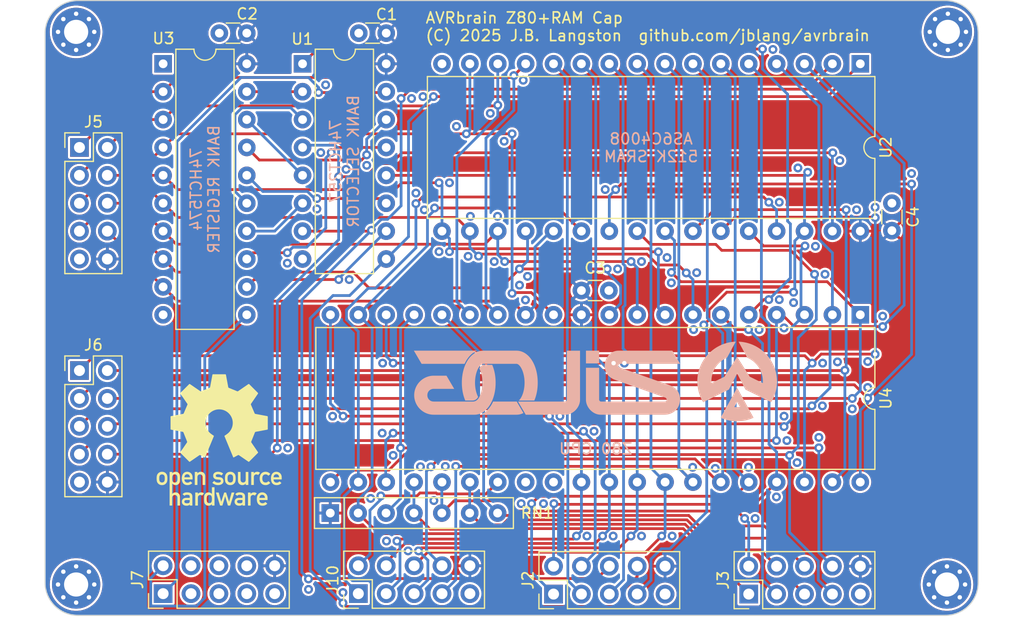
<source format=kicad_pcb>
(kicad_pcb (version 20240108) (generator "pcbnew") (generator_version "8.0")
  (layers (0 "F.Cu" signal) (1 "In1.Cu" signal) (2 "In2.Cu" signal) (31 "B.Cu" signal) (34 "B.Paste" user) (35 "F.Paste" user) (36 "B.SilkS" user "B.Silkscreen") (37 "F.SilkS" user "F.Silkscreen") (38 "B.Mask" user) (39 "F.Mask" user) (44 "Edge.Cuts" user))
  (net 0 "")
  (net 1 "/PF4")
  (net 2 "GND")
  (net 3 "/PF2")
  (net 4 "/PA0")
  (net 5 "/PA1")
  (net 6 "/PA2")
  (net 7 "/PA3")
  (net 8 "/PA4")
  (net 9 "/PA5")
  (net 10 "/PA6")
  (net 11 "/PA7")
  (net 12 "/PB0")
  (net 13 "/PB1")
  (net 14 "/PB2")
  (net 15 "/PB3")
  (net 16 "/PB4")
  (net 17 "/PB5")
  (net 18 "/PB6")
  (net 19 "/PB7")
  (net 20 "/PD7")
  (net 21 "/PD6")
  (net 22 "/PD5")
  (net 23 "/PD4")
  (net 24 "/PD3")
  (net 25 "/PD2")
  (net 26 "/PD1")
  (net 27 "/PD0")
  (net 28 "/PF1")
  (net 29 "/PF5")
  (net 30 "/PF6")
  (net 31 "/PF3")
  (net 32 "/PF0")
  (net 33 "/PG0")
  (net 34 "/PG1")
  (net 35 "/PG2")
  (net 36 "/PG3")
  (net 37 "/PG4")
  (net 38 "/PG5")
  (net 39 "/PG6")
  (net 40 "/PG7")
  (net 41 "/PE0")
  (net 42 "/PE1")
  (net 43 "/PE2")
  (net 44 "/PE3")
  (net 45 "/PE4")
  (net 46 "/PE6")
  (net 47 "/PE7")
  (net 48 "/PE5")
  (net 49 "+5V")
  (net 51 "/BA15")
  (net 52 "/BA17")
  (net 53 "/BB16")
  (net 54 "/BB18")
  (net 55 "/BB17")
  (net 56 "/BA16")
  (net 57 "/BA18")
  (net 58 "/A15B")
  (net 59 "/BB15")
  (footprint "Connector_PinHeader_2.54mm:PinHeader_2x05_P2.54mm_Vertical" (layer "F.Cu") (at 150.536637 135 90)
    (property "Reference" "J10")
    (property "Value" "PORTG")
  )
  (footprint "Capacitor_THT:C_Disc_D3.0mm_W1.6mm_P2.50mm" (layer "F.Cu") (at 140.376637 83.947 180)
    (property "Reference" "C2")
    (property "Value" "0.1uf")
  )
  (footprint "MountingHole:MountingHole_2.2mm_M2_Pad_Via" (layer "F.Cu") (at 124.833274 83.833274)
    (property "Reference" "H1" (hide yes))
    (property "Value" "MountingHole_Pad")
  )
  (footprint "Resistor_THT:R_Array_SIP7" (layer "F.Cu") (at 147.9804 127.6604)
    (property "Reference" "RN1")
    (property "Value" "R_Network06")
  )
  (footprint "MountingHole:MountingHole_2.2mm_M2_Pad_Via" (layer "F.Cu") (at 204.15 134.166726)
    (property "Reference" "H4" (hide yes))
    (property "Value" "MountingHole_Pad")
  )
  (footprint "Package_DIP:DIP-40_W15.24mm" (layer "F.Cu") (at 196.256637 109.6 -90)
    (property "Reference" "U4")
    (property "Value" "Z80CPU")
  )
  (footprint "Connector_PinHeader_2.54mm:PinHeader_2x05_P2.54mm_Vertical" (layer "F.Cu") (at 186.096637 135.04 90)
    (property "Reference" "J3")
    (property "Value" "PORTB")
  )
  (footprint "Capacitor_THT:C_Disc_D3.0mm_W1.6mm_P2.50mm" (layer "F.Cu") (at 153.076637 83.947 180)
    (property "Reference" "C1")
    (property "Value" "0.1uf")
  )
  (footprint "Connector_PinHeader_2.54mm:PinHeader_2x05_P2.54mm_Vertical" (layer "F.Cu") (at 132.756637 135 90)
    (property "Reference" "J7")
    (property "Value" "PORTF")
  )
  (footprint "Package_DIP:DIP-20_W7.62mm" (layer "F.Cu") (at 132.756637 86.74)
    (property "Reference" "U3")
    (property "Value" "74HCT574")
  )
  (footprint "MountingHole:MountingHole_2.2mm_M2_Pad_Via" (layer "F.Cu") (at 124.833274 134.166726)
    (property "Reference" "H3" (hide yes))
    (property "Value" "MountingHole_Pad")
  )
  (footprint "Capacitor_THT:C_Disc_D3.0mm_W1.6mm_P2.50mm" (layer "F.Cu") (at 199.136 101.9356 90)
    (property "Reference" "C4")
    (property "Value" "0.1uf")
  )
  (footprint "MountingHole:MountingHole_2.2mm_M2_Pad_Via" (layer "F.Cu") (at 204.233274 83.833274)
    (property "Reference" "H2" (hide yes))
    (property "Value" "MountingHole_Pad")
  )
  (footprint "Connector_PinHeader_2.54mm:PinHeader_2x05_P2.54mm_Vertical" (layer "F.Cu") (at 168.316637 135.04 90)
    (property "Reference" "J2")
    (property "Value" "PORTA")
  )
  (footprint "Connector_PinHeader_2.54mm:PinHeader_2x05_P2.54mm_Vertical" (layer "F.Cu") (at 125.136637 114.68)
    (property "Reference" "J6")
    (property "Value" "PORTE")
  )
  (footprint "Connector_PinHeader_2.54mm:PinHeader_2x05_P2.54mm_Vertical" (layer "F.Cu") (at 125.136637 94.36)
    (property "Reference" "J5")
    (property "Value" "PORTD")
  )
  (footprint "Package_DIP:DIP-32_W15.24mm" (layer "F.Cu") (at 196.256637 86.741 -90)
    (property "Reference" "U2")
    (property "Value" "AS6C4008-55PCN")
  )
  (footprint "Capacitor_THT:C_Disc_D3.0mm_W1.6mm_P2.50mm" (layer "F.Cu") (at 170.856637 107.3912)
    (property "Reference" "C3")
    (property "Value" "0.1uf")
  )
  (footprint "Package_DIP:DIP-16_W7.62mm" (layer "F.Cu") (at 145.456637 86.741)
    (property "Reference" "U1")
    (property "Value" "74HCT257")
  )
  (gr_poly (pts (xy 184.729185 112.056831) (xy 184.551099 112.076509) (xy 184.375645 112.104751) (xy 184.20304 112.141341) (xy 184.0335 112.186059) (xy 183.867245 112.23869) (xy 183.70449 112.299016) (xy 183.545454 112.36682) (xy 183.390355 112.441884) (xy 183.239409 112.523991) (xy 183.092834 112.612923) (xy 182.950847 112.708464) (xy 182.813667 112.810397) (xy 182.68151 112.918503) (xy 182.554594 113.032565) (xy 182.433137 113.152367) (xy 182.317356 113.277691) (xy 182.207469 113.408319) (xy 182.103692 113.544035) (xy 182.006244 113.684621) (xy 181.915342 113.829859) (xy 181.831204 113.979533) (xy 181.754046 114.133426) (xy 181.684087 114.291319) (xy 181.621544 114.452995) (xy 181.566634 114.618238) (xy 181.519576 114.78683) (xy 181.480585 114.958553) (xy 181.449881 115.133191) (xy 181.42768 115.310526) (xy 181.4142 115.49034) (xy 181.409658 115.672417) (xy 181.411928 115.80114) (xy 181.418687 115.928765) (xy 181.429858 116.055217) (xy 181.445363 116.180421) (xy 181.465126 116.3043) (xy 181.489068 116.426778) (xy 181.517113 116.547779) (xy 181.549184 116.667227) (xy 181.585204 116.785047) (xy 181.625094 116.901162) (xy 181.668779 117.015496) (xy 181.71618 117.127973) (xy 181.767222 117.238517) (xy 181.821825 117.347053) (xy 181.879914 117.453503) (xy 181.941411 117.557793) (xy 181.941719 117.562375) (xy 181.943526 117.561493) (xy 181.943526 117.561539) (xy 183.098888 116.994832) (xy 184.285898 116.41261) (xy 185.038875 114.948708) (xy 185.791896 116.41261) (xy 186.978906 116.994832) (xy 187.408663 117.205613) (xy 188.134268 117.561493) (xy 188.13603 117.562375) (xy 188.136339 117.557835) (xy 188.197838 117.453544) (xy 188.255928 117.347092) (xy 188.310533 117.238555) (xy 188.361575 117.128008) (xy 188.408976 117.015528) (xy 188.452661 116.901192) (xy 188.492551 116.785074) (xy 188.52857 116.667251) (xy 188.560641 116.5478) (xy 188.588685 116.426795) (xy 188.612627 116.304314) (xy 188.632389 116.180432) (xy 188.647893 116.055225) (xy 188.659063 115.92877) (xy 188.665822 115.801142) (xy 188.668092 115.672417) (xy 188.66355 115.490339) (xy 188.65007 115.310523) (xy 188.62787 115.133187) (xy 188.597166 114.958548) (xy 188.558176 114.786823) (xy 188.511118 114.618231) (xy 188.456209 114.452987) (xy 188.393666 114.291309) (xy 188.323708 114.133416) (xy 188.246551 113.979523) (xy 188.162413 113.829848) (xy 188.071511 113.684609) (xy 187.974064 113.544023) (xy 187.870288 113.408307) (xy 187.760401 113.277678) (xy 187.644621 113.152354) (xy 187.523164 113.032552) (xy 187.396249 112.91849) (xy 187.264092 112.810384) (xy 187.126912 112.708452) (xy 186.984926 112.612911) (xy 186.838351 112.523979) (xy 186.687405 112.441873) (xy 186.532304 112.36681) (xy 186.373268 112.299007) (xy 186.210513 112.238682) (xy 186.044257 112.186052) (xy 185.874716 112.141334) (xy 185.70211 112.104747) (xy 185.526654 112.076506) (xy 185.348567 112.056829) (xy 185.168066 112.045934) (xy 185.960097 113.51389) (xy 186.114406 113.585992) (xy 186.262239 113.668705) (xy 186.403113 113.76155) (xy 186.536551 113.864048) (xy 186.662071 113.975719) (xy 186.779194 114.096084) (xy 186.887441 114.224663) (xy 186.98633 114.360978) (xy 187.075382 114.504547) (xy 187.154118 114.654893) (xy 187.222058 114.811535) (xy 187.278721 114.973995) (xy 187.323627 115.141793) (xy 187.356297 115.314448) (xy 187.376251 115.491483) (xy 187.383009 115.672417) (xy 187.382893 115.691172) (xy 187.382562 115.70987) (xy 187.38135 115.747124) (xy 187.379569 115.784225) (xy 187.377411 115.821221) (xy 186.185951 115.23684) (xy 185.038875 113.424107) (xy 183.8918 115.23684) (xy 182.700382 115.821221) (xy 182.698225 115.784225) (xy 182.696444 115.747124) (xy 182.695232 115.70987) (xy 182.694901 115.691172) (xy 182.694785 115.672417) (xy 182.696484 115.581493) (xy 182.701542 115.491483) (xy 182.709899 115.402448) (xy 182.721495 115.314448) (xy 182.73627 115.227543) (xy 182.754163 115.141793) (xy 182.775115 115.057257) (xy 182.799067 114.973995) (xy 182.825957 114.892068) (xy 182.855726 114.811535) (xy 182.888315 114.732457) (xy 182.923662 114.654893) (xy 182.961708 114.578903) (xy 183.002394 114.504547) (xy 183.045659 114.431885) (xy 183.091442 114.360978) (xy 183.139685 114.291884) (xy 183.190328 114.224663) (xy 183.243309 114.159377) (xy 183.29857 114.096084) (xy 183.35605 114.034845) (xy 183.415689 113.975719) (xy 183.477428 113.918767) (xy 183.541206 113.864048) (xy 183.606964 113.811623) (xy 183.674641 113.76155) (xy 183.744178 113.713891) (xy 183.815514 113.668705) (xy 183.888589 113.626052) (xy 183.963344 113.585992) (xy 184.039719 113.548585) (xy 184.117654 113.51389) (xy 184.909684 112.045934)) (fill solid) (layer "B.SilkS"))
  (gr_poly (pts (xy 174.107559 112.875594) (xy 173.989819 112.893404) (xy 173.877376 112.922261) (xy 173.770451 112.961491) (xy 173.669267 113.010417) (xy 173.574047 113.068364) (xy 173.485013 113.134656) (xy 173.402388 113.208619) (xy 173.326394 113.289577) (xy 173.257254 113.376853) (xy 173.195189 113.469773) (xy 173.140424 113.567662) (xy 173.093179 113.669843) (xy 173.053679 113.775641) (xy 173.022144 113.884381) (xy 172.998799 113.995387) (xy 172.983864 114.107984) (xy 172.977564 114.221496) (xy 172.980119 114.335248) (xy 172.991754 114.448564) (xy 173.01269 114.560769) (xy 173.043149 114.671187) (xy 173.083355 114.779143) (xy 173.13353 114.883961) (xy 173.193896 114.984967) (xy 173.264677 115.081483) (xy 173.346093 115.172835) (xy 173.438368 115.258348) (xy 173.541725 115.337346) (xy 173.656386 115.409153) (xy 173.782573 115.473093) (xy 173.92051 115.528493) (xy 178.489975 117.145058) (xy 178.507755 117.152186) (xy 178.524342 117.160508) (xy 178.539729 117.16993) (xy 178.553909 117.180359) (xy 178.566873 117.191701) (xy 178.578616 117.203865) (xy 178.58913 117.216756) (xy 178.598408 117.230283) (xy 178.606442 117.24435) (xy 178.613225 117.258867) (xy 178.618751 117.273739) (xy 178.623011 117.288873) (xy 178.625999 117.304176) (xy 178.627708 117.319555) (xy 178.62813 117.334918) (xy 178.627257 117.35017) (xy 178.625084 117.365219) (xy 178.621603 117.379973) (xy 178.616805 117.394336) (xy 178.610686 117.408218) (xy 178.603236 117.421523) (xy 178.594449 117.43416) (xy 178.584317 117.446036) (xy 178.572834 117.457057) (xy 178.559992 117.467129) (xy 178.545784 117.476161) (xy 178.530203 117.484059) (xy 178.513242 117.490729) (xy 178.494893 117.496079) (xy 178.475149 117.500016) (xy 178.454003 117.502447) (xy 178.431447 117.503277) (xy 172.635722 117.503277) (xy 172.628329 117.503022) (xy 172.620897 117.502268) (xy 172.613446 117.501034) (xy 172.605992 117.499337) (xy 172.598554 117.497195) (xy 172.591149 117.494626) (xy 172.583796 117.491648) (xy 172.576512 117.488278) (xy 172.569315 117.484535) (xy 172.562223 117.480437) (xy 172.555255 117.476002) (xy 172.548427 117.471246) (xy 172.535265 117.460848) (xy 172.522882 117.449385) (xy 172.511419 117.437002) (xy 172.501021 117.42384) (xy 172.496265 117.417012) (xy 172.49183 117.410043) (xy 172.487731 117.402952) (xy 172.483989 117.395755) (xy 172.480619 117.388471) (xy 172.477641 117.381118) (xy 172.475072 117.373713) (xy 172.47293 117.366275) (xy 172.471233 117.358821) (xy 172.469999 117.35137) (xy 172.469245 117.343938) (xy 172.46899 117.336545) (xy 172.46899 114.427815) (xy 171.269191 114.427815) (xy 171.269191 117.351086) (xy 171.270907 117.411271) (xy 171.276004 117.471734) (xy 171.284406 117.532331) (xy 171.296036 117.592918) (xy 171.310817 117.653352) (xy 171.328673 117.71349) (xy 171.349527 117.773187) (xy 171.373303 117.832302) (xy 171.399923 117.890689) (xy 171.429312 117.948206) (xy 171.461393 118.004709) (xy 171.496088 118.060054) (xy 171.533322 118.114099) (xy 171.573018 118.166699) (xy 171.615099 118.217711) (xy 171.659489 118.266991) (xy 171.706111 118.314397) (xy 171.754888 118.359784) (xy 171.805744 118.403009) (xy 171.858602 118.443929) (xy 171.913386 118.4824) (xy 171.970018 118.518278) (xy 172.028424 118.551421) (xy 172.088524 118.581684) (xy 172.150244 118.608924) (xy 172.213507 118.632997) (xy 172.278235 118.653761) (xy 172.344353 118.671071) (xy 172.411783 118.684785) (xy 172.48045 118.694758) (xy 172.550276 118.700847) (xy 172.621185 118.702908) (xy 178.419024 118.702908) (xy 178.493493 118.701295) (xy 178.566297 118.696516) (xy 178.637404 118.688658) (xy 178.706784 118.677808) (xy 178.774405 118.664054) (xy 178.840237 118.647484) (xy 178.904249 118.628186) (xy 178.966411 118.606247) (xy 179.026691 118.581755) (xy 179.085059 118.554797) (xy 179.141484 118.525462) (xy 179.195935 118.493837) (xy 179.248381 118.460009) (xy 179.298792 118.424067) (xy 179.347137 118.386098) (xy 179.393385 118.346189) (xy 179.437505 118.304429) (xy 179.479467 118.260904) (xy 179.51924 118.215704) (xy 179.556792 118.168914) (xy 179.592093 118.120624) (xy 179.625113 118.07092) (xy 179.655821 118.019891) (xy 179.684185 117.967623) (xy 179.710175 117.914206) (xy 179.73376 117.859726) (xy 179.75491 117.80427) (xy 179.773593 117.747928) (xy 179.78978 117.690786) (xy 179.803438 117.632932) (xy 179.814538 117.574453) (xy 179.823048 117.515439) (xy 179.83368 117.39741) (xy 179.836524 117.280614) (xy 179.834916 117.222805) (xy 179.83123 117.165458) (xy 179.825421 117.108624) (xy 179.817446 117.052355) (xy 179.807261 116.996701) (xy 179.794823 116.941713) (xy 179.780088 116.887444) (xy 179.763011 116.833943) (xy 179.74355 116.781264) (xy 179.721661 116.729456) (xy 179.697298 116.678571) (xy 179.67042 116.628661) (xy 179.640982 116.579776) (xy 179.608941 116.531968) (xy 179.574252 116.485289) (xy 179.536872 116.439788) (xy 179.496757 116.395519) (xy 179.453864 116.352531) (xy 179.408148 116.310877) (xy 179.359566 116.270607) (xy 179.308074 116.231773) (xy 179.253628 116.194426) (xy 179.196185 116.158618) (xy 179.1357 116.124399) (xy 179.072131 116.091821) (xy 179.005433 116.060935) (xy 178.935562 116.031793) (xy 178.862476 116.004445) (xy 174.369406 114.414738) (xy 174.348612 114.406583) (xy 174.329373 114.397439) (xy 174.31168 114.387388) (xy 174.295524 114.376512) (xy 174.280897 114.364892) (xy 174.267789 114.35261) (xy 174.256191 114.339749) (xy 174.246095 114.326389) (xy 174.237492 114.312613) (xy 174.230373 114.298503) (xy 174.224728 114.284141) (xy 174.22055 114.269608) (xy 174.217829 114.254986) (xy 174.216557 114.240357) (xy 174.216724 114.225803) (xy 174.218322 114.211406) (xy 174.221341 114.197247) (xy 174.225774 114.183408) (xy 174.23161 114.169972) (xy 174.238842 114.15702) (xy 174.24746 114.144634) (xy 174.257455 114.132895) (xy 174.268819 114.121886) (xy 174.281543 114.111689) (xy 174.295617 114.102384) (xy 174.311033 114.094055) (xy 174.327782 114.086782) (xy 174.345856 114.080649) (xy 174.365244 114.075736) (xy 174.38594 114.072125) (xy 174.407932 114.069899) (xy 174.431214 114.069138) (xy 179.848498 114.069138) (xy 179.145159 112.869508) (xy 174.230372 112.869508)) (fill solid) (layer "B.SilkS"))
  (gr_poly (pts (xy 164.947341 112.869523) (xy 161.894527 112.869523) (xy 161.834119 112.870816) (xy 161.774557 112.874649) (xy 161.715849 112.88096) (xy 161.658007 112.889681) (xy 161.601042 112.900748) (xy 161.544964 112.914095) (xy 161.489783 112.929658) (xy 161.435511 112.947371) (xy 161.382157 112.967168) (xy 161.329733 112.988986) (xy 161.278248 113.012758) (xy 161.227715 113.038419) (xy 161.178142 113.065903) (xy 161.129542 113.095147) (xy 161.035299 113.158649) (xy 160.94507 113.228404) (xy 160.858941 113.303889) (xy 160.776995 113.384582) (xy 160.699319 113.469962) (xy 160.625997 113.559507) (xy 160.557114 113.652695) (xy 160.492753 113.749004) (xy 160.433002 113.847913) (xy 160.377276 113.949536) (xy 160.324956 114.054264) (xy 160.276069 114.161991) (xy 160.230639 114.272608) (xy 160.188693 114.386007) (xy 160.150257 114.502081) (xy 160.115358 114.620722) (xy 160.084022 114.741823) (xy 160.056274 114.865274) (xy 160.032142 114.99097) (xy 160.01165 115.118801) (xy 159.994825 115.24866) (xy 159.981694 115.38044) (xy 159.972282 115.514033) (xy 159.966616 115.64933) (xy 159.964721 115.786225) (xy 159.965971 115.897487) (xy 159.969711 116.00771) (xy 159.975927 116.116838) (xy 159.984605 116.224812) (xy 159.995732 116.331574) (xy 160.009292 116.437067) (xy 160.025271 116.541233) (xy 160.043656 116.644014) (xy 160.064433 116.745353) (xy 160.087587 116.845191) (xy 160.113104 116.94347) (xy 160.14097 117.040133) (xy 160.171171 117.135123) (xy 160.203693 117.228381) (xy 160.238522 117.319849) (xy 160.275644 117.40947) (xy 160.942052 117.40947) (xy 160.964421 117.408947) (xy 160.989315 117.407177) (xy 161.01646 117.403863) (xy 161.045583 117.398706) (xy 161.076413 117.391406) (xy 161.108675 117.381666) (xy 161.142096 117.369187) (xy 161.176405 117.353669) (xy 161.211327 117.334814) (xy 161.24659 117.312324) (xy 161.264265 117.299622) (xy 161.281922 117.285899) (xy 161.299528 117.271119) (xy 161.317049 117.255242) (xy 161.33445 117.238233) (xy 161.351697 117.220053) (xy 161.368757 117.200666) (xy 161.385595 117.180034) (xy 161.402178 117.158119) (xy 161.41847 117.134885) (xy 161.434438 117.110294) (xy 161.450048 117.084309) (xy 161.419997 117.025076) (xy 161.39101 116.962204) (xy 161.363209 116.895845) (xy 161.336712 116.826155) (xy 161.311642 116.753289) (xy 161.288119 116.6774) (xy 161.266263 116.598642) (xy 161.246196 116.517171) (xy 161.228037 116.43314) (xy 161.211908 116.346704) (xy 161.197929 116.258018) (xy 161.186222 116.167235) (xy 161.176905 116.074509) (xy 161.170102 115.979997) (xy 161.165931 115.88385) (xy 161.164514 115.786225) (xy 161.166067 115.683967) (xy 161.170634 115.583331) (xy 161.178077 115.484496) (xy 161.188258 115.387641) (xy 161.201037 115.292945) (xy 161.216276 115.200587) (xy 161.233838 115.110746) (xy 161.253583 115.023602) (xy 161.275373 114.939332) (xy 161.29907 114.858117) (xy 161.324535 114.780135) (xy 161.35163 114.705565) (xy 161.380217 114.634586) (xy 161.410156 114.567377) (xy 161.44131 114.504117) (xy 161.473541 114.444985) (xy 161.489853 114.417157) (xy 161.506062 114.390661) (xy 161.522157 114.365466) (xy 161.538128 114.341544) (xy 161.553966 114.318865) (xy 161.56966 114.2974) (xy 161.5852 114.27712) (xy 161.600577 114.257994) (xy 161.61578 114.239995) (xy 161.630799 114.223091) (xy 161.645624 114.207255) (xy 161.660246 114.192456) (xy 161.674654 114.178665) (xy 161.688839 114.165853) (xy 161.70279 114.153991) (xy 161.716497 114.143049) (xy 161.729951 114.132997) (xy 161.743141 114.123807) (xy 161.756057 114.115449) (xy 161.76869 114.107893) (xy 161.781029 114.101111) (xy 161.793065 114.095072) (xy 161.804787 114.089748) (xy 161.816185 114.085109) (xy 161.837972 114.07777) (xy 161.858344 114.072818) (xy 161.877222 114.070019) (xy 161.894527 114.069138) (xy 164.947341 114.069138) (xy 164.964645 114.070019) (xy 164.983523 114.072818) (xy 165.003895 114.07777) (xy 165.025681 114.085109) (xy 165.048801 114.095072) (xy 165.073176 114.107893) (xy 165.098725 114.123807) (xy 165.125369 114.143049) (xy 165.153027 114.165853) (xy 165.181619 114.192456) (xy 165.211066 114.223091) (xy 165.241289 114.257994) (xy 165.272205 114.2974) (xy 165.303737 114.341544) (xy 165.335804 114.390661) (xy 165.368325 114.444985) (xy 165.400556 114.504117) (xy 165.43171 114.567377) (xy 165.461649 114.634586) (xy 165.490236 114.705565) (xy 165.517331 114.780135) (xy 165.542796 114.858117) (xy 165.566493 114.939332) (xy 165.588283 115.023602) (xy 165.608028 115.110746) (xy 165.62559 115.200587) (xy 165.640829 115.292945) (xy 165.653608 115.387641) (xy 165.663789 115.484496) (xy 165.671232 115.583331) (xy 165.675799 115.683967) (xy 165.677352 115.786225) (xy 165.675799 115.888483) (xy 165.671232 115.989118) (xy 165.663789 116.087953) (xy 165.653608 116.184808) (xy 165.640829 116.279504) (xy 165.62559 116.371861) (xy 165.608028 116.461702) (xy 165.588283 116.548846) (xy 165.566493 116.633116) (xy 165.542796 116.714331) (xy 165.517331 116.792313) (xy 165.490236 116.866883) (xy 165.461649 116.937862) (xy 165.43171 117.005071) (xy 165.400556 117.06833) (xy 165.368325 117.127461) (xy 165.353787 117.152317) (xy 165.339331 117.176109) (xy 165.324964 117.198858) (xy 165.310694 117.220585) (xy 165.296526 117.241313) (xy 165.282468 117.261063) (xy 165.268528 117.279855) (xy 165.254711 117.297712) (xy 165.241026 117.314656) (xy 165.227478 117.330706) (xy 165.214076 117.345886) (xy 165.200825 117.360216) (xy 165.187733 117.373718) (xy 165.174807 117.386414) (xy 165.162054 117.398324) (xy 165.14948 117.40947) (xy 166.566222 117.40947) (xy 166.603335 117.319848) (xy 166.638153 117.228379) (xy 166.670663 117.13512) (xy 166.700851 117.04013) (xy 166.728703 116.943467) (xy 166.754205 116.845187) (xy 166.777344 116.74535) (xy 166.798106 116.644012) (xy 166.816477 116.541231) (xy 166.832443 116.437065) (xy 166.84599 116.331573) (xy 166.857105 116.224811) (xy 166.865774 116.116837) (xy 166.871984 116.00771) (xy 166.875719 115.897487) (xy 166.876968 115.786225) (xy 166.875075 115.64933) (xy 166.869414 115.514033) (xy 166.860011 115.38044) (xy 166.846891 115.24866) (xy 166.83008 115.118801) (xy 166.809603 114.99097) (xy 166.785487 114.865274) (xy 166.757756 114.741823) (xy 166.726436 114.620722) (xy 166.691553 114.502081) (xy 166.653133 114.386007) (xy 166.6112 114.272608) (xy 166.565782 114.161991) (xy 166.516903 114.054264) (xy 166.464589 113.949536) (xy 166.408866 113.847913) (xy 166.349356 113.749386) (xy 166.285274 113.653436) (xy 166.216702 113.560578) (xy 166.143725 113.471329) (xy 166.066426 113.386203) (xy 165.98489 113.305717) (xy 165.899201 113.230387) (xy 165.809442 113.160728) (xy 165.715696 113.097256) (xy 165.618049 113.040488) (xy 165.516584 112.990938) (xy 165.411385 112.949122) (xy 165.357411 112.931276) (xy 165.302535 112.915557) (xy 165.246767 112.90203) (xy 165.190118 112.890759) (xy 165.132599 112.881808) (xy 165.074219 112.875242) (xy 165.01499 112.871126) (xy 164.954921 112.869523) (xy 164.951133 112.869517)) (fill solid) (layer "B.SilkS"))
  (gr_poly (pts (xy 161.886491 114.163456) (xy 161.876227 114.165219) (xy 161.863839 114.168525) (xy 161.849432 114.173672) (xy 161.833109 114.18096) (xy 161.814976 114.190688) (xy 161.795137 114.203155) (xy 161.773695 114.218662) (xy 161.750756 114.237507) (xy 161.726424 114.25999) (xy 161.700803 114.28641) (xy 161.673998 114.317067) (xy 161.646113 114.352261) (xy 161.617253 114.39229) (xy 161.587521 114.437454) (xy 161.557023 114.488053) (xy 161.587076 114.547287) (xy 161.616064 114.610162) (xy 161.643867 114.676523) (xy 161.670364 114.746217) (xy 161.695434 114.819089) (xy 161.718958 114.894984) (xy 161.740813 114.973748) (xy 161.76088 115.055227) (xy 161.779039 115.139265) (xy 161.795167 115.225708) (xy 161.809145 115.314402) (xy 161.820853 115.405192) (xy 161.830168 115.497924) (xy 161.836972 115.592443) (xy 161.841142 115.688595) (xy 161.842559 115.786225) (xy 161.841006 115.888483) (xy 161.836439 115.989118) (xy 161.828995 116.087953) (xy 161.818815 116.184808) (xy 161.806036 116.279504) (xy 161.790796 116.371861) (xy 161.773234 116.461702) (xy 161.753489 116.548846) (xy 161.731699 116.633116) (xy 161.708002 116.714331) (xy 161.682536 116.792313) (xy 161.655441 116.866883) (xy 161.626855 116.937862) (xy 161.596915 117.005071) (xy 161.565761 117.06833) (xy 161.53353 117.127461) (xy 161.517041 117.155289) (xy 161.500309 117.181786) (xy 161.483353 117.20698) (xy 161.46619 117.230901) (xy 161.448841 117.253579) (xy 161.431324 117.275043) (xy 161.413658 117.295323) (xy 161.395862 117.314447) (xy 161.377953 117.332445) (xy 161.359952 117.349347) (xy 161.341877 117.365182) (xy 161.323747 117.379979) (xy 161.30558 117.393768) (xy 161.287396 117.406578) (xy 161.269213 117.418438) (xy 161.25105 117.429378) (xy 161.214859 117.448616) (xy 161.178974 117.464525) (xy 161.143545 117.477342) (xy 161.108722 117.487302) (xy 161.074656 117.494639) (xy 161.041498 117.499588) (xy 161.009396 117.502386) (xy 160.978503 117.503266) (xy 157.401523 117.503266) (xy 157.370774 117.502546) (xy 157.340542 117.500406) (xy 157.310858 117.496877) (xy 157.281752 117.491988) (xy 157.253254 117.48577) (xy 157.225393 117.478252) (xy 157.198201 117.469465) (xy 157.171706 117.459439) (xy 157.14594 117.448203) (xy 157.120932 117.435788) (xy 157.096713 117.422224) (xy 157.073311 117.407541) (xy 157.050758 117.39177) (xy 157.029084 117.374939) (xy 157.008318 117.357079) (xy 156.988491 117.338221) (xy 156.969632 117.318394) (xy 156.951772 117.297628) (xy 156.934941 117.275954) (xy 156.919169 117.253401) (xy 156.904486 117.23) (xy 156.890922 117.20578) (xy 156.878507 117.180772) (xy 156.867271 117.155006) (xy 156.857245 117.128512) (xy 156.848458 117.10132) (xy 156.84094 117.07346) (xy 156.834721 117.044961) (xy 156.829832 117.015855) (xy 156.826303 116.986171) (xy 156.824164 116.95594) (xy 156.823444 116.925191) (xy 156.824164 116.894441) (xy 156.826303 116.86421) (xy 156.829832 116.834526) (xy 156.834721 116.805421) (xy 156.84094 116.776923) (xy 156.848458 116.749063) (xy 156.857245 116.721872) (xy 156.867271 116.695378) (xy 156.878507 116.669613) (xy 156.890922 116.644606) (xy 156.904486 116.620387) (xy 156.919169 116.596987) (xy 156.934941 116.574435) (xy 156.951772 116.552761) (xy 156.969632 116.531996) (xy 156.988491 116.51217) (xy 157.008318 116.493312) (xy 157.029084 116.475453) (xy 157.050758 116.458622) (xy 157.073311 116.44285) (xy 157.096713 116.428167) (xy 157.120932 116.414603) (xy 157.14594 116.402188) (xy 157.171706 116.390952) (xy 157.198201 116.380925) (xy 157.225393 116.372137) (xy 157.253254 116.364618) (xy 157.281752 116.358398) (xy 157.310858 116.353507) (xy 157.340542 116.349976) (xy 157.370774 116.347834) (xy 157.401523 116.347111) (xy 159.27019 116.346978) (xy 158.566886 115.147321) (xy 157.401523 115.147321) (xy 157.310683 115.149655) (xy 157.220963 115.156581) (xy 157.132479 115.167982) (xy 157.045345 115.183743) (xy 156.959678 115.203748) (xy 156.875594 115.227882) (xy 156.793207 115.256028) (xy 156.712634 115.288071) (xy 156.633991 115.323895) (xy 156.557393 115.363385) (xy 156.482956 115.406424) (xy 156.410796 115.452897) (xy 156.341027 115.502688) (xy 156.273767 115.555681) (xy 156.20913 115.611761) (xy 156.147233 115.670811) (xy 156.088191 115.732717) (xy 156.032119 115.797362) (xy 155.979134 115.86463) (xy 155.929351 115.934407) (xy 155.882885 116.006575) (xy 155.839854 116.081019) (xy 155.800371 116.157624) (xy 155.764553 116.236274) (xy 155.732516 116.316852) (xy 155.704375 116.399244) (xy 155.680246 116.483334) (xy 155.660245 116.569005) (xy 155.644487 116.656141) (xy 155.633088 116.744629) (xy 155.626164 116.83435) (xy 155.62383 116.925191) (xy 155.626164 117.01603) (xy 155.633088 117.10575) (xy 155.644487 117.194235) (xy 155.660245 117.28137) (xy 155.680246 117.367038) (xy 155.704375 117.451123) (xy 155.732516 117.533511) (xy 155.764553 117.614085) (xy 155.800371 117.69273) (xy 155.839854 117.769329) (xy 155.882885 117.843768) (xy 155.929351 117.915931) (xy 155.979134 117.985701) (xy 156.032119 118.052963) (xy 156.088191 118.117602) (xy 156.147233 118.179502) (xy 156.20913 118.238546) (xy 156.273767 118.29462) (xy 156.341027 118.347607) (xy 156.410796 118.397392) (xy 156.482956 118.443859) (xy 156.557393 118.486893) (xy 156.633991 118.526377) (xy 156.712634 118.562197) (xy 156.793207 118.594236) (xy 156.875594 118.622378) (xy 156.959678 118.646508) (xy 157.045345 118.66651) (xy 157.132479 118.682269) (xy 157.220963 118.693669) (xy 157.310683 118.700593) (xy 157.401523 118.702927) (xy 161.112544 118.702927) (xy 161.172951 118.701635) (xy 161.232513 118.697802) (xy 161.291218 118.691494) (xy 161.349057 118.682775) (xy 161.406018 118.671711) (xy 161.462092 118.658367) (xy 161.517267 118.642808) (xy 161.571534 118.6251) (xy 161.624881 118.605307) (xy 161.677298 118.583494) (xy 161.728775 118.559728) (xy 161.779302 118.534073) (xy 161.828866 118.506594) (xy 161.877459 118.477356) (xy 161.971685 118.413866) (xy 162.061898 118.344123) (xy 162.148011 118.26865) (xy 162.229941 118.187968) (xy 162.307604 118.102597) (xy 162.380915 118.013061) (xy 162.44979 117.919879) (xy 162.514144 117.823574) (xy 162.573894 117.724667) (xy 162.629619 117.623043) (xy 162.681939 117.518311) (xy 162.730827 117.410578) (xy 162.776257 117.299953) (xy 162.818203 117.186544) (xy 162.856638 117.070459) (xy 162.891537 116.951806) (xy 162.922873 116.830694) (xy 162.950621 116.70723) (xy 162.974754 116.581523) (xy 162.995246 116.45368) (xy 163.01207 116.323811) (xy 163.025202 116.192022) (xy 163.034614 116.058423) (xy 163.04028 115.923121) (xy 163.042175 115.786225) (xy 163.040925 115.674954) (xy 163.037184 115.564722) (xy 163.030967 115.455588) (xy 163.022288 115.347608) (xy 163.011161 115.240841) (xy 162.9976 115.135344) (xy 162.981618 115.031175) (xy 162.963231 114.928391) (xy 162.942452 114.827051) (xy 162.919295 114.727212) (xy 162.893774 114.628932) (xy 162.865904 114.532269) (xy 162.835698 114.43728) (xy 162.80317 114.344022) (xy 162.768336 114.252554) (xy 162.731208 114.162934) (xy 161.894527 114.162934)) (fill solid) (layer "B.SilkS"))
  (gr_poly (pts (xy 183.542001 118.97678) (xy 183.628258 119.014788) (xy 183.715652 119.050601) (xy 183.804149 119.084183) (xy 183.893713 119.115499) (xy 183.984308 119.144514) (xy 184.0759 119.171192) (xy 184.168453 119.195497) (xy 184.261932 119.217394) (xy 184.356302 119.236848) (xy 184.451527 119.253823) (xy 184.547573 119.268284) (xy 184.644404 119.280195) (xy 184.741985 119.289521) (xy 184.84028 119.296226) (xy 184.939256 119.300275) (xy 185.038875 119.301632) (xy 185.138498 119.300275) (xy 185.237477 119.296224) (xy 185.335776 119.289518) (xy 185.43336 119.28019) (xy 185.530194 119.268276) (xy 185.626243 119.253812) (xy 185.721471 119.236834) (xy 185.815843 119.217377) (xy 185.909325 119.195476) (xy 186.00188 119.171167) (xy 186.093474 119.144486) (xy 186.184072 119.115467) (xy 186.273638 119.084148) (xy 186.362137 119.050562) (xy 186.449535 119.014746) (xy 186.535795 118.976735) (xy 186.002802 118.001652) (xy 185.293026 118.001652) (xy 185.230155 118.007764) (xy 185.198578 118.010335) (xy 185.166892 118.012529) (xy 185.135089 118.014306) (xy 185.103158 118.015624) (xy 185.07109 118.016445) (xy 185.038875 118.016728) (xy 185.006658 118.016449) (xy 184.974585 118.015639) (xy 184.942647 118.014334) (xy 184.910836 118.012574) (xy 184.879142 118.010397) (xy 184.847558 118.00784) (xy 184.78468 118.00174) (xy 185.038875 117.536679) (xy 185.293026 118.001652) (xy 186.002802 118.001652) (xy 185.038875 116.238198)) (fill solid) (layer "B.SilkS"))
  (gr_poly (pts (xy 164.959364 117.502022) (xy 164.956354 117.502355) (xy 164.953387 117.502635) (xy 164.950465 117.502863) (xy 164.947587 117.50304) (xy 164.944755 117.503166) (xy 164.941969 117.503241) (xy 164.939231 117.503266) (xy 162.810767 117.503266) (xy 162.778887 117.571942) (xy 162.762532 117.605933) (xy 162.745859 117.639656) (xy 162.72884 117.673083) (xy 162.711444 117.706185) (xy 162.693643 117.738935) (xy 162.675405 117.771306) (xy 162.631961 117.844256) (xy 162.585989 117.91604) (xy 162.537521 117.986455) (xy 162.486588 118.055299) (xy 162.433224 118.12237) (xy 162.377459 118.187466) (xy 162.319325 118.250384) (xy 162.258853 118.310923) (xy 162.196077 118.368879) (xy 162.131027 118.424052) (xy 162.063736 118.476238) (xy 161.994234 118.525235) (xy 161.922555 118.570842) (xy 161.848729 118.612856) (xy 161.772789 118.651074) (xy 161.694766 118.685296) (xy 161.721624 118.689333) (xy 161.748663 118.69287) (xy 161.775885 118.695895) (xy 161.803289 118.698396) (xy 161.830878 118.700361) (xy 161.858652 118.701779) (xy 161.886612 118.702638) (xy 161.914758 118.702927) (xy 164.939231 118.702927) (xy 164.982407 118.702265) (xy 165.025153 118.700296) (xy 165.067465 118.697043) (xy 165.109339 118.692532) (xy 165.150772 118.686787) (xy 165.19176 118.679831) (xy 165.2323 118.67169) (xy 165.272389 118.662388) (xy 165.312022 118.651949) (xy 165.351197 118.640398) (xy 165.389909 118.627758) (xy 165.428156 118.614055) (xy 165.465934 118.599313) (xy 165.503238 118.583556) (xy 165.540067 118.566809) (xy 165.576415 118.549096) (xy 164.962415 117.501637)) (fill solid) (layer "B.SilkS"))
  (gr_poly (pts (xy 169.530132 117.336545) (xy 169.529876 117.343938) (xy 169.529123 117.35137) (xy 169.527888 117.358821) (xy 169.526191 117.366275) (xy 169.524049 117.373713) (xy 169.52148 117.381118) (xy 169.518502 117.388471) (xy 169.515132 117.395755) (xy 169.51139 117.402952) (xy 169.507292 117.410043) (xy 169.502856 117.417012) (xy 169.4981 117.42384) (xy 169.487702 117.437002) (xy 169.47624 117.449385) (xy 169.463856 117.460848) (xy 169.450695 117.471246) (xy 169.443867 117.476002) (xy 169.436898 117.480437) (xy 169.429807 117.484535) (xy 169.42261 117.488278) (xy 169.415326 117.491648) (xy 169.407973 117.494626) (xy 169.400569 117.497195) (xy 169.393131 117.499337) (xy 169.385677 117.501034) (xy 169.378225 117.502268) (xy 169.370794 117.503022) (xy 169.363401 117.503277) (xy 165.08018 117.503277) (xy 165.783519 118.702912) (xy 169.377937 118.702908) (xy 169.448845 118.700847) (xy 169.518671 118.694758) (xy 169.587338 118.684785) (xy 169.654768 118.671071) (xy 169.720886 118.653761) (xy 169.785614 118.632997) (xy 169.848877 118.608924) (xy 169.910597 118.581684) (xy 169.970698 118.551421) (xy 170.029103 118.518278) (xy 170.085735 118.4824) (xy 170.140519 118.443929) (xy 170.193377 118.403009) (xy 170.244233 118.359784) (xy 170.29301 118.314397) (xy 170.339632 118.266991) (xy 170.384022 118.217711) (xy 170.426103 118.166699) (xy 170.465799 118.114099) (xy 170.503033 118.060054) (xy 170.537729 118.004709) (xy 170.569809 117.948206) (xy 170.599198 117.890689) (xy 170.625818 117.832302) (xy 170.649594 117.773187) (xy 170.670448 117.71349) (xy 170.688304 117.653352) (xy 170.703085 117.592918) (xy 170.714715 117.532331) (xy 170.723117 117.471734) (xy 170.728214 117.411271) (xy 170.72993 117.351086) (xy 170.72993 112.870343) (xy 169.530132 112.870343)) (fill solid) (layer "B.SilkS"))
  (gr_poly (pts (xy 171.269191 114.028493) (xy 172.46899 114.028493) (xy 172.46899 112.869508) (xy 171.269191 112.869508)) (fill solid) (layer "B.SilkS"))
  (gr_poly (pts (xy 156.298524 114.069138) (xy 160.215259 114.069138) (xy 160.231132 114.034656) (xy 160.247325 114.000436) (xy 160.263847 113.966491) (xy 160.280707 113.932831) (xy 160.297915 113.899468) (xy 160.31548 113.866414) (xy 160.333413 113.83368) (xy 160.351722 113.801278) (xy 160.395122 113.728385) (xy 160.441041 113.656641) (xy 160.489446 113.586248) (xy 160.540308 113.517412) (xy 160.593596 113.450335) (xy 160.649278 113.385222) (xy 160.707324 113.322276) (xy 160.767702 113.261701) (xy 160.830382 113.203702) (xy 160.895333 113.148481) (xy 160.962524 113.096244) (xy 161.031923 113.047193) (xy 161.103501 113.001532) (xy 161.177226 112.959466) (xy 161.253067 112.921199) (xy 161.330993 112.886933) (xy 161.304319 112.88295) (xy 161.277466 112.879459) (xy 161.250434 112.876473) (xy 161.223221 112.874002) (xy 161.195826 112.872061) (xy 161.168249 112.870659) (xy 161.140489 112.869809) (xy 161.112544 112.869523) (xy 155.595182 112.869523)) (fill solid) (layer "B.SilkS"))
  (gr_poly (pts (xy 133.920968 123.899969) (xy 133.9468 123.902203) (xy 133.971707 123.905852) (xy 133.995694 123.910854) (xy 134.018763 123.917146) (xy 134.040917 123.924666) (xy 134.06216 123.933354) (xy 134.082494 123.943147) (xy 134.101923 123.953984) (xy 134.120449 123.965801) (xy 134.138076 123.978539) (xy 134.154808 123.992134) (xy 134.170646 124.006526) (xy 134.185594 124.021652) (xy 134.199656 124.03745) (xy 134.212834 124.053859) (xy 134.224583 124.069643) (xy 134.235275 124.085588) (xy 134.244952 124.102019) (xy 134.253655 124.119263) (xy 134.257654 124.128292) (xy 134.261425 124.137646) (xy 134.264974 124.147367) (xy 134.268304 124.157495) (xy 134.271422 124.168071) (xy 134.274332 124.179135) (xy 134.27955 124.202893) (xy 134.284001 124.229095) (xy 134.287724 124.258067) (xy 134.290762 124.290136) (xy 134.293155 124.325628) (xy 134.294944 124.364868) (xy 134.296171 124.408184) (xy 134.296878 124.455901) (xy 134.297104 124.508347) (xy 134.296171 124.607707) (xy 134.293155 124.689669) (xy 134.290762 124.724932) (xy 134.287724 124.756811) (xy 134.284001 124.785629) (xy 134.27955 124.811709) (xy 134.274332 124.835371) (xy 134.268304 124.856938) (xy 134.261425 124.876733) (xy 134.253655 124.895077) (xy 134.244952 124.912292) (xy 134.235275 124.928701) (xy 134.224583 124.944625) (xy 134.212834 124.960387) (xy 134.199656 124.976796) (xy 134.185594 124.992594) (xy 134.170646 125.00772) (xy 134.154808 125.022111) (xy 134.138076 125.035707) (xy 134.120449 125.048444) (xy 134.101922 125.060262) (xy 134.082494 125.071099) (xy 134.06216 125.080892) (xy 134.051652 125.085378) (xy 134.040917 125.089579) (xy 134.029954 125.09349) (xy 134.018763 125.0971) (xy 134.007343 125.100404) (xy 133.995694 125.103392) (xy 133.983815 125.106058) (xy 133.971707 125.108394) (xy 133.959369 125.110391) (xy 133.9468 125.112043) (xy 133.934 125.113341) (xy 133.920968 125.114277) (xy 133.907705 125.114845) (xy 133.89421 125.115036) (xy 133.871662 125.114384) (xy 133.849692 125.112455) (xy 133.828271 125.109291) (xy 133.807373 125.104933) (xy 133.786968 125.099422) (xy 133.767031 125.092799) (xy 133.747534 125.085105) (xy 133.728448 125.076382) (xy 133.709747 125.06667) (xy 133.691403 125.056012) (xy 133.673388 125.044447) (xy 133.655675 125.032018) (xy 133.638237 125.018765) (xy 133.621045 125.004729) (xy 133.604073 124.989953) (xy 133.587293 124.974476) (xy 133.586433 125.915731) (xy 133.601693 125.898718) (xy 133.617597 125.8828) (xy 133.634133 125.867979) (xy 133.651287 125.854255) (xy 133.669044 125.841627) (xy 133.687392 125.830097) (xy 133.706316 125.819663) (xy 133.725802 125.810328) (xy 133.745838 125.802089) (xy 133.766408 125.794949) (xy 133.787499 125.788907) (xy 133.809099 125.783962) (xy 133.831191 125.780117) (xy 133.853764 125.777369) (xy 133.876803 125.775721) (xy 133.900295 125.775171) (xy 133.917714 125.775589) (xy 133.93524 125.776842) (xy 133.952831 125.778925) (xy 133.970443 125.781836) (xy 133.988032 125.785573) (xy 134.005555 125.790132) (xy 134.022969 125.79551) (xy 134.040231 125.801704) (xy 134.057297 125.808711) (xy 134.074123 125.816529) (xy 134.090668 125.825153) (xy 134.106887 125.834582) (xy 134.122737 125.844811) (xy 134.138175 125.855839) (xy 134.153157 125.867662) (xy 134.16764 125.880277) (xy 134.181581 125.893681) (xy 134.194936 125.907872) (xy 134.207663 125.922845) (xy 134.219717 125.938598) (xy 134.231056 125.955129) (xy 134.241637 125.972433) (xy 134.251415 125.990509) (xy 134.260347 126.009353) (xy 134.268391 126.028961) (xy 134.275503 126.049332) (xy 134.28164 126.070462) (xy 134.286758 126.092348) (xy 134.290814 126.114987) (xy 134.293765 126.138376) (xy 134.295567 126.162512) (xy 134.296178 126.187392) (xy 134.296178 126.976909) (xy 134.057259 126.976909) (xy 134.057259 126.26948) (xy 134.056966 126.254518) (xy 134.056095 126.23996) (xy 134.054659 126.22581) (xy 134.05267 126.212073) (xy 134.05014 126.198753) (xy 134.047082 126.185856) (xy 134.043508 126.173385) (xy 134.039432 126.161347) (xy 134.034864 126.149744) (xy 134.029819 126.138583) (xy 134.024307 126.127867) (xy 134.018342 126.117602) (xy 134.011936 126.107792) (xy 134.005101 126.098441) (xy 133.99785 126.089555) (xy 133.990195 126.081138) (xy 133.98215 126.073195) (xy 133.973725 126.06573) (xy 133.964934 126.058749) (xy 133.955789 126.052255) (xy 133.946303 126.046254) (xy 133.936487 126.04075) (xy 133.926355 126.035748) (xy 133.915919 126.031253) (xy 133.905191 126.027269) (xy 133.894183 126.023801) (xy 133.882909 126.020854) (xy 133.871381 126.018432) (xy 133.85961 126.01654) (xy 133.84761 126.015183) (xy 133.835393 126.014365) (xy 133.822971 126.014091) (xy 133.810338 126.014365) (xy 133.797925 126.015183) (xy 133.785741 126.01654) (xy 133.773799 126.018432) (xy 133.762112 126.020854) (xy 133.75069 126.023801) (xy 133.739547 126.027269) (xy 133.728694 126.031253) (xy 133.718143 126.035748) (xy 133.707906 126.04075) (xy 133.697996 126.046254) (xy 133.688423 126.052255) (xy 133.6792 126.058749) (xy 133.67034 126.06573) (xy 133.661853 126.073195) (xy 133.653753 126.081138) (xy 133.646051 126.089555) (xy 133.638758 126.098441) (xy 133.631888 126.107792) (xy 133.625452 126.117602) (xy 133.619461 126.127868) (xy 133.613929 126.138583) (xy 133.608867 126.149745) (xy 133.604286 126.161347) (xy 133.6002 126.173386) (xy 133.596619 126.185856) (xy 133.593557 126.198753) (xy 133.591024 126.212073) (xy 133.589034 126.22581) (xy 133.587597 126.23996) (xy 133.586726 126.254518) (xy 133.586433 126.26948) (xy 133.586433 126.97691) (xy 133.347448 126.97691) (xy 133.347448 124.50828) (xy 133.587293 124.50828) (xy 133.588231 124.573197) (xy 133.589841 124.605745) (xy 133.5926 124.637918) (xy 133.596801 124.669391) (xy 133.602735 124.699837) (xy 133.610694 124.72893) (xy 133.615524 124.742867) (xy 133.62097 124.756344) (xy 133.627067 124.76932) (xy 133.633854 124.781754) (xy 133.641365 124.793606) (xy 133.649638 124.804834) (xy 133.658708 124.815398) (xy 133.668613 124.825257) (xy 133.67939 124.83437) (xy 133.691073 124.842698) (xy 133.7037 124.850198) (xy 133.717308 124.85683) (xy 133.731932 124.862554) (xy 133.74761 124.867328) (xy 133.764377 124.871112) (xy 133.78227 124.873866) (xy 133.801327 124.875548) (xy 133.821582 124.876118) (xy 133.842047 124.875581) (xy 133.861301 124.873994) (xy 133.879379 124.871391) (xy 133.896318 124.867805) (xy 133.912156 124.863273) (xy 133.926929 124.857827) (xy 133.940675 124.851503) (xy 133.953429 124.844335) (xy 133.965229 124.836356) (xy 133.976113 124.827601) (xy 133.986116 124.818106) (xy 133.995276 124.807903) (xy 134.003629 124.797028) (xy 134.011213 124.785514) (xy 134.018064 124.773397) (xy 134.02422 124.760709) (xy 134.029716 124.747487) (xy 134.034591 124.733764) (xy 134.03888 124.719574) (xy 134.042621 124.704952) (xy 134.045851 124.689932) (xy 134.048607 124.674549) (xy 134.052842 124.642829) (xy 134.055622 124.610067) (xy 134.057243 124.576539) (xy 134.057999 124.542518) (xy 134.058185 124.50828) (xy 134.057243 124.439219) (xy 134.055622 124.40537) (xy 134.052842 124.372337) (xy 134.048607 124.34039) (xy 134.042621 124.3098) (xy 134.034591 124.280839) (xy 134.029716 124.267053) (xy 134.02422 124.253776) (xy 134.018064 124.241041) (xy 134.011213 124.228883) (xy 134.003629 124.217334) (xy 133.995276 124.20643) (xy 133.986116 124.196203) (xy 133.976113 124.186688) (xy 133.965229 124.177919) (xy 133.953429 124.169929) (xy 133.940675 124.162752) (xy 133.926929 124.156422) (xy 133.912156 124.150974) (xy 133.896318 124.146439) (xy 133.879379 124.142854) (xy 133.861301 124.140251) (xy 133.842047 124.138665) (xy 133.821582 124.138128) (xy 133.801332 124.138698) (xy 133.782281 124.140381) (xy 133.764392 124.143135) (xy 133.747629 124.146922) (xy 133.731954 124.151701) (xy 133.717332 124.157431) (xy 133.703727 124.164073) (xy 133.691101 124.171585) (xy 133.679418 124.179927) (xy 133.668643 124.18906) (xy 133.658738 124.198943) (xy 133.649667 124.209535) (xy 133.641393 124.220796) (xy 133.633881 124.232686) (xy 133.627094 124.245165) (xy 133.620994 124.258192) (xy 133.615547 124.271726) (xy 133.610716 124.285729) (xy 133.606463 124.300158) (xy 133.602753 124.314975) (xy 133.599549 124.330138) (xy 133.596815 124.345608) (xy 133.59261 124.377305) (xy 133.589847 124.409743) (xy 133.588234 124.4426) (xy 133.58748 124.475553) (xy 133.587293 124.50828) (xy 133.347448 124.50828) (xy 133.347448 123.913299) (xy 133.587293 123.913299) (xy 133.587293 124.037455) (xy 133.601762 124.022385) (xy 133.617019 124.007965) (xy 133.63303 123.994239) (xy 133.64976 123.981251) (xy 133.667175 123.969046) (xy 133.685241 123.957668) (xy 133.703924 123.947163) (xy 133.72319 123.937574) (xy 133.743005 123.928946) (xy 133.763334 123.921325) (xy 133.784144 123.914753) (xy 133.805401 123.909276) (xy 133.82707 123.904939) (xy 133.849117 123.901786) (xy 133.871508 123.899861) (xy 133.89421 123.89921)) (fill solid) (layer "F.SilkS"))
  (gr_poly (pts (xy 132.671962 123.899375) (xy 132.688655 123.900057) (xy 132.70492 123.901174) (xy 132.720764 123.902711) (xy 132.73619 123.904651) (xy 132.751206 123.906978) (xy 132.765817 123.909678) (xy 132.780028 123.912733) (xy 132.793844 123.916128) (xy 132.807272 123.919847) (xy 132.820317 123.923874) (xy 132.832984 123.928193) (xy 132.845279 123.932789) (xy 132.857208 123.937645) (xy 132.868775 123.942746) (xy 132.879988 123.948075) (xy 132.901368 123.959356) (xy 132.921395 123.971362) (xy 132.940111 123.983964) (xy 132.957561 123.997035) (xy 132.97379 124.01045) (xy 132.988843 124.02408) (xy 133.002763 124.037798) (xy 133.015595 124.051477) (xy 133.032095 124.070377) (xy 133.047358 124.089455) (xy 133.061407 124.108943) (xy 133.074265 124.129077) (xy 133.085957 124.150089) (xy 133.096507 124.172212) (xy 133.105939 124.195681) (xy 133.114276 124.220728) (xy 133.121543 124.247588) (xy 133.127763 124.276493) (xy 133.132961 124.307678) (xy 133.137159 124.341376) (xy 133.140384 124.37782) (xy 133.142657 124.417244) (xy 133.144003 124.459882) (xy 133.144447 124.505966) (xy 133.144003 124.552436) (xy 133.142657 124.595414) (xy 133.140384 124.635136) (xy 133.137159 124.671838) (xy 133.132961 124.705758) (xy 133.127763 124.73713) (xy 133.121543 124.766192) (xy 133.114276 124.79318) (xy 133.105939 124.81833) (xy 133.096507 124.841878) (xy 133.085957 124.864061) (xy 133.074265 124.885116) (xy 133.061407 124.905277) (xy 133.047358 124.924782) (xy 133.032095 124.943868) (xy 133.015595 124.962769) (xy 133.002763 124.976447) (xy 132.988843 124.990161) (xy 132.97379 125.003785) (xy 132.957561 125.01719) (xy 132.940111 125.030252) (xy 132.921395 125.042843) (xy 132.901368 125.054836) (xy 132.879988 125.066105) (xy 132.857208 125.076523) (xy 132.832984 125.085963) (xy 132.807272 125.094298) (xy 132.780028 125.101402) (xy 132.751206 125.107148) (xy 132.720764 125.111409) (xy 132.688655 125.114059) (xy 132.654835 125.11497) (xy 132.637703 125.11474) (xy 132.621004 125.114059) (xy 132.604734 125.112943) (xy 132.588885 125.111409) (xy 132.573454 125.109472) (xy 132.558434 125.107148) (xy 132.543819 125.104453) (xy 132.529605 125.101402) (xy 132.515785 125.098012) (xy 132.502354 125.094298) (xy 132.489307 125.090276) (xy 132.476637 125.085963) (xy 132.46434 125.081373) (xy 132.452409 125.076523) (xy 132.440839 125.071428) (xy 132.429625 125.066105) (xy 132.408242 125.054837) (xy 132.388213 125.042843) (xy 132.369496 125.030252) (xy 132.352045 125.017191) (xy 132.335815 125.003785) (xy 132.320762 124.990162) (xy 132.306842 124.976447) (xy 132.29401 124.962769) (xy 132.27751 124.943868) (xy 132.262249 124.924785) (xy 132.248204 124.905282) (xy 132.23535 124.885124) (xy 132.223663 124.864074) (xy 132.213118 124.841895) (xy 132.203693 124.818351) (xy 132.195362 124.793204) (xy 132.188101 124.766219) (xy 132.181887 124.737159) (xy 132.176695 124.705787) (xy 132.172501 124.671866) (xy 132.169281 124.63516) (xy 132.167011 124.595433) (xy 132.165667 124.552447) (xy 132.165224 124.505966) (xy 132.404143 124.505966) (xy 132.404312 124.537024) (xy 132.404835 124.565324) (xy 132.405736 124.591077) (xy 132.40704 124.614491) (xy 132.408769 124.635776) (xy 132.410948 124.655143) (xy 132.413601 124.672801) (xy 132.416752 124.688958) (xy 132.420424 124.703827) (xy 132.424642 124.717615) (xy 132.42943 124.730532) (xy 132.434811 124.742789) (xy 132.440809 124.754594) (xy 132.447449 124.766158) (xy 132.454754 124.777691) (xy 132.462748 124.789401) (xy 132.469792 124.798496) (xy 132.477722 124.807276) (xy 132.486489 124.815703) (xy 132.496045 124.82374) (xy 132.506343 124.83135) (xy 132.517334 124.838495) (xy 132.528971 124.845137) (xy 132.541205 124.85124) (xy 132.553989 124.856764) (xy 132.567274 124.861674) (xy 132.581014 124.865932) (xy 132.595158 124.869499) (xy 132.609661 124.872339) (xy 132.624473 124.874414) (xy 132.639547 124.875686) (xy 132.654835 124.876119) (xy 132.670112 124.875685) (xy 132.685176 124.874411) (xy 132.69998 124.872333) (xy 132.714475 124.869489) (xy 132.728615 124.865918) (xy 132.74235 124.861657) (xy 132.755633 124.856743) (xy 132.768416 124.851214) (xy 132.780651 124.845109) (xy 132.79229 124.838466) (xy 132.803285 124.831321) (xy 132.813589 124.823712) (xy 132.823152 124.815678) (xy 132.831927 124.807257) (xy 132.839867 124.798485) (xy 132.843508 124.79398) (xy 132.846923 124.789401) (xy 132.854916 124.777691) (xy 132.862219 124.766163) (xy 132.868856 124.75461) (xy 132.87485 124.742825) (xy 132.880226 124.730603) (xy 132.885008 124.717737) (xy 132.88922 124.70402) (xy 132.892886 124.689248) (xy 132.896031 124.673213) (xy 132.898677 124.655708) (xy 132.900851 124.636529) (xy 132.902575 124.615468) (xy 132.903874 124.592319) (xy 132.904772 124.566876) (xy 132.905462 124.508282) (xy 132.905294 124.477222) (xy 132.904772 124.448918) (xy 132.903874 124.42316) (xy 132.902575 124.399738) (xy 132.900851 124.378445) (xy 132.898677 124.359069) (xy 132.896031 124.341404) (xy 132.892886 124.325239) (xy 132.88922 124.310366) (xy 132.885008 124.296574) (xy 132.880226 124.283656) (xy 132.87485 124.271402) (xy 132.868856 124.259603) (xy 132.862219 124.24805) (xy 132.854916 124.236534) (xy 132.846923 124.224846) (xy 132.839867 124.215751) (xy 132.831927 124.206971) (xy 132.823152 124.198544) (xy 132.813588 124.190507) (xy 132.803285 124.182897) (xy 132.79229 124.175752) (xy 132.780651 124.16911) (xy 132.768416 124.163007) (xy 132.755633 124.157483) (xy 132.74235 124.152573) (xy 132.728615 124.148315) (xy 132.714475 124.144748) (xy 132.69998 124.141908) (xy 132.685176 124.139833) (xy 132.670112 124.138561) (xy 132.654835 124.138128) (xy 132.639547 124.138561) (xy 132.624473 124.139836) (xy 132.609661 124.141914) (xy 132.595158 124.144757) (xy 132.581014 124.148329) (xy 132.567274 124.15259) (xy 132.553989 124.157504) (xy 132.541205 124.163032) (xy 132.528971 124.169137) (xy 132.517334 124.175781) (xy 132.506343 124.182926) (xy 132.496045 124.190535) (xy 132.486489 124.198569) (xy 132.477722 124.20699) (xy 132.469792 124.215762) (xy 132.466156 124.220267) (xy 132.462748 124.224846) (xy 132.454754 124.236534) (xy 132.447449 124.248046) (xy 132.440809 124.259588) (xy 132.434811 124.271366) (xy 132.42943 124.283586) (xy 132.424642 124.296452) (xy 132.420424 124.310172) (xy 132.416752 124.32495) (xy 132.413601 124.340992) (xy 132.410948 124.358504) (xy 132.408769 124.377692) (xy 132.40704 124.398761) (xy 132.405736 124.421918) (xy 132.404835 124.447367) (xy 132.404143 124.505966) (xy 132.165224 124.505966) (xy 132.165667 124.459882) (xy 132.167011 124.417247) (xy 132.169281 124.377826) (xy 132.172501 124.341385) (xy 132.176695 124.307692) (xy 132.181887 124.276511) (xy 132.188101 124.247609) (xy 132.195362 124.220753) (xy 132.203693 124.195708) (xy 132.213118 124.172241) (xy 132.223663 124.150118) (xy 132.23535 124.129105) (xy 132.248204 124.108968) (xy 132.262249 124.089474) (xy 132.27751 124.070388) (xy 132.29401 124.051477) (xy 132.306842 124.037798) (xy 132.320762 124.02408) (xy 132.335815 124.01045) (xy 132.352045 123.997036) (xy 132.369496 123.983964) (xy 132.388213 123.971362) (xy 132.408242 123.959357) (xy 132.429625 123.948076) (xy 132.452409 123.937645) (xy 132.476637 123.928194) (xy 132.502354 123.919847) (xy 132.529605 123.912733) (xy 132.558434 123.906979) (xy 132.588885 123.902711) (xy 132.621004 123.900057) (xy 132.654835 123.899144)) (fill solid) (layer "F.SilkS"))
  (gr_poly (pts (xy 134.97976 125.776349) (xy 135.031266 125.779973) (xy 135.080308 125.786185) (xy 135.103854 125.790306) (xy 135.126725 125.795126) (xy 135.148898 125.800663) (xy 135.170355 125.806935) (xy 135.191075 125.813959) (xy 135.211038 125.821753) (xy 135.230224 125.830335) (xy 135.248613 125.839722) (xy 135.266183 125.849931) (xy 135.282917 125.86098) (xy 135.298792 125.872887) (xy 135.313789 125.88567) (xy 135.327888 125.899345) (xy 135.341068 125.91393) (xy 135.35331 125.929444) (xy 135.364594 125.945903) (xy 135.374898 125.963325) (xy 135.384203 125.981727) (xy 135.39249 126.001128) (xy 135.399736 126.021545) (xy 135.405923 126.042995) (xy 135.411031 126.065496) (xy 135.415038 126.089065) (xy 135.417926 126.11372) (xy 135.419673 126.139479) (xy 135.42026 126.166359) (xy 135.42026 126.97691) (xy 135.181276 126.97691) (xy 135.181276 126.871473) (xy 135.176579 126.871473) (xy 135.166968 126.886343) (xy 135.156517 126.900178) (xy 135.145159 126.912986) (xy 135.132825 126.92478) (xy 135.119446 126.93557) (xy 135.104955 126.945366) (xy 135.089281 126.954179) (xy 135.072358 126.962019) (xy 135.054116 126.968898) (xy 135.034488 126.974825) (xy 135.013403 126.979811) (xy 134.990795 126.983867) (xy 134.966594 126.987003) (xy 134.940732 126.98923) (xy 134.913141 126.990559) (xy 134.883752 126.990999) (xy 134.859258 126.990543) (xy 134.835419 126.989186) (xy 134.812241 126.986949) (xy 134.789732 126.983852) (xy 134.767902 126.979914) (xy 134.746758 126.975155) (xy 134.726307 126.969594) (xy 134.706559 126.963252) (xy 134.687522 126.956148) (xy 134.669203 126.948302) (xy 134.65161 126.939734) (xy 134.634753 126.930462) (xy 134.618638 126.920508) (xy 134.603275 126.909891) (xy 134.588671 126.89863) (xy 134.574834 126.886745) (xy 134.561773 126.874257) (xy 134.549495 126.861184) (xy 134.538009 126.847546) (xy 134.527324 126.833364) (xy 134.517446 126.818656) (xy 134.508385 126.803444) (xy 134.500147 126.787745) (xy 134.492743 126.771581) (xy 134.486179 126.75497) (xy 134.480464 126.737933) (xy 134.475606 126.720489) (xy 134.471612 126.702658) (xy 134.468492 126.68446) (xy 134.466254 126.665914) (xy 134.464905 126.647041) (xy 134.464453 126.627859) (xy 134.464707 126.61615) (xy 134.689283 126.61615) (xy 134.690033 126.630946) (xy 134.692319 126.645437) (xy 134.69619 126.659531) (xy 134.7017 126.67314) (xy 134.705085 126.679734) (xy 134.708898 126.686174) (xy 134.713147 126.692448) (xy 134.717837 126.698544) (xy 134.722975 126.704452) (xy 134.728567 126.71016) (xy 134.734621 126.715658) (xy 134.741141 126.720934) (xy 134.748135 126.725976) (xy 134.755609 126.730774) (xy 134.76357 126.735317) (xy 134.772023 126.739593) (xy 134.780976 126.743591) (xy 134.790434 126.7473) (xy 134.800405 126.750709) (xy 134.810894 126.753807) (xy 134.833454 126.759024) (xy 134.858164 126.76286) (xy 134.885078 126.765228) (xy 134.914245 126.766037) (xy 134.950054 126.765755) (xy 134.982882 126.764771) (xy 135.012821 126.762875) (xy 135.039963 126.759857) (xy 135.052515 126.757862) (xy 135.064402 126.755508) (xy 135.075636 126.752769) (xy 135.08623 126.749618) (xy 135.096193 126.746029) (xy 135.105539 126.741977) (xy 135.114278 126.737435) (xy 135.122422 126.732377) (xy 135.129983 126.726776) (xy 135.136972 126.720606) (xy 135.143402 126.713842) (xy 135.149282 126.706457) (xy 135.154626 126.698424) (xy 135.159444 126.689718) (xy 135.163748 126.680313) (xy 135.16755 126.670181) (xy 135.170862 126.659298) (xy 135.173694 126.647637) (xy 135.176059 126.635171) (xy 135.177968 126.621875) (xy 135.179432 126.607721) (xy 135.180464 126.592685) (xy 135.181075 126.57674) (xy 135.181276 126.559859) (xy 135.181276 126.473143) (xy 134.895525 126.473143) (xy 134.882561 126.473307) (xy 134.870035 126.473796) (xy 134.857944 126.474605) (xy 134.846288 126.475731) (xy 134.835065 126.477167) (xy 134.824273 126.478909) (xy 134.813909 126.480953) (xy 134.803973 126.483293) (xy 134.794463 126.485925) (xy 134.785377 126.488844) (xy 134.776714 126.492046) (xy 134.76847 126.495526) (xy 134.760646 126.499279) (xy 134.753239 126.503299) (xy 134.746247 126.507584) (xy 134.739669 126.512127) (xy 134.733503 126.516924) (xy 134.727748 126.521971) (xy 134.7224 126.527262) (xy 134.71746 126.532793) (xy 134.712925 126.538559) (xy 134.708793 126.544556) (xy 134.705063 126.550778) (xy 134.701733 126.557221) (xy 134.698801 126.56388) (xy 134.696265 126.570751) (xy 134.694125 126.577828) (xy 134.692377 126.585108) (xy 134.691021 126.592584) (xy 134.690054 126.600253) (xy 134.689475 126.60811) (xy 134.689283 126.61615) (xy 134.464707 126.61615) (xy 134.464837 126.61016) (xy 134.465989 126.59265) (xy 134.467906 126.575352) (xy 134.470588 126.558292) (xy 134.474033 126.541494) (xy 134.478241 126.524982) (xy 134.483209 126.508781) (xy 134.488937 126.492915) (xy 134.495424 126.477409) (xy 134.502667 126.462288) (xy 134.510666 126.447575) (xy 134.51942 126.433296) (xy 134.528926 126.419475) (xy 134.539185 126.406135) (xy 134.550194 126.393303) (xy 134.561952 126.381002) (xy 134.574458 126.369257) (xy 134.587712 126.358092) (xy 134.60171 126.347532) (xy 134.616453 126.337601) (xy 134.631939 126.328324) (xy 134.648166 126.319725) (xy 134.665133 126.311828) (xy 134.68284 126.304659) (xy 134.701284 126.298242) (xy 134.720465 126.292601) (xy 134.740381 126.28776) (xy 134.761031 126.283745) (xy 134.782413 126.280579) (xy 134.804527 126.278288) (xy 134.827371 126.276895) (xy 134.850943 126.276425) (xy 135.181276 126.276425) (xy 135.181276 126.15227) (xy 135.180418 126.13204) (xy 135.179339 126.122546) (xy 135.177821 126.113459) (xy 135.175858 126.104773) (xy 135.173446 126.096481) (xy 135.17058 126.088578) (xy 135.167256 126.081057) (xy 135.163468 126.073914) (xy 135.159212 126.067141) (xy 135.154484 126.060733) (xy 135.149279 126.054685) (xy 135.143591 126.048989) (xy 135.137416 126.04364) (xy 135.13075 126.038633) (xy 135.123588 126.03396) (xy 135.115925 126.029617) (xy 135.107756 126.025597) (xy 135.089882 126.018504) (xy 135.06993 126.012632) (xy 135.04786 126.007935) (xy 135.023636 126.004364) (xy 134.99722 126.001872) (xy 134.968574 126.000412) (xy 134.93766 125.999936) (xy 134.915137 126.000217) (xy 134.894079 126.001081) (xy 134.874413 126.002557) (xy 134.856067 126.004677) (xy 134.847368 126.005988) (xy 134.838971 126.007471) (xy 134.830868 126.00913) (xy 134.823051 126.010969) (xy 134.81551 126.012992) (xy 134.808236 126.015203) (xy 134.801221 126.017605) (xy 134.794455 126.020202) (xy 134.787929 126.022998) (xy 134.781634 126.025997) (xy 134.775562 126.029202) (xy 134.769703 126.032618) (xy 134.764048 126.036249) (xy 134.758589 126.040097) (xy 134.753316 126.044168) (xy 134.748221 126.048464) (xy 134.743294 126.052989) (xy 134.738526 126.057748) (xy 134.733909 126.062744) (xy 134.729433 126.067982) (xy 134.72509 126.073464) (xy 134.72087 126.079194) (xy 134.716764 126.085177) (xy 134.712764 126.091416) (xy 134.525373 125.948541) (xy 134.542969 125.92573) (xy 134.561509 125.904742) (xy 134.581003 125.885529) (xy 134.601461 125.868041) (xy 134.622893 125.852231) (xy 134.645311 125.83805) (xy 134.668725 125.825449) (xy 134.693144 125.81438) (xy 134.718579 125.804795) (xy 134.745041 125.796645) (xy 134.77254 125.789882) (xy 134.801087 125.784457) (xy 134.830691 125.780322) (xy 134.861363 125.777429) (xy 134.893113 125.775728) (xy 134.925952 125.775172)) (fill solid) (layer "F.SilkS"))
  (gr_poly (pts (xy 137.794398 123.900012) (xy 137.831196 123.902189) (xy 137.866529 123.905767) (xy 137.900462 123.910705) (xy 137.93306 123.916962) (xy 137.964389 123.924496) (xy 137.994516 123.933266) (xy 138.023504 123.94323) (xy 138.051421 123.954348) (xy 138.078331 123.966579) (xy 138.1043 123.97988) (xy 138.129394 123.99421) (xy 138.153679 124.009529) (xy 138.177219 124.025795) (xy 138.200081 124.042967) (xy 138.22233 124.061004) (xy 138.074825 124.23424) (xy 138.057227 124.222212) (xy 138.039527 124.210709) (xy 138.021681 124.199765) (xy 138.003645 124.189415) (xy 137.985373 124.179694) (xy 137.966821 124.170636) (xy 137.947945 124.162276) (xy 137.9287 124.154649) (xy 137.909043 124.14779) (xy 137.888927 124.141732) (xy 137.86831 124.136511) (xy 137.847146 124.132162) (xy 137.825391 124.128719) (xy 137.803 124.126217) (xy 137.779929 124.12469) (xy 137.756134 124.124173) (xy 137.742159 124.124351) (xy 137.728764 124.124878) (xy 137.715942 124.125748) (xy 137.703682 124.126954) (xy 137.691976 124.128487) (xy 137.680815 124.130341) (xy 137.67019 124.132508) (xy 137.660091 124.134982) (xy 137.650511 124.137754) (xy 137.64144 124.140817) (xy 137.632868 124.144164) (xy 137.624787 124.147788) (xy 137.617189 124.151681) (xy 137.610063 124.155836) (xy 137.603401 124.160246) (xy 137.597194 124.164902) (xy 137.591433 124.169799) (xy 137.586108 124.174928) (xy 137.581212 124.180283) (xy 137.576735 124.185855) (xy 137.572667 124.191638) (xy 137.569001 124.197624) (xy 137.565726 124.203807) (xy 137.562834 124.210177) (xy 137.560316 124.216729) (xy 137.558163 124.223454) (xy 137.556366 124.230347) (xy 137.554916 124.237398) (xy 137.553804 124.244601) (xy 137.553021 124.251949) (xy 137.552557 124.259433) (xy 137.552405 124.267048) (xy 137.552854 124.276699) (xy 137.554247 124.286289) (xy 137.556647 124.295755) (xy 137.560121 124.305036) (xy 137.564734 124.314071) (xy 137.57055 124.322798) (xy 137.577636 124.331155) (xy 137.581675 124.335176) (xy 137.586057 124.339081) (xy 137.590788 124.342863) (xy 137.595877 124.346513) (xy 137.601333 124.350026) (xy 137.607163 124.353392) (xy 137.613375 124.356603) (xy 137.619979 124.359653) (xy 137.634391 124.365237) (xy 137.650464 124.370082) (xy 137.668263 124.374125) (xy 137.687855 124.377306) (xy 137.709303 124.379562) (xy 137.906087 124.393519) (xy 137.928724 124.395446) (xy 137.950504 124.398138) (xy 137.971436 124.401579) (xy 137.99153 124.40575) (xy 138.010794 124.410636) (xy 138.029238 124.416219) (xy 138.04687 124.422482) (xy 138.0637 124.429406) (xy 138.079736 124.436976) (xy 138.094988 124.445174) (xy 138.109465 124.453983) (xy 138.123176 124.463386) (xy 138.136129 124.473365) (xy 138.148335 124.483902) (xy 138.159801 124.494982) (xy 138.170538 124.506587) (xy 138.180553 124.518699) (xy 138.189857 124.531302) (xy 138.198458 124.544377) (xy 138.206366 124.557909) (xy 138.213588 124.571879) (xy 138.220135 124.586271) (xy 138.226016 124.601066) (xy 138.231239 124.616249) (xy 138.235814 124.631802) (xy 138.239749 124.647708) (xy 138.245738 124.680508) (xy 138.249278 124.714512) (xy 138.250442 124.749582) (xy 138.249815 124.77104) (xy 138.247954 124.791914) (xy 138.244887 124.812199) (xy 138.240642 124.831887) (xy 138.235248 124.850972) (xy 138.228732 124.869449) (xy 138.221124 124.887309) (xy 138.212451 124.904548) (xy 138.202741 124.921158) (xy 138.192024 124.937134) (xy 138.180327 124.952469) (xy 138.167679 124.967156) (xy 138.154107 124.981188) (xy 138.139641 124.994561) (xy 138.124308 125.007267) (xy 138.108138 125.019299) (xy 138.091157 125.030652) (xy 138.073395 125.041319) (xy 138.035639 125.060569) (xy 137.995097 125.076999) (xy 137.951995 125.090556) (xy 137.90656 125.101189) (xy 137.859017 125.108848) (xy 137.809594 125.113481) (xy 137.758516 125.115037) (xy 137.722667 125.114212) (xy 137.687163 125.111737) (xy 137.652023 125.107606) (xy 137.617263 125.101818) (xy 137.582901 125.094369) (xy 137.548954 125.085255) (xy 137.515439 125.074473) (xy 137.482373 125.062021) (xy 137.449774 125.047894) (xy 137.417659 125.03209) (xy 137.386045 125.014604) (xy 137.35495 124.995435) (xy 137.32439 124.974578) (xy 137.294383 124.95203) (xy 137.264945 124.927788) (xy 137.236096 124.901849) (xy 137.402387 124.73794) (xy 137.421829 124.756261) (xy 137.441546 124.773422) (xy 137.461593 124.789419) (xy 137.482025 124.804249) (xy 137.502896 124.817909) (xy 137.524261 124.830397) (xy 137.546176 124.841709) (xy 137.568694 124.851842) (xy 137.591872 124.860795) (xy 137.615763 124.868563) (xy 137.640423 124.875144) (xy 137.665906 124.880535) (xy 137.692267 124.884733) (xy 137.719562 124.887735) (xy 137.747844 124.889539) (xy 137.777169 124.89014) (xy 137.789789 124.88999) (xy 137.802179 124.889538) (xy 137.814328 124.888785) (xy 137.826225 124.887732) (xy 137.837858 124.88638) (xy 137.849217 124.884727) (xy 137.86029 124.882776) (xy 137.871066 124.880526) (xy 137.881534 124.877977) (xy 137.891683 124.875131) (xy 137.9015 124.871987) (xy 137.910976 124.868545) (xy 137.920099 124.864808) (xy 137.928858 124.860773) (xy 137.937241 124.856443) (xy 137.945238 124.851817) (xy 137.952836 124.846897) (xy 137.960026 124.841681) (xy 137.966795 124.836171) (xy 137.973133 124.830367) (xy 137.979029 124.82427) (xy 137.98447 124.817879) (xy 137.989447 124.811196) (xy 137.993947 124.804221) (xy 137.997959 124.796953) (xy 138.001473 124.789394) (xy 138.004478 124.781544) (xy 138.006961 124.773403) (xy 138.008911 124.764972) (xy 138.010319 124.75625) (xy 138.011171 124.74724) (xy 138.011458 124.73794) (xy 138.011274 124.730203) (xy 138.010728 124.722802) (xy 138.009829 124.71573) (xy 138.008583 124.708978) (xy 138.007 124.702539) (xy 138.005087 124.696407) (xy 138.002853 124.690575) (xy 138.000305 124.685034) (xy 137.997452 124.679777) (xy 137.994302 124.674799) (xy 137.990862 124.67009) (xy 137.987142 124.665644) (xy 137.983149 124.661454) (xy 137.97889 124.657513) (xy 137.974376 124.653813) (xy 137.969612 124.650346) (xy 137.964608 124.647107) (xy 137.959372 124.644087) (xy 137.948235 124.638676) (xy 137.936265 124.634056) (xy 137.923528 124.63017) (xy 137.910088 124.626958) (xy 137.896011 124.624364) (xy 137.88136 124.622329) (xy 137.866201 124.620795) (xy 137.655328 124.602076) (xy 137.61907 124.597822) (xy 137.584155 124.591227) (xy 137.567244 124.587057) (xy 137.550721 124.58231) (xy 137.534602 124.576989) (xy 137.518905 124.571094) (xy 137.503647 124.564631) (xy 137.488845 124.5576) (xy 137.474516 124.550004) (xy 137.460678 124.541847) (xy 137.447347 124.53313) (xy 137.434541 124.523857) (xy 137.422277 124.514029) (xy 137.410572 124.50365) (xy 137.399444 124.492723) (xy 137.388909 124.481249) (xy 137.378985 124.469232) (xy 137.369688 124.456673) (xy 137.361037 124.443577) (xy 137.353048 124.429944) (xy 137.345738 124.415779) (xy 137.339124 124.401083) (xy 137.333225 124.385859) (xy 137.328056 124.37011) (xy 137.323636 124.353838) (xy 137.31998 124.337046) (xy 137.317107 124.319737) (xy 137.315034 124.301913) (xy 137.313777 124.283577) (xy 137.313354 124.264731) (xy 137.313913 124.242453) (xy 137.315573 124.220862) (xy 137.318309 124.19996) (xy 137.322098 124.179749) (xy 137.326914 124.160229) (xy 137.332733 124.141402) (xy 137.339532 124.123269) (xy 137.347284 124.105831) (xy 137.355967 124.08909) (xy 137.365555 124.073047) (xy 137.376023 124.057703) (xy 137.387349 124.043059) (xy 137.399506 124.029118) (xy 137.412471 124.015879) (xy 137.42622 124.003345) (xy 137.440727 123.991517) (xy 137.455968 123.980395) (xy 137.471919 123.969982) (xy 137.488555 123.960278) (xy 137.505852 123.951285) (xy 137.523786 123.943004) (xy 137.542332 123.935436) (xy 137.581161 123.922446) (xy 137.622146 123.912325) (xy 137.665089 123.905083) (xy 137.709795 123.90073) (xy 137.756069 123.899277)) (fill solid) (layer "F.SilkS"))
  (gr_poly (pts (xy 141.803873 125.775672) (xy 141.828117 125.777364) (xy 141.852084 125.780164) (xy 141.875739 125.784058) (xy 141.899048 125.789031) (xy 141.921975 125.795069) (xy 141.944484 125.802155) (xy 141.966542 125.810275) (xy 141.988112 125.819415) (xy 142.009159 125.829558) (xy 142.029649 125.840691) (xy 142.049546 125.852797) (xy 142.068815 125.865863) (xy 142.087421 125.879872) (xy 142.105329 125.894811) (xy 142.122503 125.910663) (xy 142.138909 125.927414) (xy 142.154511 125.94505) (xy 142.169274 125.963554) (xy 142.183163 125.982913) (xy 142.196143 126.00311) (xy 142.208179 126.024131) (xy 142.219235 126.045961) (xy 142.229277 126.068585) (xy 142.238269 126.091988) (xy 142.246176 126.116155) (xy 142.252963 126.141071) (xy 142.258595 126.166721) (xy 142.263036 126.193089) (xy 142.266252 126.220162) (xy 142.268208 126.247923) (xy 142.268867 126.276359) (xy 142.268867 126.473275) (xy 141.528762 126.473275) (xy 141.529109 126.491213) (xy 141.530143 126.508589) (xy 141.531848 126.525401) (xy 141.534212 126.54165) (xy 141.537221 126.557336) (xy 141.540861 126.572457) (xy 141.545119 126.587013) (xy 141.54998 126.601005) (xy 141.555432 126.61443) (xy 141.561459 126.62729) (xy 141.56805 126.639583) (xy 141.575189 126.651308) (xy 141.582864 126.662467) (xy 141.591061 126.673057) (xy 141.599765 126.683079) (xy 141.608964 126.692532) (xy 141.618643 126.701416) (xy 141.62879 126.70973) (xy 141.639389 126.717473) (xy 141.650428 126.724646) (xy 141.661893 126.731248) (xy 141.67377 126.737278) (xy 141.686045 126.742736) (xy 141.698705 126.747621) (xy 141.711737 126.751934) (xy 141.725125 126.755673) (xy 141.738858 126.758838) (xy 141.75292 126.761428) (xy 141.767299 126.763444) (xy 141.78198 126.764884) (xy 141.796951 126.765749) (xy 141.812197 126.766037) (xy 141.829375 126.765547) (xy 141.846671 126.764087) (xy 141.864033 126.761675) (xy 141.881408 126.758327) (xy 141.898745 126.754059) (xy 141.915993 126.748889) (xy 141.933099 126.742833) (xy 141.950011 126.735908) (xy 141.966679 126.728129) (xy 141.98305 126.719515) (xy 141.999073 126.710082) (xy 142.014696 126.699846) (xy 142.029866 126.688824) (xy 142.044533 126.677032) (xy 142.058645 126.664488) (xy 142.072149 126.651208) (xy 142.245518 126.798845) (xy 142.223149 126.823392) (xy 142.2 126.846107) (xy 142.176111 126.867023) (xy 142.151524 126.886176) (xy 142.126279 126.9036) (xy 142.100417 126.919329) (xy 142.073979 126.933397) (xy 142.047006 126.945838) (xy 142.01954 126.956687) (xy 141.991621 126.965979) (xy 141.96329 126.973747) (xy 141.934588 126.980025) (xy 141.905557 126.984849) (xy 141.876237 126.988252) (xy 141.846669 126.990269) (xy 141.816894 126.990933) (xy 141.770816 126.989498) (xy 141.724281 126.984945) (xy 141.677761 126.976904) (xy 141.631729 126.965005) (xy 141.586659 126.948877) (xy 141.564633 126.939111) (xy 141.543024 126.92815) (xy 141.521893 126.915946) (xy 141.501299 126.902453) (xy 141.4813 126.887625) (xy 141.461955 126.871416) (xy 141.443325 126.853779) (xy 141.425467 126.834668) (xy 141.408442 126.814037) (xy 141.392309 126.79184) (xy 141.377126 126.768029) (xy 141.362952 126.74256) (xy 141.349848 126.715385) (xy 141.337872 126.686458) (xy 141.327083 126.655734) (xy 141.317541 126.623164) (xy 141.309304 126.588705) (xy 141.302432 126.552308) (xy 141.296985 126.513928) (xy 141.29302 126.473519) (xy 141.290598 126.431033) (xy 141.289778 126.386426) (xy 141.290531 126.344074) (xy 141.292754 126.303519) (xy 141.295297 126.276424) (xy 141.528762 126.276424) (xy 142.030015 126.276424) (xy 142.029084 126.259761) (xy 142.0276 126.243594) (xy 142.025574 126.227924) (xy 142.023017 126.212755) (xy 142.019939 126.198089) (xy 142.016352 126.183927) (xy 142.012266 126.170272) (xy 142.007691 126.157126) (xy 142.002639 126.14449) (xy 141.99712 126.132369) (xy 141.991145 126.120762) (xy 141.984725 126.109673) (xy 141.97787 126.099104) (xy 141.970592 126.089057) (xy 141.962901 126.079534) (xy 141.954807 126.070538) (xy 141.946323 126.062069) (xy 141.937457 126.054132) (xy 141.928221 126.046727) (xy 141.918627 126.039857) (xy 141.908683 126.033524) (xy 141.898403 126.027731) (xy 141.887795 126.022479) (xy 141.876871 126.017771) (xy 141.865642 126.013608) (xy 141.854118 126.009994) (xy 141.84231 126.006929) (xy 141.830229 126.004417) (xy 141.817885 126.002459) (xy 141.80529 126.001058) (xy 141.792454 126.000216) (xy 141.779388 125.999935) (xy 141.766316 126.000216) (xy 141.753461 126.001058) (xy 141.740836 126.002459) (xy 141.728453 126.004417) (xy 141.716324 126.006929) (xy 141.704461 126.009994) (xy 141.692876 126.013608) (xy 141.68158 126.017771) (xy 141.670587 126.022479) (xy 141.659908 126.027731) (xy 141.649555 126.033524) (xy 141.63954 126.039857) (xy 141.629875 126.046727) (xy 141.620572 126.054132) (xy 141.611644 126.062069) (xy 141.603102 126.070537) (xy 141.594958 126.079534) (xy 141.587224 126.089057) (xy 141.579912 126.099104) (xy 141.573035 126.109673) (xy 141.566604 126.120762) (xy 141.560632 126.132368) (xy 141.555129 126.14449) (xy 141.55011 126.157125) (xy 141.545584 126.170271) (xy 141.541566 126.183927) (xy 141.538065 126.198089) (xy 141.535095 126.212755) (xy 141.532668 126.227924) (xy 141.530795 126.243594) (xy 141.529489 126.259761) (xy 141.528762 126.276424) (xy 141.295297 126.276424) (xy 141.296394 126.264729) (xy 141.301399 126.227676) (xy 141.307714 126.192331) (xy 141.315287 126.158662) (xy 141.324064 126.126642) (xy 141.333993 126.09624) (xy 141.34502 126.067426) (xy 141.357091 126.040172) (xy 141.370155 126.014447) (xy 141.384157 125.990222) (xy 141.399044 125.967467) (xy 141.414764 125.946153) (xy 141.431262 125.92625) (xy 141.448486 125.907728) (xy 141.466383 125.890558) (xy 141.4849 125.874711) (xy 141.503982 125.860156) (xy 141.523578 125.846864) (xy 141.543633 125.834806) (xy 141.564096 125.823951) (xy 141.584912 125.814271) (xy 141.606028 125.805735) (xy 141.627391 125.798315) (xy 141.648949 125.791979) (xy 141.670647 125.7867) (xy 141.692433 125.782447) (xy 141.736054 125.776901) (xy 141.779388 125.775105)) (fill solid) (layer "F.SilkS"))
  (gr_poly (pts (xy 138.045588 126.620846) (xy 138.050285 126.620846) (xy 138.319631 125.789261) (xy 138.492999 125.789261) (xy 138.762344 126.620846) (xy 138.767173 126.620846) (xy 138.994252 125.789261) (xy 139.247326 125.789261) (xy 138.867913 126.97691) (xy 138.656974 126.97691) (xy 138.408663 126.145257) (xy 138.403966 126.145257) (xy 138.155655 126.97691) (xy 137.944848 126.97691) (xy 137.56537 125.789261) (xy 137.818311 125.789261)) (fill solid) (layer "F.SilkS"))
  (gr_poly (pts (xy 142.108523 123.899395) (xy 142.125099 123.900145) (xy 142.141456 123.901384) (xy 142.157592 123.9031) (xy 142.189202 123.907928) (xy 142.219926 123.91455) (xy 142.24976 123.922888) (xy 142.2787 123.932863) (xy 142.306741 123.944397) (xy 142.33388 123.957409) (xy 142.360113 123.971823) (xy 142.385436 123.987558) (xy 142.409845 124.004537) (xy 142.433336 124.02268) (xy 142.455904 124.041908) (xy 142.477547 124.062144) (xy 142.49826 124.083307) (xy 142.518039 124.10532) (xy 142.342355 124.262284) (xy 142.33109 124.248921) (xy 142.319236 124.236097) (xy 142.306808 124.223857) (xy 142.293827 124.212245) (xy 142.280307 124.201306) (xy 142.266269 124.191084) (xy 142.251728 124.181624) (xy 142.236704 124.172971) (xy 142.221212 124.165169) (xy 142.205272 124.158262) (xy 142.1889 124.152296) (xy 142.172114 124.147314) (xy 142.154933 124.143362) (xy 142.137373 124.140484) (xy 142.119452 124.138725) (xy 142.101188 124.138128) (xy 142.065666 124.139428) (xy 142.032063 124.143365) (xy 142.015997 124.146342) (xy 142.00043 124.149999) (xy 141.985368 124.154346) (xy 141.970818 124.159388) (xy 141.956786 124.165134) (xy 141.943279 124.17159) (xy 141.930302 124.178764) (xy 141.917864 124.186663) (xy 141.905969 124.195294) (xy 141.894625 124.204665) (xy 141.883837 124.214784) (xy 141.873613 124.225656) (xy 141.863958 124.23729) (xy 141.85488 124.249693) (xy 141.846384 124.262872) (xy 141.838478 124.276835) (xy 141.831166 124.291588) (xy 141.824457 124.307139) (xy 141.818357 124.323496) (xy 141.812871 124.340665) (xy 141.808006 124.358654) (xy 141.803769 124.377471) (xy 141.800166 124.397121) (xy 141.797204 124.417614) (xy 141.793227 124.461154) (xy 141.79189 124.508148) (xy 141.792226 124.531883) (xy 141.793228 124.55476) (xy 141.79489 124.576786) (xy 141.797207 124.597968) (xy 141.80017 124.618312) (xy 141.803775 124.637826) (xy 141.808013 124.656517) (xy 141.81288 124.67439) (xy 141.818368 124.691454) (xy 141.824471 124.707715) (xy 141.831182 124.723179) (xy 141.838495 124.737854) (xy 141.846404 124.751746) (xy 141.854902 124.764863) (xy 141.863982 124.777211) (xy 141.873638 124.788797) (xy 141.883864 124.799627) (xy 141.894652 124.80971) (xy 141.905998 124.819051) (xy 141.917893 124.827657) (xy 141.930332 124.835535) (xy 141.943308 124.842692) (xy 141.956815 124.849135) (xy 141.970846 124.854871) (xy 141.985395 124.859907) (xy 142.000455 124.864249) (xy 142.01602 124.867904) (xy 142.032083 124.870879) (xy 142.048637 124.873181) (xy 142.065677 124.874817) (xy 142.083196 124.875794) (xy 142.101188 124.876118) (xy 142.110361 124.875968) (xy 142.119451 124.875521) (xy 142.128455 124.874784) (xy 142.13737 124.873762) (xy 142.154927 124.870884) (xy 142.172105 124.866932) (xy 142.188887 124.86195) (xy 142.205254 124.855984) (xy 142.221191 124.849078) (xy 142.236679 124.841276) (xy 142.251701 124.832622) (xy 142.26624 124.823162) (xy 142.280278 124.812941) (xy 142.293799 124.802001) (xy 142.306784 124.790389) (xy 142.319217 124.778149) (xy 142.331079 124.765325) (xy 142.342355 124.751962) (xy 142.518039 124.908925) (xy 142.498271 124.930903) (xy 142.477568 124.952038) (xy 142.455934 124.97225) (xy 142.433372 124.99146) (xy 142.409887 125.009589) (xy 142.385482 125.026557) (xy 142.360161 125.042285) (xy 142.333929 125.056695) (xy 142.306789 125.069705) (xy 142.278746 125.081239) (xy 142.249802 125.091215) (xy 142.219963 125.099555) (xy 142.189232 125.10618) (xy 142.157613 125.11101) (xy 142.125111 125.113966) (xy 142.091728 125.114969) (xy 142.040517 125.112918) (xy 141.989898 125.106679) (xy 141.940247 125.096124) (xy 141.891936 125.081126) (xy 141.8684 125.071921) (xy 141.84534 125.061558) (xy 141.822802 125.05002) (xy 141.800833 125.037291) (xy 141.77948 125.023356) (xy 141.758789 125.008199) (xy 141.738808 124.991803) (xy 141.719583 124.974153) (xy 141.701161 124.955233) (xy 141.683588 124.935026) (xy 141.666912 124.913517) (xy 141.651179 124.89069) (xy 141.636436 124.86653) (xy 141.62273 124.841019) (xy 141.610106 124.814142) (xy 141.598614 124.785883) (xy 141.588298 124.756226) (xy 141.579206 124.725155) (xy 141.571384 124.692655) (xy 141.56488 124.658709) (xy 141.559739 124.623301) (xy 141.55601 124.586416) (xy 141.553738 124.548037) (xy 141.55297 124.508148) (xy 141.553738 124.468073) (xy 141.55601 124.429518) (xy 141.559739 124.392467) (xy 141.56488 124.356905) (xy 141.571384 124.322813) (xy 141.579206 124.290178) (xy 141.588298 124.258981) (xy 141.598614 124.229207) (xy 141.610106 124.200839) (xy 141.62273 124.173862) (xy 141.636436 124.148259) (xy 141.651179 124.124013) (xy 141.666912 124.101109) (xy 141.683588 124.07953) (xy 141.701161 124.05926) (xy 141.719583 124.040282) (xy 141.738808 124.022581) (xy 141.758789 124.006139) (xy 141.77948 123.990941) (xy 141.800833 123.976971) (xy 141.822802 123.964212) (xy 141.84534 123.952648) (xy 141.8684 123.942262) (xy 141.891936 123.933039) (xy 141.9159 123.924962) (xy 141.940247 123.918014) (xy 141.964928 123.91218) (xy 141.989898 123.907443) (xy 142.01511 123.903788) (xy 142.040517 123.901197) (xy 142.091728 123.899143)) (fill solid) (layer "F.SilkS"))
  (gr_poly (pts (xy 139.781209 125.776349) (xy 139.832706 125.779973) (xy 139.881743 125.786185) (xy 139.905287 125.790306) (xy 139.928156 125.795126) (xy 139.950329 125.800663) (xy 139.971786 125.806935) (xy 139.992506 125.813959) (xy 140.012469 125.821753) (xy 140.031655 125.830335) (xy 140.050045 125.839722) (xy 140.067617 125.849931) (xy 140.084351 125.86098) (xy 140.100228 125.872887) (xy 140.115227 125.88567) (xy 140.129328 125.899345) (xy 140.142511 125.91393) (xy 140.154755 125.929444) (xy 140.16604 125.945903) (xy 140.176346 125.963325) (xy 140.185654 125.981727) (xy 140.193942 126.001128) (xy 140.20119 126.021545) (xy 140.207379 126.042995) (xy 140.212488 126.065496) (xy 140.216496 126.089065) (xy 140.219385 126.11372) (xy 140.221133 126.139479) (xy 140.22172 126.166359) (xy 140.22172 126.97691) (xy 139.982669 126.97691) (xy 139.982669 126.871473) (xy 139.978039 126.871473) (xy 139.968415 126.886343) (xy 139.957952 126.900178) (xy 139.946582 126.912986) (xy 139.934237 126.92478) (xy 139.920847 126.93557) (xy 139.906346 126.945366) (xy 139.890665 126.954179) (xy 139.873735 126.962019) (xy 139.855488 126.968898) (xy 139.835855 126.974825) (xy 139.814769 126.979811) (xy 139.792162 126.983867) (xy 139.767963 126.987003) (xy 139.742107 126.98923) (xy 139.714523 126.990559) (xy 139.685145 126.990999) (xy 139.660652 126.990543) (xy 139.636811 126.989186) (xy 139.613632 126.986949) (xy 139.591123 126.983852) (xy 139.569291 126.979914) (xy 139.548145 126.975155) (xy 139.527692 126.969594) (xy 139.507942 126.963252) (xy 139.488902 126.956148) (xy 139.47058 126.948302) (xy 139.452985 126.939734) (xy 139.436125 126.930462) (xy 139.420007 126.920508) (xy 139.404641 126.909891) (xy 139.390034 126.89863) (xy 139.376194 126.886745) (xy 139.363129 126.874257) (xy 139.350849 126.861184) (xy 139.33936 126.847546) (xy 139.328671 126.833364) (xy 139.318791 126.818656) (xy 139.309727 126.803444) (xy 139.301487 126.787745) (xy 139.29408 126.771581) (xy 139.287514 126.75497) (xy 139.281797 126.737933) (xy 139.276937 126.720489) (xy 139.272942 126.702658) (xy 139.269821 126.68446) (xy 139.267581 126.665914) (xy 139.266232 126.647041) (xy 139.26578 126.627859) (xy 139.266034 126.61615) (xy 139.490808 126.61615) (xy 139.491558 126.630946) (xy 139.493844 126.645437) (xy 139.497715 126.659531) (xy 139.503224 126.67314) (xy 139.506608 126.679734) (xy 139.510421 126.686174) (xy 139.514669 126.692448) (xy 139.519359 126.698544) (xy 139.524496 126.704452) (xy 139.530087 126.71016) (xy 139.536139 126.715658) (xy 139.542658 126.720934) (xy 139.54965 126.725976) (xy 139.557123 126.730774) (xy 139.565081 126.735317) (xy 139.573532 126.739593) (xy 139.582482 126.743591) (xy 139.591938 126.7473) (xy 139.601906 126.750709) (xy 139.612391 126.753807) (xy 139.634943 126.759024) (xy 139.659645 126.76286) (xy 139.686548 126.765228) (xy 139.715704 126.766037) (xy 139.751513 126.765755) (xy 139.784341 126.764771) (xy 139.81428 126.762875) (xy 139.841422 126.759857) (xy 139.853974 126.757862) (xy 139.865861 126.755508) (xy 139.877096 126.752769) (xy 139.887689 126.749618) (xy 139.897653 126.746029) (xy 139.906998 126.741977) (xy 139.915737 126.737435) (xy 139.923882 126.732377) (xy 139.931443 126.726776) (xy 139.938432 126.720606) (xy 139.944861 126.713842) (xy 139.950742 126.706457) (xy 139.956085 126.698424) (xy 139.960903 126.689718) (xy 139.965208 126.680313) (xy 139.96901 126.670181) (xy 139.972321 126.659298) (xy 139.975154 126.647637) (xy 139.977518 126.635171) (xy 139.979427 126.621875) (xy 139.980892 126.607721) (xy 139.981924 126.592685) (xy 139.982534 126.57674) (xy 139.982735 126.559859) (xy 139.982734 126.559859) (xy 139.982734 126.473143) (xy 139.696984 126.473143) (xy 139.684026 126.473307) (xy 139.671505 126.473796) (xy 139.65942 126.474605) (xy 139.647769 126.475731) (xy 139.63655 126.477167) (xy 139.625762 126.478909) (xy 139.615403 126.480953) (xy 139.605471 126.483293) (xy 139.595964 126.485925) (xy 139.586881 126.488844) (xy 139.57822 126.492046) (xy 139.569979 126.495526) (xy 139.562157 126.499279) (xy 139.554752 126.503299) (xy 139.547763 126.507584) (xy 139.541186 126.512127) (xy 139.535022 126.516924) (xy 139.529267 126.521971) (xy 139.523921 126.527262) (xy 139.518982 126.532793) (xy 139.514447 126.538559) (xy 139.510316 126.544556) (xy 139.506587 126.550778) (xy 139.503257 126.557221) (xy 139.500325 126.56388) (xy 139.49779 126.570751) (xy 139.495649 126.577828) (xy 139.493902 126.585108) (xy 139.492546 126.592584) (xy 139.491579 126.600253) (xy 139.491 126.60811) (xy 139.490808 126.61615) (xy 139.266034 126.61615) (xy 139.266164 126.61016) (xy 139.267317 126.59265) (xy 139.269236 126.575352) (xy 139.27192 126.558292) (xy 139.275369 126.541494) (xy 139.279579 126.524982) (xy 139.284552 126.508781) (xy 139.290284 126.492915) (xy 139.296775 126.477409) (xy 139.304022 126.462288) (xy 139.312026 126.447575) (xy 139.320785 126.433296) (xy 139.330296 126.419475) (xy 139.34056 126.406135) (xy 139.351574 126.393303) (xy 139.363337 126.381002) (xy 139.375848 126.369257) (xy 139.389105 126.358092) (xy 139.403108 126.347532) (xy 139.417854 126.337601) (xy 139.433343 126.328324) (xy 139.449573 126.319725) (xy 139.466542 126.311828) (xy 139.48425 126.304659) (xy 139.502695 126.298242) (xy 139.521876 126.292601) (xy 139.541791 126.28776) (xy 139.56244 126.283745) (xy 139.58382 126.280579) (xy 139.60593 126.278288) (xy 139.628769 126.276895) (xy 139.652336 126.276425) (xy 139.982669 126.276425) (xy 139.982669 126.15227) (xy 139.981811 126.13204) (xy 139.980733 126.122546) (xy 139.979214 126.113459) (xy 139.977251 126.104773) (xy 139.974839 126.096481) (xy 139.971973 126.088578) (xy 139.968648 126.081057) (xy 139.96486 126.073914) (xy 139.960604 126.067141) (xy 139.955875 126.060733) (xy 139.950668 126.054685) (xy 139.94498 126.048989) (xy 139.938804 126.04364) (xy 139.932137 126.038633) (xy 139.924973 126.03396) (xy 139.917308 126.029617) (xy 139.909138 126.025597) (xy 139.89126 126.018504) (xy 139.871302 126.012632) (xy 139.849226 126.007935) (xy 139.824994 126.004364) (xy 139.798569 126.001872) (xy 139.769913 126.000412) (xy 139.738988 125.999936) (xy 139.716466 126.000217) (xy 139.695412 126.001081) (xy 139.675752 126.002557) (xy 139.657415 126.004677) (xy 139.64872 126.005988) (xy 139.640329 126.007471) (xy 139.632232 126.00913) (xy 139.62442 126.010969) (xy 139.616885 126.012992) (xy 139.609617 126.015203) (xy 139.602608 126.017605) (xy 139.595848 126.020202) (xy 139.589328 126.022998) (xy 139.58304 126.025997) (xy 139.576974 126.029202) (xy 139.57112 126.032618) (xy 139.565472 126.036249) (xy 139.560018 126.040097) (xy 139.55475 126.044168) (xy 139.549659 126.048464) (xy 139.544737 126.052989) (xy 139.539973 126.057748) (xy 139.53536 126.062744) (xy 139.530887 126.067982) (xy 139.526546 126.073464) (xy 139.522328 126.079194) (xy 139.518223 126.085177) (xy 139.514224 126.091416) (xy 139.326767 125.948541) (xy 139.344364 125.92573) (xy 139.362908 125.904742) (xy 139.382408 125.885529) (xy 139.402873 125.868041) (xy 139.424315 125.852231) (xy 139.446743 125.83805) (xy 139.470166 125.825449) (xy 139.494595 125.81438) (xy 139.520039 125.804795) (xy 139.546509 125.796645) (xy 139.574014 125.789882) (xy 139.602563 125.784457) (xy 139.632168 125.780322) (xy 139.662838 125.777429) (xy 139.694583 125.775728) (xy 139.727412 125.775172)) (fill solid) (layer "F.SilkS"))
  (gr_poly (pts (xy 139.808375 124.620663) (xy 139.808668 124.635613) (xy 139.80954 124.650161) (xy 139.810977 124.664302) (xy 139.812969 124.678031) (xy 139.815503 124.691345) (xy 139.818567 124.704237) (xy 139.822149 124.716703) (xy 139.826238 124.728739) (xy 139.83082 124.74034) (xy 139.835884 124.7515) (xy 139.841419 124.762216) (xy 139.847411 124.772482) (xy 139.85385 124.782293) (xy 139.860722 124.791646) (xy 139.868016 124.800534) (xy 139.87572 124.808954) (xy 139.883822 124.816901) (xy 139.892309 124.824369) (xy 139.901171 124.831354) (xy 139.910394 124.837852) (xy 139.919967 124.843857) (xy 139.929878 124.849365) (xy 139.940114 124.854371) (xy 139.950664 124.858871) (xy 139.961516 124.862858) (xy 139.972657 124.86633) (xy 139.984076 124.86928) (xy 139.99576 124.871705) (xy 140.007698 124.873599) (xy 140.019878 124.874958) (xy 140.032286 124.875777) (xy 140.044913 124.876051) (xy 140.057341 124.875777) (xy 140.069564 124.874958) (xy 140.081569 124.873599) (xy 140.093345 124.871705) (xy 140.104878 124.86928) (xy 140.116156 124.86633) (xy 140.127167 124.862858) (xy 140.137899 124.858871) (xy 140.148339 124.854371) (xy 140.158474 124.849365) (xy 140.168292 124.843857) (xy 140.177781 124.837852) (xy 140.186928 124.831354) (xy 140.195721 124.824369) (xy 140.204148 124.816901) (xy 140.212195 124.808954) (xy 140.219851 124.800534) (xy 140.227103 124.791646) (xy 140.233939 124.782293) (xy 140.240346 124.772482) (xy 140.246312 124.762216) (xy 140.251825 124.7515) (xy 140.256871 124.74034) (xy 140.261439 124.728739) (xy 140.265516 124.716703) (xy 140.26909 124.704237) (xy 140.272148 124.691345) (xy 140.274678 124.678031) (xy 140.276667 124.664302) (xy 140.278103 124.650161) (xy 140.278974 124.635613) (xy 140.279267 124.620663) (xy 140.279267 123.913232) (xy 140.51812 123.913232) (xy 140.51812 125.101013) (xy 140.279267 125.101013) (xy 140.279267 124.97441) (xy 140.274637 124.97441) (xy 140.260203 124.991424) (xy 140.245022 125.007341) (xy 140.229118 125.022162) (xy 140.212516 125.035886) (xy 140.19524 125.048514) (xy 140.177315 125.060044) (xy 140.158766 125.070477) (xy 140.139617 125.079813) (xy 140.119893 125.088051) (xy 140.099618 125.095191) (xy 140.078817 125.101234) (xy 140.057516 125.106178) (xy 140.035737 125.110024) (xy 140.013506 125.112771) (xy 139.990848 125.11442) (xy 139.967787 125.114969) (xy 139.950157 125.114551) (xy 139.932433 125.113299) (xy 139.896872 125.108304) (xy 139.861447 125.100009) (xy 139.843893 125.094631) (xy 139.826502 125.088437) (xy 139.809317 125.081429) (xy 139.79238 125.073612) (xy 139.775735 125.064988) (xy 139.759424 125.055559) (xy 139.74349 125.04533) (xy 139.727977 125.034302) (xy 139.712927 125.022479) (xy 139.698383 125.009864) (xy 139.684388 124.99646) (xy 139.670985 124.98227) (xy 139.658216 124.967297) (xy 139.646126 124.951543) (xy 139.634756 124.935013) (xy 139.62415 124.917708) (xy 139.61435 124.899633) (xy 139.605399 124.880789) (xy 139.597341 124.86118) (xy 139.590218 124.840809) (xy 139.584073 124.81968) (xy 139.578949 124.797794) (xy 139.574889 124.775155) (xy 139.571936 124.751766) (xy 139.570133 124.727629) (xy 139.569522 124.702749) (xy 139.569523 124.702749) (xy 139.569523 123.913232) (xy 139.808375 123.913232)) (fill solid) (layer "F.SilkS"))
  (gr_poly (pts (xy 136.253403 125.77558) (xy 136.270859 125.776791) (xy 136.287955 125.778784) (xy 136.304706 125.781539) (xy 136.321125 125.785034) (xy 136.337227 125.78925) (xy 136.353026 125.794166) (xy 136.368535 125.799762) (xy 136.38377 125.806016) (xy 136.398743 125.812909) (xy 136.413469 125.820419) (xy 136.427962 125.828527) (xy 136.442236 125.837211) (xy 136.456305 125.846452) (xy 136.470184 125.856228) (xy 136.483885 125.86652) (xy 136.310584 126.072697) (xy 136.300225 126.065072) (xy 136.290195 126.05804) (xy 136.28044 126.051587) (xy 136.270905 126.045698) (xy 136.261535 126.04036) (xy 136.252274 126.035558) (xy 136.243068 126.03128) (xy 136.233862 126.027511) (xy 136.224601 126.024237) (xy 136.215231 126.021445) (xy 136.205695 126.01912) (xy 136.195939 126.017249) (xy 136.185909 126.015818) (xy 136.175548 126.014813) (xy 136.164804 126.01422) (xy 136.153619 126.014026) (xy 136.131709 126.014911) (xy 136.110018 126.01759) (xy 136.088711 126.022096) (xy 136.067953 126.028463) (xy 136.057831 126.032355) (xy 136.047908 126.036725) (xy 136.038205 126.041577) (xy 136.028742 126.046915) (xy 136.01954 126.052744) (xy 136.010619 126.059068) (xy 136.002 126.065891) (xy 135.993703 126.073218) (xy 135.98575 126.081052) (xy 135.978161 126.089397) (xy 135.970956 126.098259) (xy 135.964156 126.10764) (xy 135.957782 126.117547) (xy 135.951853 126.127982) (xy 135.946392 126.138949) (xy 135.941418 126.150454) (xy 135.936952 126.1625) (xy 135.933015 126.175092) (xy 135.929627 126.188234) (xy 135.926809 126.201929) (xy 135.924581 126.216183) (xy 135.922964 126.231) (xy 135.921979 126.246383) (xy 135.921646 126.262337) (xy 135.921646 126.97691) (xy 135.682727 126.97691) (xy 135.682727 125.789261) (xy 135.921646 125.789261) (xy 135.921646 125.915732) (xy 135.926342 125.915732) (xy 135.940776 125.898719) (xy 135.955959 125.882801) (xy 135.971871 125.86798) (xy 135.988491 125.854256) (xy 136.005798 125.841629) (xy 136.023772 125.830098) (xy 136.042391 125.819665) (xy 136.061635 125.810329) (xy 136.081483 125.802091) (xy 136.101913 125.79495) (xy 136.122906 125.788908) (xy 136.14444 125.783963) (xy 136.166495 125.780118) (xy 136.189049 125.77737) (xy 136.212082 125.775722) (xy 136.235574 125.775172)) (fill solid) (layer "F.SilkS"))
  (gr_poly (pts (xy 141.054841 125.77558) (xy 141.07228 125.776791) (xy 141.089365 125.778784) (xy 141.106109 125.781539) (xy 141.122526 125.785034) (xy 141.138628 125.78925) (xy 141.15443 125.794166) (xy 141.169945 125.799762) (xy 141.185186 125.806016) (xy 141.200167 125.812909) (xy 141.214902 125.820419) (xy 141.229403 125.828527) (xy 141.243684 125.837211) (xy 141.25776 125.846452) (xy 141.271642 125.856228) (xy 141.285345 125.86652) (xy 141.111977 126.072697) (xy 141.101618 126.065072) (xy 141.091591 126.05804) (xy 141.081839 126.051587) (xy 141.072307 126.045698) (xy 141.062941 126.04036) (xy 141.053684 126.035558) (xy 141.044482 126.03128) (xy 141.03528 126.027511) (xy 141.026022 126.024237) (xy 141.016653 126.021445) (xy 141.007117 126.01912) (xy 140.99736 126.017249) (xy 140.987326 126.015818) (xy 140.976961 126.014813) (xy 140.966208 126.01422) (xy 140.955012 126.014026) (xy 140.933092 126.014911) (xy 140.911395 126.01759) (xy 140.890086 126.022096) (xy 140.869329 126.028463) (xy 140.859208 126.032355) (xy 140.849288 126.036725) (xy 140.839587 126.041577) (xy 140.830127 126.046915) (xy 140.820928 126.052744) (xy 140.812011 126.059068) (xy 140.803397 126.065891) (xy 140.795105 126.073218) (xy 140.787157 126.081052) (xy 140.779572 126.089397) (xy 140.772372 126.098259) (xy 140.765577 126.10764) (xy 140.759208 126.117547) (xy 140.753284 126.127982) (xy 140.747828 126.138949) (xy 140.742858 126.150454) (xy 140.738396 126.1625) (xy 140.734463 126.175092) (xy 140.731078 126.188234) (xy 140.728263 126.201929) (xy 140.726037 126.216183) (xy 140.724422 126.231) (xy 140.723438 126.246383) (xy 140.723105 126.262337) (xy 140.723105 126.97691) (xy 140.484253 126.97691) (xy 140.484253 125.789261) (xy 140.723105 125.789261) (xy 140.723105 125.915732) (xy 140.727868 125.915732) (xy 140.742301 125.898719) (xy 140.757482 125.882801) (xy 140.773391 125.86798) (xy 140.790007 125.854256) (xy 140.807309 125.841629) (xy 140.825277 125.830098) (xy 140.84389 125.819665) (xy 140.863128 125.810329) (xy 140.882969 125.802091) (xy 140.903394 125.79495) (xy 140.924381 125.788908) (xy 140.94591 125.783963) (xy 140.96796 125.780118) (xy 140.990512 125.77737) (xy 141.013543 125.775722) (xy 141.037033 125.775172)) (fill solid) (layer "F.SilkS"))
  (gr_poly (pts (xy 141.350931 123.899552) (xy 141.368383 123.900763) (xy 141.385473 123.902756) (xy 141.402216 123.905511) (xy 141.418628 123.909006) (xy 141.434721 123.913222) (xy 141.450512 123.918138) (xy 141.466015 123.923734) (xy 141.481244 123.929988) (xy 141.496214 123.936881) (xy 141.510939 123.944391) (xy 141.525435 123.952499) (xy 141.539716 123.961183) (xy 141.553796 123.970424) (xy 141.567691 123.9802) (xy 141.581414 123.990492) (xy 141.408046 124.196669) (xy 141.397688 124.189068) (xy 141.38766 124.182056) (xy 141.377908 124.17562) (xy 141.368377 124.169746) (xy 141.35901 124.164421) (xy 141.349754 124.15963) (xy 141.340552 124.155361) (xy 141.33135 124.151599) (xy 141.322091 124.14833) (xy 141.312722 124.145542) (xy 141.303186 124.14322) (xy 141.293429 124.141351) (xy 141.283395 124.139921) (xy 141.27303 124.138916) (xy 141.262277 124.138324) (xy 141.251081 124.138129) (xy 141.229161 124.139013) (xy 141.207464 124.141688) (xy 141.186155 124.146188) (xy 141.165398 124.152548) (xy 141.155277 124.156436) (xy 141.145357 124.160802) (xy 141.135656 124.16565) (xy 141.126196 124.170984) (xy 141.116997 124.176809) (xy 141.10808 124.18313) (xy 141.099466 124.189949) (xy 141.091174 124.197272) (xy 141.083226 124.205103) (xy 141.075641 124.213446) (xy 141.068441 124.222306) (xy 141.061646 124.231686) (xy 141.055277 124.241592) (xy 141.049353 124.252027) (xy 141.043897 124.262996) (xy 141.038927 124.274503) (xy 141.034465 124.286552) (xy 141.030532 124.299147) (xy 141.027147 124.312294) (xy 141.024332 124.325996) (xy 141.022106 124.340257) (xy 141.020491 124.355082) (xy 141.019507 124.370476) (xy 141.019175 124.386441) (xy 141.019175 125.100882) (xy 140.780189 125.100882) (xy 140.780189 123.913233) (xy 141.019175 123.913233) (xy 141.019175 124.039704) (xy 141.023806 124.039704) (xy 141.03824 124.022691) (xy 141.053425 124.006773) (xy 141.06934 123.991952) (xy 141.085965 123.978228) (xy 141.103277 123.9656) (xy 141.121256 123.95407) (xy 141.139881 123.943637) (xy 141.159131 123.934301) (xy 141.178985 123.926063) (xy 141.199421 123.918922) (xy 141.22042 123.91288) (xy 141.241959 123.907935) (xy 141.264018 123.90409) (xy 141.286576 123.901342) (xy 141.309611 123.899694) (xy 141.333103 123.899144)) (fill solid) (layer "F.SilkS"))
  (gr_poly (pts (xy 137.43751 126.97691) (xy 137.198591 126.97691) (xy 137.198591 126.852754) (xy 137.184133 126.867801) (xy 137.168884 126.882205) (xy 137.152879 126.89592) (xy 137.136153 126.908901) (xy 137.118739 126.921103) (xy 137.100673 126.932481) (xy 137.081988 126.94299) (xy 137.06272 126.952584) (xy 137.042901 126.961219) (xy 137.022568 126.968848) (xy 137.001754 126.975428) (xy 136.980493 126.980913) (xy 136.95882 126.985258) (xy 136.93677 126.988417) (xy 136.914377 126.990345) (xy 136.891674 126.990998) (xy 136.878173 126.990807) (xy 136.864906 126.99024) (xy 136.851871 126.989303) (xy 136.839068 126.988005) (xy 136.826498 126.986353) (xy 136.814158 126.984356) (xy 136.80205 126.98202) (xy 136.790173 126.979354) (xy 136.778525 126.976366) (xy 136.767107 126.973062) (xy 136.755919 126.969452) (xy 136.744959 126.965542) (xy 136.734228 126.96134) (xy 136.723724 126.956854) (xy 136.703399 126.947061) (xy 136.683979 126.936225) (xy 136.665463 126.924407) (xy 136.647845 126.911669) (xy 136.631123 126.898074) (xy 136.615292 126.883682) (xy 136.60035 126.868556) (xy 136.586292 126.852758) (xy 136.573116 126.836349) (xy 136.561355 126.820565) (xy 136.550653 126.80462) (xy 136.540967 126.78819) (xy 136.532256 126.770947) (xy 136.52448 126.752565) (xy 136.517596 126.73272) (xy 136.511564 126.711084) (xy 136.506342 126.687331) (xy 136.501889 126.661136) (xy 136.498163 126.632173) (xy 136.495124 126.600115) (xy 136.49273 126.564636) (xy 136.489712 126.482113) (xy 136.48878 126.381994) (xy 136.727699 126.381994) (xy 136.727885 126.416638) (xy 136.728641 126.451011) (xy 136.730262 126.484842) (xy 136.733042 126.51786) (xy 136.737277 126.549794) (xy 136.740033 126.56527) (xy 136.743263 126.580373) (xy 136.747004 126.59507) (xy 136.751294 126.609326) (xy 136.756168 126.623108) (xy 136.761665 126.636382) (xy 136.76782 126.649114) (xy 136.774671 126.66127) (xy 136.782255 126.672816) (xy 136.790608 126.683719) (xy 136.799768 126.693944) (xy 136.809771 126.703457) (xy 136.820655 126.712225) (xy 136.832455 126.720215) (xy 136.84521 126.727391) (xy 136.858955 126.73372) (xy 136.873728 126.739168) (xy 136.889566 126.743702) (xy 136.906506 126.747287) (xy 136.924584 126.74989) (xy 136.943837 126.751477) (xy 136.964302 126.752013) (xy 136.984558 126.751444) (xy 137.003614 126.749762) (xy 137.021507 126.747009) (xy 137.038274 126.743225) (xy 137.053952 126.738449) (xy 137.068576 126.732722) (xy 137.082184 126.726085) (xy 137.094811 126.718578) (xy 137.106495 126.71024) (xy 137.117271 126.701113) (xy 137.127176 126.691236) (xy 137.136247 126.680649) (xy 137.144519 126.669394) (xy 137.152031 126.65751) (xy 137.158817 126.645037) (xy 137.164914 126.632017) (xy 137.17036 126.618488) (xy 137.17519 126.604492) (xy 137.183149 126.575258) (xy 137.189083 126.544636) (xy 137.193284 126.512949) (xy 137.196043 126.48052) (xy 137.197653 126.447669) (xy 137.198591 126.381994) (xy 137.198405 126.349673) (xy 137.197653 126.317072) (xy 137.196043 126.284518) (xy 137.193284 126.252336) (xy 137.189083 126.220854) (xy 137.186351 126.205476) (xy 137.183149 126.190397) (xy 137.179441 126.175655) (xy 137.17519 126.161291) (xy 137.17036 126.147348) (xy 137.164914 126.133865) (xy 137.158817 126.120882) (xy 137.152031 126.108442) (xy 137.144519 126.096585) (xy 137.136247 126.085351) (xy 137.127176 126.074781) (xy 137.117271 126.064916) (xy 137.106495 126.055798) (xy 137.094811 126.047466) (xy 137.082184 126.039961) (xy 137.068576 126.033325) (xy 137.053952 126.027597) (xy 137.038274 126.02282) (xy 137.021507 126.019033) (xy 137.003614 126.016278) (xy 136.984558 126.014595) (xy 136.964302 126.014025) (xy 136.943837 126.014561) (xy 136.924584 126.016149) (xy 136.906506 126.018752) (xy 136.889566 126.022337) (xy 136.873728 126.02687) (xy 136.858955 126.032316) (xy 136.84521 126.03864) (xy 136.832455 126.04581) (xy 136.820655 126.053789) (xy 136.809771 126.062545) (xy 136.799768 126.072042) (xy 136.790608 126.082246) (xy 136.782255 126.093123) (xy 136.774671 126.104639) (xy 136.76782 126.116759) (xy 136.761665 126.129449) (xy 136.756168 126.142675) (xy 136.751294 126.156402) (xy 136.743263 126.185222) (xy 136.737277 126.215636) (xy 136.733042 126.247368) (xy 136.730262 126.280145) (xy 136.728641 126.313691) (xy 136.727699 126.381994) (xy 136.48878 126.381994) (xy 136.489006 126.329933) (xy 136.489712 126.282553) (xy 136.49094 126.239529) (xy 136.49273 126.200539) (xy 136.495124 126.165261) (xy 136.498163 126.133372) (xy 136.501889 126.104548) (xy 136.506342 126.078467) (xy 136.511564 126.054806) (xy 136.514476 126.043782) (xy 136.517596 126.033243) (xy 136.520929 126.023146) (xy 136.52448 126.013453) (xy 136.528254 126.004123) (xy 136.532256 125.995115) (xy 136.540967 125.977906) (xy 136.550653 125.961502) (xy 136.561355 125.945582) (xy 136.573116 125.929821) (xy 136.586292 125.91339) (xy 136.60035 125.897576) (xy 136.615292 125.882439) (xy 136.631123 125.868041) (xy 136.647845 125.854443) (xy 136.665463 125.841706) (xy 136.683979 125.829891) (xy 136.703399 125.81906) (xy 136.723724 125.809274) (xy 136.744959 125.800594) (xy 136.767107 125.793081) (xy 136.790173 125.786797) (xy 136.814158 125.781803) (xy 136.839068 125.77816) (xy 136.864906 125.775929) (xy 136.891674 125.775172) (xy 136.914222 125.775824) (xy 136.936192 125.777753) (xy 136.957613 125.780917) (xy 136.978512 125.785275) (xy 136.998916 125.790786) (xy 137.018853 125.797409) (xy 137.03835 125.805103) (xy 137.057436 125.813827) (xy 137.076137 125.823538) (xy 137.094481 125.834197) (xy 137.112496 125.845761) (xy 137.130209 125.858191) (xy 137.147647 125.871444) (xy 137.164839 125.885479) (xy 137.181811 125.900256) (xy 137.198591 125.915732) (xy 137.198591 125.30891) (xy 137.43751 125.30891)) (fill solid) (layer "F.SilkS"))
  (gr_poly (pts (xy 138.893055 123.899375) (xy 138.909759 123.900057) (xy 138.926034 123.901174) (xy 138.941886 123.902711) (xy 138.957321 123.904651) (xy 138.972343 123.906978) (xy 138.98696 123.909678) (xy 139.001176 123.912733) (xy 139.014996 123.916128) (xy 139.028428 123.919847) (xy 139.041475 123.923874) (xy 139.054145 123.928193) (xy 139.066441 123.932789) (xy 139.078371 123.937645) (xy 139.08994 123.942746) (xy 139.101152 123.948075) (xy 139.122532 123.959356) (xy 139.142557 123.971362) (xy 139.16127 123.983964) (xy 139.178717 123.997035) (xy 139.194944 124.01045) (xy 139.209993 124.02408) (xy 139.223911 124.037798) (xy 139.236743 124.051477) (xy 139.253243 124.070377) (xy 139.268503 124.089455) (xy 139.282548 124.108943) (xy 139.295403 124.129077) (xy 139.30709 124.150089) (xy 139.317634 124.172212) (xy 139.32706 124.195681) (xy 139.335391 124.220728) (xy 139.342651 124.247588) (xy 139.348866 124.276493) (xy 139.354057 124.307678) (xy 139.358251 124.341376) (xy 139.361471 124.37782) (xy 139.363741 124.417244) (xy 139.365086 124.459882) (xy 139.365529 124.505966) (xy 139.365086 124.552436) (xy 139.363741 124.595414) (xy 139.361471 124.635136) (xy 139.358251 124.671838) (xy 139.354057 124.705758) (xy 139.348866 124.73713) (xy 139.342651 124.766192) (xy 139.335391 124.79318) (xy 139.32706 124.81833) (xy 139.317634 124.841878) (xy 139.30709 124.864061) (xy 139.295403 124.885116) (xy 139.282548 124.905277) (xy 139.268503 124.924782) (xy 139.253243 124.943868) (xy 139.236743 124.962769) (xy 139.223911 124.976447) (xy 139.209993 124.990161) (xy 139.194943 125.003785) (xy 139.178717 125.01719) (xy 139.16127 125.030252) (xy 139.142557 125.042843) (xy 139.122532 125.054836) (xy 139.101152 125.066105) (xy 139.078371 125.076523) (xy 139.054145 125.085963) (xy 139.028428 125.094298) (xy 139.001176 125.101402) (xy 138.972343 125.107148) (xy 138.941886 125.111409) (xy 138.909759 125.114059) (xy 138.875917 125.11497) (xy 138.858791 125.11474) (xy 138.842098 125.114059) (xy 138.825834 125.112943) (xy 138.809992 125.111409) (xy 138.794566 125.109472) (xy 138.779552 125.107148) (xy 138.764943 125.104453) (xy 138.750735 125.101402) (xy 138.736921 125.098012) (xy 138.723495 125.094298) (xy 138.710454 125.090276) (xy 138.697789 125.085963) (xy 138.685497 125.081373) (xy 138.673572 125.076523) (xy 138.662007 125.071428) (xy 138.650798 125.066105) (xy 138.629423 125.054837) (xy 138.609403 125.042843) (xy 138.590692 125.030252) (xy 138.573247 125.017191) (xy 138.557022 125.003785) (xy 138.541973 124.990162) (xy 138.528055 124.976447) (xy 138.515223 124.962769) (xy 138.498722 124.943868) (xy 138.483457 124.924785) (xy 138.469406 124.905282) (xy 138.456543 124.885124) (xy 138.444846 124.864074) (xy 138.43429 124.841895) (xy 138.424853 124.818351) (xy 138.41651 124.793204) (xy 138.409237 124.766219) (xy 138.403011 124.737159) (xy 138.397807 124.705787) (xy 138.393603 124.671866) (xy 138.390375 124.63516) (xy 138.388099 124.595433) (xy 138.38675 124.552447) (xy 138.386306 124.505966) (xy 138.62529 124.505966) (xy 138.625459 124.537024) (xy 138.625982 124.565324) (xy 138.626884 124.591077) (xy 138.628188 124.614491) (xy 138.629918 124.635776) (xy 138.632099 124.655143) (xy 138.634754 124.672801) (xy 138.637907 124.688958) (xy 138.641583 124.703827) (xy 138.645805 124.717615) (xy 138.650598 124.730532) (xy 138.655986 124.742789) (xy 138.661992 124.754594) (xy 138.66864 124.766158) (xy 138.675955 124.777691) (xy 138.683961 124.789401) (xy 138.690984 124.798496) (xy 138.698897 124.807276) (xy 138.707652 124.815703) (xy 138.717201 124.82374) (xy 138.727494 124.83135) (xy 138.738483 124.838495) (xy 138.750118 124.845137) (xy 138.762353 124.85124) (xy 138.775136 124.856764) (xy 138.788421 124.861674) (xy 138.802157 124.865932) (xy 138.816297 124.869499) (xy 138.830792 124.872339) (xy 138.845593 124.874414) (xy 138.86065 124.875686) (xy 138.875916 124.876119) (xy 138.891204 124.875685) (xy 138.906278 124.874411) (xy 138.921091 124.872333) (xy 138.935593 124.869489) (xy 138.949738 124.865918) (xy 138.963477 124.861657) (xy 138.976763 124.856743) (xy 138.989547 124.851214) (xy 139.001781 124.845109) (xy 139.013418 124.838466) (xy 139.024409 124.831321) (xy 139.034707 124.823712) (xy 139.044263 124.815678) (xy 139.05303 124.807257) (xy 139.06096 124.798485) (xy 139.064596 124.79398) (xy 139.068004 124.789401) (xy 139.076008 124.777691) (xy 139.083319 124.766163) (xy 139.089961 124.75461) (xy 139.095959 124.742825) (xy 139.101336 124.730603) (xy 139.106118 124.717737) (xy 139.110329 124.70402) (xy 139.113992 124.689248) (xy 139.117133 124.673213) (xy 139.119776 124.655708) (xy 139.121946 124.636529) (xy 139.123666 124.615468) (xy 139.124962 124.592319) (xy 139.125857 124.566876) (xy 139.126543 124.508282) (xy 139.126376 124.477222) (xy 139.125857 124.448918) (xy 139.124962 124.42316) (xy 139.123666 124.399738) (xy 139.121946 124.378445) (xy 139.119776 124.359069) (xy 139.117133 124.341404) (xy 139.113992 124.325239) (xy 139.110329 124.310366) (xy 139.106118 124.296574) (xy 139.101336 124.283656) (xy 139.095959 124.271402) (xy 139.089961 124.259603) (xy 139.083319 124.24805) (xy 139.076008 124.236534) (xy 139.068004 124.224846) (xy 139.06096 124.215751) (xy 139.05303 124.206971) (xy 139.044263 124.198544) (xy 139.034707 124.190507) (xy 139.024409 124.182897) (xy 139.013418 124.175752) (xy 139.001781 124.16911) (xy 138.989547 124.163007) (xy 138.976763 124.157483) (xy 138.963477 124.152573) (xy 138.949738 124.148315) (xy 138.935593 124.144748) (xy 138.921091 124.141908) (xy 138.906278 124.139833) (xy 138.891204 124.138561) (xy 138.875916 124.138128) (xy 138.86065 124.138561) (xy 138.845593 124.139836) (xy 138.830792 124.141914) (xy 138.816297 124.144757) (xy 138.802157 124.148329) (xy 138.788421 124.15259) (xy 138.775136 124.157504) (xy 138.762353 124.163032) (xy 138.750118 124.169137) (xy 138.738483 124.175781) (xy 138.727494 124.182926) (xy 138.717201 124.190535) (xy 138.707652 124.198569) (xy 138.698897 124.20699) (xy 138.690984 124.215762) (xy 138.687358 124.220267) (xy 138.683961 124.224846) (xy 138.675955 124.236534) (xy 138.66864 124.248046) (xy 138.661992 124.259588) (xy 138.655986 124.271366) (xy 138.650598 124.283586) (xy 138.645805 124.296452) (xy 138.641583 124.310172) (xy 138.637907 124.32495) (xy 138.634754 124.340992) (xy 138.632099 124.358504) (xy 138.629918 124.377692) (xy 138.628188 124.398761) (xy 138.626884 124.421918) (xy 138.625982 124.447367) (xy 138.62529 124.505966) (xy 138.386306 124.505966) (xy 138.38675 124.459882) (xy 138.388099 124.417247) (xy 138.390375 124.377826) (xy 138.393603 124.341385) (xy 138.397807 124.307692) (xy 138.403011 124.276511) (xy 138.409237 124.247609) (xy 138.41651 124.220753) (xy 138.424853 124.195708) (xy 138.43429 124.172241) (xy 138.444846 124.150118) (xy 138.456543 124.129105) (xy 138.469406 124.108968) (xy 138.483457 124.089474) (xy 138.498722 124.070388) (xy 138.515223 124.051477) (xy 138.528055 124.037798) (xy 138.541973 124.02408) (xy 138.557022 124.01045) (xy 138.573247 123.997036) (xy 138.590692 123.983964) (xy 138.609403 123.971362) (xy 138.629423 123.959357) (xy 138.650798 123.948076) (xy 138.673572 123.937645) (xy 138.69779 123.928194) (xy 138.723496 123.919847) (xy 138.750735 123.912733) (xy 138.779552 123.906979) (xy 138.809992 123.902711) (xy 138.842098 123.900057) (xy 138.875917 123.899144)) (fill solid) (layer "F.SilkS"))
  (gr_poly (pts (xy 138.423823 115.019063) (xy 138.426342 115.01925) (xy 138.428847 115.019558) (xy 138.431337 115.019984) (xy 138.433806 115.020525) (xy 138.436252 115.021177) (xy 138.43867 115.021938) (xy 138.441058 115.022804) (xy 138.44341 115.023773) (xy 138.445724 115.024841) (xy 138.447995 115.026006) (xy 138.45022 115.027263) (xy 138.452396 115.028611) (xy 138.454518 115.030046) (xy 138.456583 115.031564) (xy 138.458586 115.033163) (xy 138.460525 115.03484) (xy 138.462396 115.036592) (xy 138.464194 115.038415) (xy 138.465917 115.040307) (xy 138.46756 115.042264) (xy 138.469119 115.044283) (xy 138.470591 115.046361) (xy 138.471973 115.048496) (xy 138.47326 115.050683) (xy 138.474448 115.052921) (xy 138.475535 115.055205) (xy 138.476516 115.057533) (xy 138.477387 115.059902) (xy 138.478145 115.062308) (xy 138.478786 115.064748) (xy 138.479307 115.06722) (xy 138.688659 116.191898) (xy 138.689188 116.19439) (xy 138.68983 116.196891) (xy 138.691439 116.2019) (xy 138.693459 116.206894) (xy 138.695861 116.21184) (xy 138.698617 116.216704) (xy 138.701698 116.221455) (xy 138.705077 116.22606) (xy 138.708725 116.230486) (xy 138.712615 116.2347) (xy 138.716717 116.23867) (xy 138.721004 116.242362) (xy 138.725447 116.245746) (xy 138.730019 116.248787) (xy 138.73469 116.251453) (xy 138.737055 116.252635) (xy 138.739434 116.253712) (xy 138.741824 116.254678) (xy 138.744221 116.25553) (xy 139.498019 116.5641) (xy 139.502702 116.566162) (xy 139.507668 116.567884) (xy 139.512874 116.569269) (xy 139.518277 116.570321) (xy 139.523831 116.571042) (xy 139.529494 116.571436) (xy 139.535222 116.571505) (xy 139.540972 116.571253) (xy 139.546699 116.570681) (xy 139.552359 116.569795) (xy 139.55791 116.568595) (xy 139.563307 116.567086) (xy 139.568507 116.565271) (xy 139.573466 116.563152) (xy 139.578141 116.560732) (xy 139.582487 116.558015) (xy 140.522088 115.913225) (xy 140.524205 115.911847) (xy 140.526384 115.910575) (xy 140.528621 115.909411) (xy 140.530911 115.908353) (xy 140.533249 115.907401) (xy 140.535631 115.906554) (xy 140.538052 115.905813) (xy 140.540507 115.905176) (xy 140.542991 115.904644) (xy 140.545499 115.904215) (xy 140.550569 115.903668) (xy 140.55568 115.90353) (xy 140.560792 115.9038) (xy 140.565868 115.904472) (xy 140.570869 115.905544) (xy 140.575757 115.907012) (xy 140.578147 115.907893) (xy 140.580494 115.908872) (xy 140.582794 115.909949) (xy 140.585042 115.911122) (xy 140.587232 115.912392) (xy 140.589361 115.913757) (xy 140.591424 115.915218) (xy 140.593415 115.916775) (xy 140.59533 115.918426) (xy 140.597164 115.920171) (xy 141.388467 116.711473) (xy 141.390212 116.713308) (xy 141.391861 116.715223) (xy 141.393416 116.717215) (xy 141.394875 116.719279) (xy 141.396238 116.721409) (xy 141.397504 116.723602) (xy 141.399747 116.728153) (xy 141.401599 116.732895) (xy 141.403059 116.737789) (xy 141.404123 116.742796) (xy 141.404788 116.747878) (xy 141.405052 116.752997) (xy 141.404911 116.758113) (xy 141.404363 116.763189) (xy 141.403405 116.768186) (xy 141.402034 116.773066) (xy 141.401192 116.775449) (xy 141.400246 116.777789) (xy 141.399196 116.780081) (xy 141.39804 116.782319) (xy 141.396779 116.784498) (xy 141.395411 116.786615) (xy 140.761866 117.710011) (xy 140.759142 117.714375) (xy 140.756723 117.719057) (xy 140.754614 117.724014) (xy 140.752817 117.729202) (xy 140.751334 117.73458) (xy 140.750169 117.740105) (xy 140.749325 117.745735) (xy 140.748802 117.751426) (xy 140.748606 117.757137) (xy 140.748738 117.762825) (xy 140.749201 117.768447) (xy 140.749997 117.77396) (xy 140.75113 117.779323) (xy 140.752602 117.784493) (xy 140.754416 117.789427) (xy 140.756575 117.794082) (xy 141.089884 118.571692) (xy 141.091788 118.576467) (xy 141.094128 118.581198) (xy 141.096872 118.585858) (xy 141.099987 118.590417) (xy 141.103439 118.594848) (xy 141.107196 118.599122) (xy 141.111224 118.603212) (xy 141.115491 118.607089) (xy 141.119963 118.610725) (xy 141.124608 118.614091) (xy 141.129392 118.61716) (xy 141.134282 118.619904) (xy 141.139245 118.622293) (xy 141.144249 118.624301) (xy 141.14926 118.625898) (xy 141.154244 118.627057) (xy 142.241615 118.829264) (xy 142.244081 118.829797) (xy 142.246516 118.830449) (xy 142.248917 118.831216) (xy 142.25128 118.832096) (xy 142.253604 118.833085) (xy 142.255883 118.834178) (xy 142.258117 118.835373) (xy 142.2603 118.836665) (xy 142.264506 118.839528) (xy 142.268475 118.842737) (xy 142.272183 118.846262) (xy 142.275606 118.850075) (xy 142.278717 118.854147) (xy 142.281493 118.858447) (xy 142.283908 118.862946) (xy 142.284973 118.865261) (xy 142.285938 118.867615) (xy 142.2868 118.870005) (xy 142.287557 118.872425) (xy 142.288205 118.874874) (xy 142.288741 118.877347) (xy 142.289162 118.87984) (xy 142.289465 118.88235) (xy 142.289646 118.884873) (xy 142.289703 118.887406) (xy 142.289571 120.006527) (xy 142.289508 120.009055) (xy 142.28932 120.011574) (xy 142.289011 120.014081) (xy 142.288584 120.016573) (xy 142.288042 120.019046) (xy 142.287388 120.021495) (xy 142.286625 120.023917) (xy 142.285757 120.026308) (xy 142.284786 120.028665) (xy 142.283716 120.030983) (xy 142.28255 120.033259) (xy 142.28129 120.03549) (xy 142.27994 120.03767) (xy 142.278504 120.039797) (xy 142.276983 120.041867) (xy 142.275383 120.043875) (xy 142.273704 120.045819) (xy 142.271951 120.047693) (xy 142.270127 120.049496) (xy 142.268235 120.051222) (xy 142.266278 120.052868) (xy 142.264259 120.05443) (xy 142.262181 120.055904) (xy 142.260047 120.057287) (xy 142.257861 120.058575) (xy 142.255626 120.059763) (xy 142.253344 120.060849) (xy 142.251019 120.061828) (xy 142.248654 120.062697) (xy 142.246253 120.063452) (xy 142.243817 120.064088) (xy 142.241351 120.064603) (xy 141.180702 120.261982) (xy 141.178205 120.262494) (xy 141.175703 120.263122) (xy 141.173199 120.263861) (xy 141.170698 120.26471) (xy 141.16572 120.266717) (xy 141.160799 120.269114) (xy 141.155968 120.271873) (xy 141.151258 120.274963) (xy 141.146701 120.278357) (xy 141.142329 120.282025) (xy 141.138173 120.285938) (xy 141.134264 120.290066) (xy 141.130636 120.294382) (xy 141.127319 120.298855) (xy 141.124344 120.303457) (xy 141.121745 120.308158) (xy 141.119552 120.31293) (xy 141.118618 120.315334) (xy 141.117797 120.317744) (xy 140.786672 121.144897) (xy 140.784623 121.149602) (xy 140.782915 121.154585) (xy 140.781545 121.159802) (xy 140.780508 121.165211) (xy 140.779803 121.170768) (xy 140.779424 121.176431) (xy 140.779369 121.182156) (xy 140.779635 121.1879) (xy 140.780218 121.19362) (xy 140.781114 121.199273) (xy 140.782321 121.204815) (xy 140.783834 121.210205) (xy 140.785651 121.215397) (xy 140.787768 121.22035) (xy 140.790182 121.225021) (xy 140.792889 121.229365) (xy 141.39541 122.107319) (xy 141.396789 122.109436) (xy 141.398061 122.111616) (xy 141.399225 122.113855) (xy 141.400283 122.116148) (xy 141.401235 122.118489) (xy 141.402082 122.120875) (xy 141.402823 122.123299) (xy 141.40346 122.125758) (xy 141.403992 122.128247) (xy 141.404421 122.13076) (xy 141.404968 122.135842) (xy 141.405105 122.140964) (xy 141.404836 122.146089) (xy 141.404164 122.151177) (xy 141.403092 122.15619) (xy 141.401624 122.161089) (xy 141.400743 122.163484) (xy 141.399764 122.165836) (xy 141.398688 122.168141) (xy 141.397514 122.170392) (xy 141.396245 122.172587) (xy 141.394879 122.174719) (xy 141.393418 122.176783) (xy 141.391862 122.178776) (xy 141.390211 122.180692) (xy 141.388466 122.182527) (xy 140.597031 122.973829) (xy 140.595208 122.975562) (xy 140.593303 122.977202) (xy 140.591321 122.978748) (xy 140.589266 122.9802) (xy 140.587143 122.981556) (xy 140.584957 122.982818) (xy 140.580417 122.985054) (xy 140.575682 122.986903) (xy 140.570794 122.988363) (xy 140.565789 122.989431) (xy 140.560708 122.990101) (xy 140.555589 122.990372) (xy 140.550471 122.990239) (xy 140.545392 122.9897) (xy 140.540392 122.988749) (xy 140.53551 122.987385) (xy 140.533125 122.986547) (xy 140.530784 122.985604) (xy 140.528491 122.984556) (xy 140.526252 122.983402) (xy 140.524072 122.982141) (xy 140.521955 122.980775) (xy 139.65948 122.388836) (xy 139.655144 122.386137) (xy 139.650501 122.383771) (xy 139.645591 122.381737) (xy 139.640458 122.380038) (xy 139.635144 122.378674) (xy 139.629691 122.377646) (xy 139.62414 122.376954) (xy 139.618535 122.376599) (xy 139.612918 122.376582) (xy 139.60733 122.376904) (xy 139.601815 122.377565) (xy 139.596414 122.378567) (xy 139.591169 122.37991) (xy 139.586123 122.381594) (xy 139.581319 122.383621) (xy 139.576797 122.385992) (xy 139.196459 122.589059) (xy 139.194185 122.590141) (xy 139.191891 122.591091) (xy 139.189583 122.591913) (xy 139.187264 122.592606) (xy 139.184938 122.593174) (xy 139.182609 122.593616) (xy 139.180281 122.593935) (xy 139.177958 122.594132) (xy 139.175643 122.594208) (xy 139.173341 122.594166) (xy 139.171056 122.594005) (xy 139.168792 122.593729) (xy 139.166552 122.593338) (xy 139.164341 122.592833) (xy 139.162163 122.592217) (xy 139.160021 122.59149) (xy 139.157919 122.590655) (xy 139.155862 122.589712) (xy 139.153854 122.588663) (xy 139.151898 122.587509) (xy 139.149998 122.586253) (xy 139.148158 122.584894) (xy 139.146383 122.583436) (xy 139.144676 122.581879) (xy 139.143041 122.580224) (xy 139.141482 122.578474) (xy 139.140004 122.576629) (xy 139.138609 122.574691) (xy 139.137303 122.572662) (xy 139.136088 122.570543) (xy 139.13497 122.568336) (xy 139.133951 122.566041) (xy 138.349792 120.671095) (xy 138.348885 120.668738) (xy 138.348099 120.666345) (xy 138.347431 120.66392) (xy 138.34688 120.661469) (xy 138.346444 120.658996) (xy 138.346123 120.656505) (xy 138.345915 120.654) (xy 138.345817 120.651487) (xy 138.345829 120.648969) (xy 138.345949 120.646452) (xy 138.346175 120.64394) (xy 138.346506 120.641436) (xy 138.346941 120.638947) (xy 138.347477 120.636476) (xy 138.348114 120.634027) (xy 138.348849 120.631606) (xy 138.349682 120.629216) (xy 138.350611 120.626863) (xy 138.351634 120.624551) (xy 138.352749 120.622284) (xy 138.353956 120.620067) (xy 138.355252 120.617904) (xy 138.356637 120.6158) (xy 138.358108 120.613759) (xy 138.359664 120.611786) (xy 138.361304 120.609885) (xy 138.363025 120.608061) (xy 138.364827 120.606319) (xy 138.366709 120.604662) (xy 138.368667 120.603096) (xy 138.370702 120.601625) (xy 138.372811 120.600253) (xy 138.467995 120.541978) (xy 138.474846 120.537615) (xy 138.48216 120.532635) (xy 138.4898 120.527147) (xy 138.497628 120.521258) (xy 138.505505 120.515078) (xy 138.513294 120.508715) (xy 138.520857 120.502278) (xy 138.528055 120.495875) (xy 138.591065 120.452746) (xy 138.651199 120.405918) (xy 138.708294 120.355555) (xy 138.762184 120.301819) (xy 138.812707 120.244875) (xy 138.859698 120.184884) (xy 138.902992 120.122011) (xy 138.942426 120.056418) (xy 138.977835 119.988269) (xy 139.009056 119.917727) (xy 139.035923 119.844954) (xy 139.058274 119.770115) (xy 139.075944 119.693371) (xy 139.088768 119.614887) (xy 139.096583 119.534826) (xy 139.099224 119.45335) (xy 139.097614 119.38966) (xy 139.092835 119.326805) (xy 139.084964 119.264865) (xy 139.07408 119.203916) (xy 139.060261 119.144037) (xy 139.043584 119.085305) (xy 139.024126 119.027798) (xy 139.001966 118.971594) (xy 138.977182 118.91677) (xy 138.949851 118.863405) (xy 138.920051 118.811576) (xy 138.887859 118.76136) (xy 138.853355 118.712836) (xy 138.816614 118.666082) (xy 138.777716 118.621174) (xy 138.736737 118.578191) (xy 138.693756 118.537211) (xy 138.64885 118.498312) (xy 138.602098 118.46157) (xy 138.553576 118.427064) (xy 138.503363 118.394872) (xy 138.451537 118.365071) (xy 138.398175 118.33774) (xy 138.343354 118.312955) (xy 138.287154 118.290795) (xy 138.229651 118.271337) (xy 138.170923 118.25466) (xy 138.111049 118.24084) (xy 138.050105 118.229956) (xy 137.98817 118.222086) (xy 137.925321 118.217306) (xy 137.861636 118.215696) (xy 137.797951 118.217306) (xy 137.735102 118.222086) (xy 137.673166 118.229956) (xy 137.612221 118.24084) (xy 137.552345 118.25466) (xy 137.493615 118.271337) (xy 137.43611 118.290795) (xy 137.379907 118.312955) (xy 137.325085 118.33774) (xy 137.27172 118.365071) (xy 137.219891 118.394872) (xy 137.169675 118.427064) (xy 137.12115 118.46157) (xy 137.074395 118.498312) (xy 137.029486 118.537211) (xy 136.986502 118.578191) (xy 136.94552 118.621174) (xy 136.906619 118.666082) (xy 136.869875 118.712836) (xy 136.835367 118.76136) (xy 136.803173 118.811576) (xy 136.77337 118.863405) (xy 136.746037 118.91677) (xy 136.72125 118.971594) (xy 136.699088 119.027798) (xy 136.679628 119.085305) (xy 136.662949 119.144037) (xy 136.649128 119.203916) (xy 136.638243 119.264865) (xy 136.630372 119.326805) (xy 136.625592 119.38966) (xy 136.623981 119.45335) (xy 136.624645 119.494255) (xy 136.626624 119.534826) (xy 136.629896 119.575044) (xy 136.634441 119.614887) (xy 136.640238 119.654337) (xy 136.647268 119.693371) (xy 136.655509 119.731971) (xy 136.664941 119.770115) (xy 136.675544 119.807783) (xy 136.687296 119.844954) (xy 136.700177 119.881609) (xy 136.714168 119.917727) (xy 136.729246 119.953287) (xy 136.745392 119.988269) (xy 136.780805 120.056419) (xy 136.820241 120.122011) (xy 136.863537 120.184885) (xy 136.910528 120.244875) (xy 136.961049 120.30182) (xy 137.014937 120.355555) (xy 137.072026 120.405918) (xy 137.132152 120.452746) (xy 137.195151 120.495875) (xy 137.20239 120.502278) (xy 137.209979 120.508715) (xy 137.217783 120.515078) (xy 137.225669 120.521258) (xy 137.233502 120.527147) (xy 137.241148 120.532635) (xy 137.248474 120.537615) (xy 137.255344 120.541978) (xy 137.350528 120.600253) (xy 137.352648 120.601625) (xy 137.354694 120.603096) (xy 137.356662 120.604662) (xy 137.358552 120.606319) (xy 137.360361 120.608061) (xy 137.36209 120.609885) (xy 137.365296 120.613759) (xy 137.368158 120.617904) (xy 137.370665 120.622284) (xy 137.372804 120.626863) (xy 137.374563 120.631606) (xy 137.375931 120.636476) (xy 137.376896 120.641436) (xy 137.377446 120.646452) (xy 137.377568 120.651487) (xy 137.377251 120.656505) (xy 137.376924 120.658996) (xy 137.376483 120.661469) (xy 137.375926 120.66392) (xy 137.375252 120.666345) (xy 137.374459 120.668738) (xy 137.373547 120.671095) (xy 136.589322 122.565975) (xy 136.588303 122.56827) (xy 136.587184 122.570478) (xy 136.585969 122.572598) (xy 136.584661 122.574629) (xy 136.583265 122.576568) (xy 136.581785 122.578414) (xy 136.580224 122.580166) (xy 136.578588 122.581822) (xy 136.576879 122.583381) (xy 136.575101 122.584842) (xy 136.57326 122.586202) (xy 136.571358 122.587461) (xy 136.5694 122.588617) (xy 136.567389 122.589668) (xy 136.56533 122.590612) (xy 136.563227 122.59145) (xy 136.561084 122.592178) (xy 136.558904 122.592795) (xy 136.556692 122.593301) (xy 136.554452 122.593692) (xy 136.552187 122.593969) (xy 136.549902 122.594129) (xy 136.547601 122.594172) (xy 136.545287 122.594094) (xy 136.542965 122.593896) (xy 136.540639 122.593575) (xy 136.538312 122.59313) (xy 136.535989 122.59256) (xy 136.533674 122.591863) (xy 136.53137 122.591037) (xy 136.529082 122.590081) (xy 136.526814 122.588994) (xy 136.146475 122.385926) (xy 136.141965 122.383556) (xy 136.137168 122.381531) (xy 136.132128 122.37985) (xy 136.126887 122.378511) (xy 136.121487 122.377513) (xy 136.115972 122.376856) (xy 136.110382 122.376538) (xy 136.104762 122.376558) (xy 136.099154 122.376916) (xy 136.0936 122.377609) (xy 136.088142 122.378638) (xy 136.082824 122.380001) (xy 136.077687 122.381697) (xy 136.072775 122.383724) (xy 136.068129 122.386082) (xy 136.063793 122.388771) (xy 135.201384 122.980709) (xy 135.199261 122.982076) (xy 135.197076 122.983336) (xy 135.194833 122.98449) (xy 135.192536 122.985538) (xy 135.190192 122.986482) (xy 135.187804 122.98732) (xy 135.185378 122.988054) (xy 135.182918 122.988684) (xy 135.180429 122.98921) (xy 135.177915 122.989634) (xy 135.172835 122.990174) (xy 135.167717 122.990306) (xy 135.162597 122.990036) (xy 135.157516 122.989365) (xy 135.152511 122.988298) (xy 135.147621 122.986838) (xy 135.145232 122.985961) (xy 135.142885 122.984988) (xy 135.140586 122.983918) (xy 135.13834 122.982752) (xy 135.136152 122.981491) (xy 135.134026 122.980134) (xy 135.131967 122.978683) (xy 135.12998 122.977137) (xy 135.12807 122.975497) (xy 135.126242 122.973764) (xy 134.334807 122.182461) (xy 134.333068 122.180627) (xy 134.331423 122.178711) (xy 134.329872 122.176718) (xy 134.328415 122.174653) (xy 134.327054 122.172521) (xy 134.325789 122.170327) (xy 134.323546 122.165771) (xy 134.321691 122.161024) (xy 134.320227 122.156125) (xy 134.319157 122.151111) (xy 134.318486 122.146023) (xy 134.318216 122.140899) (xy 134.318351 122.135776) (xy 134.318894 122.130695) (xy 134.31985 122.125693) (xy 134.321221 122.120809) (xy 134.322064 122.118423) (xy 134.323011 122.116082) (xy 134.324064 122.113789) (xy 134.325224 122.111551) (xy 134.326489 122.10937) (xy 134.327862 122.107253) (xy 134.930318 121.229299) (xy 134.933048 121.224955) (xy 134.93548 121.220285) (xy 134.937611 121.215332) (xy 134.939439 121.210139) (xy 134.94096 121.20475) (xy 134.942172 121.199207) (xy 134.943071 121.193554) (xy 134.943655 121.187834) (xy 134.94392 121.18209) (xy 134.943863 121.176366) (xy 134.943482 121.170703) (xy 134.942773 121.165145) (xy 134.941734 121.159737) (xy 134.940361 121.154519) (xy 134.938651 121.149536) (xy 134.936602 121.144832) (xy 134.605476 120.317678) (xy 134.60466 120.315268) (xy 134.60373 120.312864) (xy 134.601541 120.308092) (xy 134.598941 120.303391) (xy 134.595962 120.298789) (xy 134.592638 120.294316) (xy 134.588999 120.290001) (xy 134.585079 120.285872) (xy 134.580911 120.281959) (xy 134.576526 120.278291) (xy 134.571958 120.274898) (xy 134.567238 120.271807) (xy 134.562399 120.269048) (xy 134.557474 120.266651) (xy 134.552495 120.264644) (xy 134.547495 120.263056) (xy 134.544996 120.262429) (xy 134.542505 120.261917) (xy 133.481857 120.064538) (xy 133.479385 120.064023) (xy 133.476944 120.063386) (xy 133.474538 120.062632) (xy 133.472169 120.061763) (xy 133.469841 120.060784) (xy 133.467557 120.059698) (xy 133.46532 120.058509) (xy 133.463132 120.057221) (xy 133.460998 120.055838) (xy 133.458919 120.054364) (xy 133.454943 120.051156) (xy 133.451228 120.047628) (xy 133.4478 120.043809) (xy 133.444682 120.039731) (xy 133.4419 120.035424) (xy 133.439478 120.030917) (xy 133.437441 120.026242) (xy 133.436574 120.023851) (xy 133.435813 120.021429) (xy 133.435161 120.01898) (xy 133.43462 120.016507) (xy 133.434195 120.014016) (xy 133.433886 120.011508) (xy 133.433699 120.008989) (xy 133.433636 120.006462) (xy 133.43357 118.88734) (xy 133.433633 118.884814) (xy 133.43382 118.882296) (xy 133.434127 118.879791) (xy 133.434552 118.877303) (xy 133.435091 118.874834) (xy 133.435742 118.87239) (xy 133.436501 118.869973) (xy 133.437365 118.867588) (xy 133.438332 118.865237) (xy 133.439398 118.862925) (xy 133.440561 118.860655) (xy 133.441816 118.858431) (xy 133.443162 118.856256) (xy 133.444595 118.854135) (xy 133.446111 118.852071) (xy 133.447709 118.850067) (xy 133.449384 118.848128) (xy 133.451135 118.846257) (xy 133.452957 118.844457) (xy 133.454848 118.842733) (xy 133.456805 118.841088) (xy 133.458824 118.839526) (xy 133.460903 118.83805) (xy 133.463038 118.836664) (xy 133.465227 118.835372) (xy 133.467466 118.834178) (xy 133.469753 118.833085) (xy 133.472084 118.832096) (xy 133.474456 118.831216) (xy 133.476867 118.830449) (xy 133.479313 118.829797) (xy 133.481791 118.829264) (xy 134.569096 118.627057) (xy 134.571595 118.626534) (xy 134.574103 118.625898) (xy 134.579132 118.624301) (xy 134.58415 118.622293) (xy 134.589123 118.619904) (xy 134.59402 118.61716) (xy 134.598808 118.614091) (xy 134.603453 118.610725) (xy 134.607923 118.607089) (xy 134.612186 118.603212) (xy 134.616208 118.599122) (xy 134.619957 118.594848) (xy 134.623399 118.590417) (xy 134.626503 118.585858) (xy 134.629236 118.581198) (xy 134.631564 118.576467) (xy 134.632566 118.574084) (xy 134.633455 118.571692) (xy 134.966831 117.794082) (xy 134.968977 117.789427) (xy 134.970781 117.784493) (xy 134.972245 117.779323) (xy 134.973372 117.77396) (xy 134.974164 117.768447) (xy 134.974624 117.762825) (xy 134.974756 117.757137) (xy 134.974561 117.751426) (xy 134.974044 117.745735) (xy 134.973206 117.740105) (xy 134.97205 117.73458) (xy 134.970579 117.729202) (xy 134.968797 117.724014) (xy 134.966705 117.719057) (xy 134.964307 117.714375) (xy 134.961605 117.710011) (xy 134.327994 116.786615) (xy 134.326616 116.784498) (xy 134.325345 116.782319) (xy 134.324181 116.780081) (xy 134.323124 116.777789) (xy 134.322174 116.775449) (xy 134.321329 116.773066) (xy 134.320589 116.770643) (xy 134.319954 116.768186) (xy 134.319424 116.7657) (xy 134.318997 116.763189) (xy 134.318454 116.758113) (xy 134.318321 116.752997) (xy 134.318593 116.747878) (xy 134.319268 116.742796) (xy 134.320342 116.737789) (xy 134.32181 116.732895) (xy 134.322691 116.730503) (xy 134.323669 116.728153) (xy 134.324744 116.725851) (xy 134.325915 116.723602) (xy 134.327182 116.721409) (xy 134.328545 116.719279) (xy 134.330002 116.717215) (xy 134.331554 116.715223) (xy 134.3332 116.713308) (xy 134.334939 116.711473) (xy 135.126309 115.920171) (xy 135.128137 115.918426) (xy 135.130047 115.916775) (xy 135.132034 115.915219) (xy 135.134093 115.913757) (xy 135.136219 115.912392) (xy 135.138407 115.911122) (xy 135.142952 115.908872) (xy 135.147688 115.907012) (xy 135.152578 115.905544) (xy 135.157583 115.904472) (xy 135.162664 115.9038) (xy 135.167783 115.903531) (xy 135.172902 115.903668) (xy 135.177982 115.904216) (xy 135.182984 115.905176) (xy 135.187871 115.906555) (xy 135.190259 115.907401) (xy 135.192603 115.908353) (xy 135.194899 115.909411) (xy 135.197142 115.910576) (xy 135.199328 115.911847) (xy 135.201451 115.913226) (xy 136.140986 116.558015) (xy 136.14532 116.560732) (xy 136.149984 116.563152) (xy 136.154935 116.565271) (xy 136.160128 116.567086) (xy 136.165519 116.568595) (xy 136.171066 116.569795) (xy 136.176725 116.570681) (xy 136.182451 116.571253) (xy 136.188201 116.571505) (xy 136.193931 116.571436) (xy 136.199598 116.571043) (xy 136.205158 116.570321) (xy 136.210568 116.56927) (xy 136.215782 116.567884) (xy 136.220759 116.566162) (xy 136.225454 116.564101) (xy 136.979318 116.25553) (xy 136.984116 116.253712) (xy 136.988868 116.251453) (xy 136.993545 116.248787) (xy 136.99812 116.245746) (xy 137.002564 116.242362) (xy 137.006851 116.23867) (xy 137.010951 116.2347) (xy 137.014838 116.230486) (xy 137.018483 116.22606) (xy 137.021858 116.221455) (xy 137.024935 116.216704) (xy 137.027687 116.21184) (xy 137.030085 116.206894) (xy 137.032102 116.2019) (xy 137.03371 116.196891) (xy 137.03488 116.191898) (xy 137.244166 115.06722) (xy 137.244686 115.064748) (xy 137.245327 115.062308) (xy 137.246085 115.059902) (xy 137.246957 115.057533) (xy 137.247937 115.055205) (xy 137.249024 115.052921) (xy 137.250212 115.050683) (xy 137.251498 115.048496) (xy 137.25288 115.046361) (xy 137.254351 115.044283) (xy 137.257552 115.040307) (xy 137.261071 115.036592) (xy 137.264878 115.033163) (xy 137.268942 115.030046) (xy 137.273236 115.027263) (xy 137.277727 115.024841) (xy 137.280038 115.023773) (xy 137.282387 115.022804) (xy 137.28477 115.021938) (xy 137.287185 115.021177) (xy 137.289626 115.020525) (xy 137.292091 115.019984) (xy 137.294575 115.019558) (xy 137.297076 115.01925) (xy 137.299588 115.019063) (xy 137.302109 115.019) (xy 138.421297 115.019)) (fill solid) (layer "F.SilkS"))
  (gr_poly (pts (xy 143.092912 123.89971) (xy 143.117147 123.901401) (xy 143.141107 123.904202) (xy 143.164757 123.908096) (xy 143.188063 123.91307) (xy 143.210988 123.919107) (xy 143.233498 123.926194) (xy 143.255557 123.934315) (xy 143.27713 123.943456) (xy 143.298182 123.9536) (xy 143.318677 123.964734) (xy 143.33858 123.976842) (xy 143.357857 123.989909) (xy 143.37647 124.003921) (xy 143.394387 124.018862) (xy 143.41157 124.034717) (xy 143.427985 124.051472) (xy 143.443597 124.069111) (xy 143.45837 124.08762) (xy 143.472269 124.106983) (xy 143.485259 124.127185) (xy 143.497304 124.148212) (xy 143.50837 124.170048) (xy 143.51842 124.192679) (xy 143.527421 124.216089) (xy 143.535335 124.240264) (xy 143.542129 124.265188) (xy 143.547766 124.290847) (xy 143.552213 124.317226) (xy 143.555432 124.344309) (xy 143.55739 124.372082) (xy 143.55805 124.400529) (xy 143.55805 124.597312) (xy 142.817812 124.597312) (xy 142.818159 124.615262) (xy 142.819193 124.632649) (xy 142.820898 124.649472) (xy 142.823263 124.665731) (xy 142.826271 124.681425) (xy 142.829912 124.696555) (xy 142.834169 124.711119) (xy 142.83903 124.725118) (xy 142.844482 124.73855) (xy 142.85051 124.751415) (xy 142.8571 124.763714) (xy 142.86424 124.775445) (xy 142.871914 124.786608) (xy 142.880111 124.797202) (xy 142.888815 124.807228) (xy 142.898014 124.816684) (xy 142.907694 124.825571) (xy 142.91784 124.833887) (xy 142.928439 124.841633) (xy 142.939478 124.848808) (xy 142.950943 124.855411) (xy 142.96282 124.861442) (xy 142.975096 124.866901) (xy 142.987756 124.871788) (xy 143.000787 124.876101) (xy 143.014176 124.87984) (xy 143.027908 124.883005) (xy 143.041971 124.885596) (xy 143.05635 124.887612) (xy 143.071031 124.889052) (xy 143.086002 124.889917) (xy 143.101248 124.890205) (xy 143.118448 124.889714) (xy 143.13576 124.88825) (xy 143.153133 124.885832) (xy 143.170514 124.882477) (xy 143.187854 124.878201) (xy 143.205101 124.873023) (xy 143.222204 124.866959) (xy 143.239111 124.860027) (xy 143.255772 124.852243) (xy 143.272136 124.843626) (xy 143.28815 124.834192) (xy 143.303765 124.823959) (xy 143.318928 124.812943) (xy 143.333589 124.801163) (xy 143.347697 124.788635) (xy 143.3612 124.775376) (xy 143.534569 124.922882) (xy 143.512222 124.947429) (xy 143.489089 124.970143) (xy 143.465211 124.99106) (xy 143.44063 125.010213) (xy 143.415388 125.027637) (xy 143.389525 125.043365) (xy 143.363084 125.057433) (xy 143.336107 125.069874) (xy 143.308633 125.080724) (xy 143.280707 125.090015) (xy 143.252367 125.097783) (xy 143.223658 125.104061) (xy 143.194619 125.108885) (xy 143.165292 125.112288) (xy 143.13572 125.114305) (xy 143.105944 125.114969) (xy 143.059866 125.113534) (xy 143.013331 125.108981) (xy 142.966811 125.100941) (xy 142.920779 125.089043) (xy 142.875709 125.072917) (xy 142.853683 125.063153) (xy 142.832075 125.052193) (xy 142.810943 125.039991) (xy 142.790349 125.0265) (xy 142.77035 125.011675) (xy 142.751005 124.995469) (xy 142.732375 124.977835) (xy 142.714517 124.958729) (xy 142.697492 124.938102) (xy 142.681359 124.915909) (xy 142.666176 124.892104) (xy 142.652002 124.86664) (xy 142.638898 124.839471) (xy 142.626922 124.810551) (xy 142.616133 124.779834) (xy 142.606591 124.747273) (xy 142.598354 124.712821) (xy 142.591483 124.676434) (xy 142.586035 124.638064) (xy 142.58207 124.597665) (xy 142.579648 124.555191) (xy 142.578828 124.510595) (xy 142.57958 124.468243) (xy 142.581803 124.427687) (xy 142.584344 124.400596) (xy 142.817811 124.400596) (xy 143.319065 124.400596) (xy 143.318122 124.383921) (xy 143.316628 124.367743) (xy 143.314593 124.352065) (xy 143.312029 124.336889) (xy 143.308945 124.322216) (xy 143.305352 124.308049) (xy 143.301262 124.29439) (xy 143.296685 124.281241) (xy 143.291631 124.268604) (xy 143.286111 124.256481) (xy 143.280136 124.244875) (xy 143.273716 124.233786) (xy 143.266863 124.223219) (xy 143.259586 124.213173) (xy 143.251898 124.203653) (xy 143.243807 124.194659) (xy 143.235325 124.186194) (xy 143.226463 124.17826) (xy 143.217232 124.170859) (xy 143.207641 124.163993) (xy 143.197702 124.157665) (xy 143.187425 124.151876) (xy 143.176821 124.146628) (xy 143.165901 124.141923) (xy 143.154676 124.137765) (xy 143.143155 124.134154) (xy 143.131351 124.131092) (xy 143.119272 124.128583) (xy 143.106931 124.126628) (xy 143.094338 124.125228) (xy 143.081503 124.124387) (xy 143.068438 124.124106) (xy 143.055365 124.124387) (xy 143.04251 124.125228) (xy 143.029885 124.126628) (xy 143.017502 124.128583) (xy 143.005373 124.131092) (xy 142.99351 124.134153) (xy 142.981925 124.137765) (xy 142.97063 124.141923) (xy 142.959637 124.146628) (xy 142.948958 124.151875) (xy 142.938605 124.157665) (xy 142.92859 124.163993) (xy 142.918925 124.170859) (xy 142.909622 124.17826) (xy 142.900693 124.186194) (xy 142.892151 124.194659) (xy 142.884007 124.203653) (xy 142.876273 124.213173) (xy 142.868962 124.223218) (xy 142.862084 124.233786) (xy 142.855653 124.244874) (xy 142.849681 124.256481) (xy 142.844179 124.268603) (xy 142.839159 124.28124) (xy 142.834634 124.29439) (xy 142.830615 124.308049) (xy 142.827114 124.322216) (xy 142.824145 124.336888) (xy 142.821717 124.352065) (xy 142.819845 124.367743) (xy 142.818538 124.383921) (xy 142.817811 124.400596) (xy 142.584344 124.400596) (xy 142.585441 124.388895) (xy 142.590443 124.35184) (xy 142.596756 124.316492) (xy 142.604326 124.28282) (xy 142.6131 124.250796) (xy 142.623024 124.220389) (xy 142.634047 124.191571) (xy 142.646115 124.164311) (xy 142.659174 124.138581) (xy 142.673172 124.11435) (xy 142.688055 124.091589) (xy 142.70377 124.070269) (xy 142.720265 124.05036) (xy 142.737486 124.031832) (xy 142.75538 124.014656) (xy 142.773894 123.998802) (xy 142.792975 123.984241) (xy 142.812569 123.970944) (xy 142.832624 123.95888) (xy 142.853087 123.94802) (xy 142.873904 123.938334) (xy 142.895022 123.929794) (xy 142.916388 123.922369) (xy 142.937949 123.916029) (xy 142.959652 123.910747) (xy 142.981444 123.906491) (xy 143.025082 123.900941) (xy 143.068438 123.899143)) (fill solid) (layer "F.SilkS"))
  (gr_poly (pts (xy 134.972332 123.89971) (xy 134.996576 123.901401) (xy 135.020544 123.904202) (xy 135.044201 123.908096) (xy 135.067511 123.91307) (xy 135.090439 123.919107) (xy 135.112951 123.926194) (xy 135.135011 123.934315) (xy 135.156583 123.943456) (xy 135.177633 123.9536) (xy 135.198126 123.964734) (xy 135.218026 123.976842) (xy 135.237298 123.989909) (xy 135.255907 124.003921) (xy 135.273817 124.018862) (xy 135.290995 124.034717) (xy 135.307404 124.051472) (xy 135.323009 124.069111) (xy 135.337775 124.08762) (xy 135.351667 124.106983) (xy 135.36465 124.127185) (xy 135.376688 124.148212) (xy 135.387747 124.170048) (xy 135.397791 124.192679) (xy 135.406786 124.216089) (xy 135.414695 124.240264) (xy 135.421483 124.265188) (xy 135.427117 124.290847) (xy 135.43156 124.317226) (xy 135.434776 124.344309) (xy 135.436732 124.372082) (xy 135.437392 124.400529) (xy 135.437392 124.597312) (xy 134.697154 124.597312) (xy 134.697502 124.615262) (xy 134.698536 124.632649) (xy 134.700242 124.649472) (xy 134.702607 124.665731) (xy 134.705618 124.681425) (xy 134.70926 124.696555) (xy 134.713519 124.711119) (xy 134.718383 124.725118) (xy 134.723836 124.73855) (xy 134.729867 124.751415) (xy 134.73646 124.763714) (xy 134.743602 124.775445) (xy 134.75128 124.786608) (xy 134.75948 124.797202) (xy 134.768187 124.807228) (xy 134.777389 124.816684) (xy 134.787071 124.825571) (xy 134.797221 124.833887) (xy 134.807823 124.841633) (xy 134.818865 124.848808) (xy 134.830333 124.855411) (xy 134.842212 124.861442) (xy 134.85449 124.866901) (xy 134.867153 124.871788) (xy 134.880187 124.876101) (xy 134.893577 124.87984) (xy 134.907311 124.883005) (xy 134.921376 124.885596) (xy 134.935756 124.887612) (xy 134.950438 124.889052) (xy 134.965409 124.889917) (xy 134.980655 124.890205) (xy 134.997856 124.889714) (xy 135.01517 124.88825) (xy 135.032546 124.885832) (xy 135.049932 124.882477) (xy 135.067276 124.878201) (xy 135.084527 124.873023) (xy 135.101633 124.866959) (xy 135.118544 124.860027) (xy 135.135208 124.852243) (xy 135.151573 124.843626) (xy 135.167588 124.834192) (xy 135.183201 124.823959) (xy 135.198361 124.812943) (xy 135.213016 124.801163) (xy 135.227116 124.788635) (xy 135.240608 124.775376) (xy 135.413976 124.922882) (xy 135.391608 124.947429) (xy 135.368458 124.970143) (xy 135.344569 124.99106) (xy 135.319981 125.010213) (xy 135.294735 125.027637) (xy 135.268871 125.043365) (xy 135.242431 125.057433) (xy 135.215456 125.069874) (xy 135.187986 125.080724) (xy 135.160063 125.090015) (xy 135.131727 125.097783) (xy 135.103019 125.104061) (xy 135.07398 125.108885) (xy 135.04465 125.112288) (xy 135.015072 125.114305) (xy 134.985285 125.114969) (xy 134.93922 125.113534) (xy 134.892694 125.108981) (xy 134.846183 125.100941) (xy 134.800159 125.089043) (xy 134.755095 125.072917) (xy 134.733072 125.063153) (xy 134.711466 125.052193) (xy 134.690337 125.039991) (xy 134.669745 125.0265) (xy 134.649747 125.011675) (xy 134.630405 124.995469) (xy 134.611776 124.977835) (xy 134.59392 124.958729) (xy 134.576896 124.938102) (xy 134.560763 124.915909) (xy 134.545581 124.892104) (xy 134.531408 124.86664) (xy 134.518304 124.839471) (xy 134.506329 124.810551) (xy 134.49554 124.779834) (xy 134.485998 124.747273) (xy 134.477762 124.712821) (xy 134.47089 124.676434) (xy 134.465442 124.638064) (xy 134.461478 124.597665) (xy 134.459056 124.555191) (xy 134.458235 124.510595) (xy 134.458988 124.468243) (xy 134.461211 124.427687) (xy 134.463753 124.400596) (xy 134.697154 124.400596) (xy 135.198473 124.400596) (xy 135.197536 124.383921) (xy 135.196047 124.367743) (xy 135.194017 124.352065) (xy 135.191456 124.336889) (xy 135.188376 124.322216) (xy 135.184786 124.308049) (xy 135.180697 124.29439) (xy 135.176121 124.281241) (xy 135.171068 124.268604) (xy 135.165549 124.256481) (xy 135.159574 124.244875) (xy 135.153154 124.233786) (xy 135.1463 124.223219) (xy 135.139023 124.213173) (xy 135.131333 124.203653) (xy 135.123241 124.194659) (xy 135.114757 124.186194) (xy 135.105894 124.17826) (xy 135.09666 124.170859) (xy 135.087067 124.163993) (xy 135.077126 124.157665) (xy 135.066848 124.151876) (xy 135.056242 124.146628) (xy 135.04532 124.141923) (xy 135.034092 124.137765) (xy 135.02257 124.134154) (xy 135.010764 124.131092) (xy 134.998684 124.128583) (xy 134.986342 124.126628) (xy 134.973748 124.125228) (xy 134.960913 124.124387) (xy 134.947847 124.124106) (xy 134.934774 124.124387) (xy 134.921919 124.125228) (xy 134.909295 124.126628) (xy 134.896911 124.128583) (xy 134.884782 124.131092) (xy 134.872919 124.134153) (xy 134.861333 124.137765) (xy 134.850038 124.141923) (xy 134.839044 124.146628) (xy 134.828364 124.151875) (xy 134.818011 124.157665) (xy 134.807995 124.163993) (xy 134.798329 124.170859) (xy 134.789025 124.17826) (xy 134.780095 124.186194) (xy 134.771552 124.194659) (xy 134.763406 124.203653) (xy 134.75567 124.213173) (xy 134.748356 124.223218) (xy 134.741477 124.233786) (xy 134.735043 124.244874) (xy 134.729068 124.256481) (xy 134.723563 124.268603) (xy 134.71854 124.28124) (xy 134.714011 124.29439) (xy 134.709988 124.308049) (xy 134.706484 124.322216) (xy 134.703509 124.336888) (xy 134.701077 124.352065) (xy 134.699199 124.367743) (xy 134.697887 124.383921) (xy 134.697154 124.400596) (xy 134.463753 124.400596) (xy 134.464851 124.388895) (xy 134.469854 124.35184) (xy 134.476168 124.316492) (xy 134.483739 124.28282) (xy 134.492515 124.250796) (xy 134.502441 124.220389) (xy 134.513466 124.191571) (xy 134.525536 124.164311) (xy 134.538597 124.138581) (xy 134.552597 124.11435) (xy 134.567482 124.091589) (xy 134.5832 124.070269) (xy 134.599697 124.05036) (xy 134.616919 124.031832) (xy 134.634815 124.014656) (xy 134.65333 123.998802) (xy 134.672412 123.984241) (xy 134.692007 123.970944) (xy 134.712062 123.95888) (xy 134.732524 123.94802) (xy 134.753341 123.938334) (xy 134.774458 123.929794) (xy 134.795823 123.922369) (xy 134.817382 123.916029) (xy 134.839083 123.910747) (xy 134.860872 123.906491) (xy 134.904502 123.900941) (xy 134.947847 123.899143)) (fill solid) (layer "F.SilkS"))
  (gr_poly (pts (xy 136.211585 123.899562) (xy 136.229112 123.900814) (xy 136.264314 123.90581) (xy 136.299426 123.914106) (xy 136.334102 123.925679) (xy 136.351168 123.932687) (xy 136.367995 123.940505) (xy 136.384539 123.949131) (xy 136.400758 123.958561) (xy 136.416608 123.968793) (xy 136.432046 123.979823) (xy 136.447028 123.991648) (xy 136.461511 124.004266) (xy 136.475452 124.017674) (xy 136.488808 124.031867) (xy 136.501534 124.046845) (xy 136.513589 124.062603) (xy 136.524928 124.079138) (xy 136.535508 124.096449) (xy 136.545286 124.11453) (xy 136.554219 124.133381) (xy 136.562263 124.152997) (xy 136.569375 124.173375) (xy 136.575512 124.194514) (xy 136.58063 124.216409) (xy 136.584686 124.239058) (xy 136.587637 124.262457) (xy 136.589439 124.286605) (xy 136.590049 124.311497) (xy 136.590049 125.100882) (xy 136.35113 125.100882) (xy 136.35113 124.393585) (xy 136.350837 124.378624) (xy 136.349966 124.364065) (xy 136.34853 124.349915) (xy 136.346541 124.336178) (xy 136.344011 124.322859) (xy 136.340953 124.309962) (xy 136.33738 124.297491) (xy 136.333303 124.285452) (xy 136.328736 124.27385) (xy 136.32369 124.262689) (xy 136.318178 124.251973) (xy 136.312213 124.241707) (xy 136.305807 124.231897) (xy 136.298972 124.222546) (xy 136.291721 124.21366) (xy 136.284067 124.205243) (xy 136.276021 124.1973) (xy 136.267596 124.189835) (xy 136.258806 124.182854) (xy 136.249661 124.17636) (xy 136.240174 124.170359) (xy 136.230359 124.164855) (xy 136.220227 124.159853) (xy 136.20979 124.155358) (xy 136.199062 124.151374) (xy 136.188055 124.147906) (xy 136.176781 124.144958) (xy 136.165252 124.142536) (xy 136.153481 124.140644) (xy 136.141481 124.139287) (xy 136.129264 124.13847) (xy 136.116842 124.138196) (xy 136.10421 124.13847) (xy 136.091795 124.139287) (xy 136.07961 124.140644) (xy 136.067668 124.142536) (xy 136.055979 124.144958) (xy 136.044556 124.147906) (xy 136.03341 124.151374) (xy 136.022555 124.155358) (xy 136.012002 124.159853) (xy 136.001762 124.164855) (xy 135.991849 124.170359) (xy 135.982273 124.17636) (xy 135.973048 124.182853) (xy 135.964184 124.189835) (xy 135.955695 124.197299) (xy 135.947591 124.205243) (xy 135.939886 124.21366) (xy 135.93259 124.222546) (xy 135.925717 124.231896) (xy 135.919278 124.241707) (xy 135.913284 124.251972) (xy 135.907749 124.262688) (xy 135.902685 124.273849) (xy 135.898102 124.285452) (xy 135.894013 124.29749) (xy 135.890431 124.309961) (xy 135.887366 124.322858) (xy 135.884832 124.336178) (xy 135.88284 124.349915) (xy 135.881403 124.364065) (xy 135.880531 124.378623) (xy 135.880238 124.393585) (xy 135.880238 125.100882) (xy 135.641319 125.100882) (xy 135.641319 123.913233) (xy 135.880238 123.913233) (xy 135.880238 124.039704) (xy 135.885001 124.039704) (xy 135.899423 124.022691) (xy 135.914596 124.006773) (xy 135.930499 123.991952) (xy 135.947112 123.978228) (xy 135.964412 123.9656) (xy 135.982381 123.95407) (xy 136.000995 123.943637) (xy 136.020236 123.934301) (xy 136.040081 123.926063) (xy 136.060509 123.918922) (xy 136.081501 123.91288) (xy 136.103034 123.907935) (xy 136.125088 123.90409) (xy 136.147642 123.901342) (xy 136.170675 123.899694) (xy 136.194166 123.899144)) (fill solid) (layer "F.SilkS"))
  (gr_line (start 122 83.979) (end 122 133.979) (stroke (width 0.1)) (layer "Edge.Cuts"))
  (gr_arc (start 207 133.979) (mid 206.12132 136.10032) (end 204 136.979) (stroke (width 0.1)) (layer "Edge.Cuts"))
  (gr_arc (start 125 136.979) (mid 122.87868 136.10032) (end 122 133.979) (stroke (width 0.1)) (layer "Edge.Cuts"))
  (gr_arc (start 122 83.979) (mid 122.87868 81.85768) (end 125 80.979) (stroke (width 0.1)) (layer "Edge.Cuts"))
  (gr_arc (start 204 80.979) (mid 206.12132 81.85768) (end 207 83.979) (stroke (width 0.1)) (layer "Edge.Cuts"))
  (gr_line (start 207 83.979) (end 207 133.979) (stroke (width 0.1)) (layer "Edge.Cuts"))
  (gr_line (start 125 80.979) (end 204 80.979) (stroke (width 0.1)) (layer "Edge.Cuts"))
  (gr_line (start 125 136.979) (end 204 136.979) (stroke (width 0.1)) (layer "Edge.Cuts"))
  (gr_text "AS6C4008\n512K SRAM" (at 177.206637 95.772722 0) (layer "B.SilkS") (effects (font (size 1 1)) (justify bottom mirror)))
  (gr_text "74HCT257\nBANK SELECTOR" (at 150.663359 95.616 90) (layer "B.SilkS") (effects (font (size 1 1)) (justify bottom mirror)))
  (gr_text "Z80 CPU" (at 175.589971 122.397566 0) (layer "B.SilkS") (effects (font (size 1 1)) (justify left bottom mirror)))
  (gr_text "74HCT574\nBANK REGISTER" (at 137.963359 98.165001 90) (layer "B.SilkS") (effects (font (size 1 1)) (justify bottom mirror)))
  (gr_text "AVRbrain Z80+RAM Cap\n(C) 2025 J.B. Langston  github.com/jblang/avrbrain" (at 156.581637 84.754222 0) (layer "F.SilkS") (effects (font (size 1 1)) (justify left bottom)))
  (via (at 179.046286 106.689195) (size 0.8) (drill 0.4) (layers "F.Cu" "B.Cu") (net 2))
  (via (at 151.660096 126.323192) (size 0.8) (drill 0.4) (layers "F.Cu" "B.Cu") (net 2))
  (via (at 163.819904 93.7914) (size 0.8) (drill 0.4) (layers "F.Cu" "B.Cu") (net 2))
  (via (at 147.112807 94.829) (size 0.8) (drill 0.4) (layers "F.Cu" "B.Cu") (net 2))
  (via (at 181.355157 105.765623) (size 0.8) (drill 0.4) (layers "F.Cu" "B.Cu") (net 2))
  (via (at 153.7062 122.403153) (size 0.8) (drill 0.4) (layers "F.Cu" "B.Cu") (net 2))
  (via (at 149.4174 96.353) (size 0.8) (drill 0.4) (layers "F.Cu" "B.Cu") (net 2))
  (via (at 192.827151 114.005) (size 0.8) (drill 0.4) (layers "F.Cu" "B.Cu") (net 2))
  (via (at 156.1954 123.438931) (size 0.8) (drill 0.4) (layers "F.Cu" "B.Cu") (net 2))
  (via (at 144.106699 121.733696) (size 0.8) (drill 0.4) (layers "F.Cu" "B.Cu") (net 2))
  (via (at 155.068244 131.1038) (size 0.8) (drill 0.4) (layers "F.Cu" "B.Cu") (net 2))
  (via (at 180.99046 123.490251) (size 0.8) (drill 0.4) (layers "F.Cu" "B.Cu") (net 2))
  (via (at 165.369197 126.8038) (size 0.8) (drill 0.4) (layers "F.Cu" "B.Cu") (net 2))
  (via (at 165.553518 88.23648) (size 0.8) (drill 0.4) (layers "F.Cu" "B.Cu") (net 2))
  (via (at 149.703019 106.3898) (size 0.8) (drill 0.4) (layers "F.Cu" "B.Cu") (net 2))
  (via (at 167.401197 126.8038) (size 0.8) (drill 0.4) (layers "F.Cu" "B.Cu") (net 2))
  (via (at 152.751607 114.005) (size 0.8) (drill 0.4) (layers "F.Cu" "B.Cu") (net 2))
  (via (at 156.546321 100.042121) (size 0.8) (drill 0.4) (layers "F.Cu" "B.Cu") (net 2))
  (via (at 157.415345 126.521632) (size 0.8) (drill 0.4) (layers "F.Cu" "B.Cu") (net 2))
  (via (at 187.040351 110.958144) (size 0.8) (drill 0.4) (layers "F.Cu" "B.Cu") (net 2))
  (via (at 173.023101 98.194104) (size 0.8) (drill 0.4) (layers "F.Cu" "B.Cu") (net 2))
  (via (at 162.913647 104.751642) (size 0.8) (drill 0.4) (layers "F.Cu" "B.Cu") (net 2))
  (via (at 194.391637 95.553641) (size 0.8) (drill 0.4) (layers "F.Cu" "B.Cu") (net 2))
  (via (at 165.2162 106.900103) (size 0.8) (drill 0.4) (layers "F.Cu" "B.Cu") (net 2))
  (via (at 200.9286 96.735597) (size 0.8) (drill 0.4) (layers "F.Cu" "B.Cu") (net 2))
  (via (at 144.0688 104.901403) (size 0.8) (drill 0.4) (layers "F.Cu" "B.Cu") (net 2))
  (via (at 146.000362 134.611294) (size 0.8) (drill 0.4) (layers "F.Cu" "B.Cu") (net 2))
  (via (at 190.575685 96.226) (size 0.8) (drill 0.4) (layers "F.Cu" "B.Cu") (net 2))
  (via (at 179.120203 129.7538) (size 0.8) (drill 0.4) (layers "F.Cu" "B.Cu") (net 2))
  (via (at 148.196501 118.838096) (size 0.8) (drill 0.4) (layers "F.Cu" "B.Cu") (net 2))
  (via (at 178.6554 104.389236) (size 0.8) (drill 0.4) (layers "F.Cu" "B.Cu") (net 2))
  (via (at 197.607842 99.804016) (size 0.8) (drill 0.4) (layers "F.Cu" "B.Cu") (net 2))
  (via (at 171.359752 129.7538) (size 0.8) (drill 0.4) (layers "F.Cu" "B.Cu") (net 2))
  (via (at 190.1806 108.493603) (size 0.8) (drill 0.4) (layers "F.Cu" "B.Cu") (net 2))
  (via (at 155.386593 89.9014) (size 0.8) (drill 0.4) (layers "F.Cu" "B.Cu") (net 2))
  (via (at 189.570403 121.0564) (size 0.8) (drill 0.4) (layers "F.Cu" "B.Cu") (net 2))
  (via (at 147.559549 88.6606) (size 0.8) (drill 0.4) (layers "F.Cu" "B.Cu") (net 2))
  (via (at 146.761771 99.961739) (size 0.8) (drill 0.4) (layers "F.Cu" "B.Cu") (net 2))
  (via (at 189.311637 110.797503) (size 0.8) (drill 0.4) (layers "F.Cu" "B.Cu") (net 2))
  (via (at 155.782 98.518009) (size 0.8) (drill 0.4) (layers "F.Cu" "B.Cu") (net 2))
  (via (at 188.876099 108.220896) (size 0.8) (drill 0.4) (layers "F.Cu" "B.Cu") (net 2))
  (via (at 160.536783 104.272979) (size 0.8) (drill 0.4) (layers "F.Cu" "B.Cu") (net 2))
  (via (at 151.301773 95.985991) (size 0.8) (drill 0.4) (layers "F.Cu" "B.Cu") (net 2))
  (via (at 188.617478 126.189866) (size 0.8) (drill 0.4) (layers "F.Cu" "B.Cu") (net 2))
  (via (at 152.710278 120.3814) (size 0.8) (drill 0.4) (layers "F.Cu" "B.Cu") (net 2))
  (via (at 153.102449 130.2104) (size 0.8) (drill 0.4) (layers "F.Cu" "B.Cu") (net 2))
  (via (at 163.219717 100.631103) (size 0.8) (drill 0.4) (layers "F.Cu" "B.Cu") (net 2))
  (via (at 157.886997 103.8498) (size 0.8) (drill 0.4) (layers "F.Cu" "B.Cu") (net 2))
  (via (at 190.501637 123.064806) (size 0.8) (drill 0.4) (layers "F.Cu" "B.Cu") (net 2))
  (via (at 168.8954 118.8358) (size 0.8) (drill 0.4) (layers "F.Cu" "B.Cu") (net 2))
  (via (at 159.474349 92.4414) (size 0.8) (drill 0.4) (layers "F.Cu" "B.Cu") (net 2))
  (via (at 192.4812 120.766797) (size 0.8) (drill 0.4) (layers "F.Cu" "B.Cu") (net 2))
  (via (at 196.931637 113.8574) (size 0.8) (drill 0.4) (layers "F.Cu" "B.Cu") (net 2))
  (via (at 198.29508 109.724997) (size 0.8) (drill 0.4) (layers "F.Cu" "B.Cu") (net 2))
  (via (at 188.299604 85.433746) (size 0.8) (drill 0.4) (layers "F.Cu" "B.Cu") (net 2))
  (via (at 186.077445 123.490134) (size 0.8) (drill 0.4) (layers "F.Cu" "B.Cu") (net 2))
  (via (at 176.330161 129.7538) (size 0.8) (drill 0.4) (layers "F.Cu" "B.Cu") (net 2))
  (via (at 181.075185 110.948732) (size 0.8) (drill 0.4) (layers "F.Cu" "B.Cu") (net 2))
  (via (at 192.168806 103.362079) (size 0.8) (drill 0.4) (layers "F.Cu" "B.Cu") (net 2))
  (via (at 149.136637 134.896089) (size 0.8) (drill 0.4) (layers "F.Cu" "B.Cu") (net 2))
  (via (at 172.002187 120.2074) (size 0.8) (drill 0.4) (layers "F.Cu" "B.Cu") (net 2))
  (via (at 156.423806 89.727236) (size 0.8) (drill 0.4) (layers "F.Cu" "B.Cu") (net 2))
  (via (at 189.311637 118.8358) (size 0.8) (drill 0.4) (layers "F.Cu" "B.Cu") (net 2))
  (via (at 165.759704 108.250103) (size 0.8) (drill 0.4) (layers "F.Cu" "B.Cu") (net 2))
  (via (at 173.746084 129.7538) (size 0.8) (drill 0.4) (layers "F.Cu" "B.Cu") (net 2))
  (via (at 174.156637 105.4246) (size 0.8) (drill 0.4) (layers "F.Cu" "B.Cu") (net 2))
  (via (at 160.741418 100.631741) (size 0.8) (drill 0.4) (layers "F.Cu" "B.Cu") (net 2))
  (via (at 174.767198 114.005) (size 0.8) (drill 0.4) (layers "F.Cu" "B.Cu") (net 2))
  (via (at 162.556007 91.2514) (size 0.8) (drill 0.4) (layers "F.Cu" "B.Cu") (net 2))
  (via (at 183.046878 123.589939) (size 0.8) (drill 0.4) (layers "F.Cu" "B.Cu") (net 2))
  (via (at 165.949 106.0996) (size 0.8) (drill 0.4) (layers "F.Cu" "B.Cu") (net 2))
  (via (at 195.527151 118.170003) (size 0.8) (drill 0.4) (layers "F.Cu" "B.Cu") (net 2))
  (via (at 192.803936 117.897296) (size 0.8) (drill 0.4) (layers "F.Cu" "B.Cu") (net 2))
  (via (at 176.328704 104.7496) (size 0.8) (drill 0.4) (layers "F.Cu" "B.Cu") (net 2))
  (via (at 194.177151 113.892446) (size 0.8) (drill 0.4) (layers "F.Cu" "B.Cu") (net 2))
  (via (at 196.931637 116.22317) (size 0.8) (drill 0.4) (layers "F.Cu" "B.Cu") (net 2))
  (via (at 188.876099 99.347904) (size 0.8) (drill 0.4) (layers "F.Cu" "B.Cu") (net 2))
  (via (at 158.460397 123.4078) (size 0.8) (drill 0.4) (layers "F.Cu" "B.Cu") (net 2))
  (via (at 158.837 97.576) (size 0.8) (drill 0.4) (layers "F.Cu" "B.Cu") (net 2))
  (via (at 186.6754 128.1538) (size 0.8) (drill 0.4) (layers "F.Cu" "B.Cu") (net 2))
  (via (at 195.920403 100.03622) (size 0.8) (drill 0.4) (layers "F.Cu" "B.Cu") (net 2))
  (via (at 193.041637 105.9116) (size 0.8) (drill 0.4) (layers "F.Cu" "B.Cu") (net 2))
  (segment (start 166.3192 126.8038) (end 166.9942 126.1288) (width 0.25) (layer "F.Cu") (net 4))
  (segment (start 166.9942 126.1288) (end 184.807837 126.1288) (width 0.25) (layer "F.Cu") (net 4))
  (segment (start 184.807837 126.1288) (end 186.096637 124.84) (width 0.25) (layer "F.Cu") (net 4))
  (via (at 166.3192 126.8038) (size 0.8) (drill 0.4) (layers "F.Cu" "B.Cu") (net 4))
  (segment (start 186.096637 124.84) (end 184.8612 123.604563) (width 0.25) (layer "B.Cu") (net 4))
  (segment (start 184.8612 123.604563) (end 184.8612 88.045563) (width 0.25) (layer "B.Cu") (net 4))
  (segment (start 166.3192 133.042563) (end 166.3192 126.8038) (width 0.25) (layer "B.Cu") (net 4))
  (segment (start 168.316637 135.04) (end 166.3192 133.042563) (width 0.25) (layer "B.Cu") (net 4))
  (segment (start 184.8612 88.045563) (end 183.556637 86.741) (width 0.25) (layer "B.Cu") (net 4))
  (segment (start 168.3512 126.8038) (end 168.411884 126.864484) (width 0.25) (layer "F.Cu") (net 5))
  (segment (start 168.411884 126.864484) (end 186.612153 126.864484) (width 0.25) (layer "F.Cu") (net 5))
  (segment (start 186.612153 126.864484) (end 188.636637 124.84) (width 0.25) (layer "F.Cu") (net 5))
  (via (at 168.3512 126.8038) (size 0.8) (drill 0.4) (layers "F.Cu" "B.Cu") (net 5))
  (segment (start 187.9454 121.4038) (end 187.9454 110.429043) (width 0.25) (layer "B.Cu") (net 5))
  (segment (start 187.2488 87.893163) (end 186.096637 86.741) (width 0.25) (layer "B.Cu") (net 5))
  (segment (start 188.636637 124.84) (end 188.636637 122.095037) (width 0.25) (layer "B.Cu") (net 5))
  (segment (start 168.316637 132.5) (end 168.316637 126.838363) (width 0.25) (layer "B.Cu") (net 5))
  (segment (start 188.636637 122.095037) (end 187.9454 121.4038) (width 0.25) (layer "B.Cu") (net 5))
  (segment (start 168.316637 126.838363) (end 168.3512 126.8038) (width 0.25) (layer "B.Cu") (net 5))
  (segment (start 187.9454 110.429043) (end 187.2488 109.732443) (width 0.25) (layer "B.Cu") (net 5))
  (segment (start 187.2488 109.732443) (end 187.2488 87.893163) (width 0.25) (layer "B.Cu") (net 5))
  (segment (start 149.1488 118.8358) (end 167.945397 118.8358) (width 0.25) (layer "F.Cu") (net 6))
  (via (at 149.1488 118.8358) (size 0.8) (drill 0.4) (layers "F.Cu" "B.Cu") (net 6))
  (via (at 167.945397 118.8358) (size 0.8) (drill 0.4) (layers "F.Cu" "B.Cu") (net 6))
  (segment (start 168.2204 119.115395) (end 168.615805 119.5108) (width 0.25) (layer "B.Cu") (net 6))
  (segment (start 149.1488 118.8358) (end 147.996637 117.683637) (width 0.25) (layer "B.Cu") (net 6))
  (segment (start 168.615805 119.5108) (end 168.620397 119.5108) (width 0.25) (layer "B.Cu") (net 6))
  (segment (start 168.2204 119.110803) (end 168.2204 119.115395) (width 0.25) (layer "B.Cu") (net 6))
  (segment (start 167.945397 118.8358) (end 168.2204 119.110803) (width 0.25) (layer "B.Cu") (net 6))
  (segment (start 169.6212 133.804563) (end 170.856637 135.04) (width 0.25) (layer "B.Cu") (net 6))
  (segment (start 147.996637 117.683637) (end 147.996637 109.6) (width 0.25) (layer "B.Cu") (net 6))
  (segment (start 169.6212 120.511603) (end 169.6212 133.804563) (width 0.25) (layer "B.Cu") (net 6))
  (segment (start 168.620397 119.5108) (end 169.6212 120.511603) (width 0.25) (layer "B.Cu") (net 6))
  (segment (start 153.7062 120.3814) (end 170.873594 120.3814) (width 0.25) (layer "F.Cu") (net 7))
  (segment (start 170.873594 120.3814) (end 171.047594 120.2074) (width 0.25) (layer "F.Cu") (net 7))
  (via (at 153.7062 120.3814) (size 0.8) (drill 0.4) (layers "F.Cu" "B.Cu") (net 7))
  (via (at 171.047594 120.2074) (size 0.8) (drill 0.4) (layers "F.Cu" "B.Cu") (net 7))
  (segment (start 153.0312 124.794563) (end 153.076637 124.84) (width 0.25) (layer "B.Cu") (net 7))
  (segment (start 172.1104 121.270206) (end 172.1104 131.246237) (width 0.25) (layer "B.Cu") (net 7))
  (segment (start 153.7062 120.3814) (end 153.0312 121.0564) (width 0.25) (layer "B.Cu") (net 7))
  (segment (start 171.047594 120.2074) (end 172.1104 121.270206) (width 0.25) (layer "B.Cu") (net 7))
  (segment (start 153.0312 121.0564) (end 153.0312 124.794563) (width 0.25) (layer "B.Cu") (net 7))
  (segment (start 172.1104 131.246237) (end 170.856637 132.5) (width 0.25) (layer "B.Cu") (net 7))
  (segment (start 173.7868 114.005) (end 153.7062 114.005) (width 0.25) (layer "F.Cu") (net 8))
  (via (at 173.7868 114.005) (size 0.8) (drill 0.4) (layers "F.Cu" "B.Cu") (net 8))
  (via (at 153.7062 114.005) (size 0.8) (drill 0.4) (layers "F.Cu" "B.Cu") (net 8))
  (segment (start 153.7062 114.005) (end 153.076637 113.375437) (width 0.25) (layer "B.Cu") (net 8))
  (segment (start 174.693327 133.74331) (end 173.396637 135.04) (width 0.25) (layer "B.Cu") (net 8))
  (segment (start 153.076637 113.375437) (end 153.076637 109.6) (width 0.25) (layer "B.Cu") (net 8))
  (segment (start 173.7868 114.005) (end 174.693327 114.911527) (width 0.25) (layer "B.Cu") (net 8))
  (segment (start 174.693327 114.911527) (end 174.693327 133.74331) (width 0.25) (layer "B.Cu") (net 8))
  (segment (start 172.271637 133.625) (end 173.396637 132.5) (width 0.25) (layer "F.Cu") (net 9))
  (segment (start 151.728998 101.901162) (end 151.64916 101.981) (width 0.25) (layer "F.Cu") (net 9))
  (segment (start 151.64916 101.981) (end 145.456637 101.981) (width 0.25) (layer "F.Cu") (net 9))
  (segment (start 146.029001 133.625) (end 172.271637 133.625) (width 0.25) (layer "F.Cu") (net 9))
  (segment (start 191.405401 89.052236) (end 193.716637 86.741) (width 0.25) (layer "F.Cu") (net 9))
  (segment (start 155.281164 89.052236) (end 191.405401 89.052236) (width 0.25) (layer "F.Cu") (net 9))
  (segment (start 154.432 89.9014) (end 155.281164 89.052236) (width 0.25) (layer "F.Cu") (net 9))
  (segment (start 145.992679 133.661322) (end 146.029001 133.625) (width 0.25) (layer "F.Cu") (net 9))
  (via (at 154.432 89.9014) (size 0.8) (drill 0.4) (layers "F.Cu" "B.Cu") (net 9))
  (via (at 145.992679 133.661322) (size 0.8) (drill 0.4) (layers "F.Cu" "B.Cu") (net 9))
  (via (at 151.728998 101.901162) (size 0.8) (drill 0.4) (layers "F.Cu" "B.Cu") (net 9))
  (segment (start 145.3896 108.24056) (end 151.728998 101.901162) (width 0.25) (layer "B.Cu") (net 9))
  (segment (start 154.432 89.9014) (end 154.432 99.6696) (width 0.25) (layer "B.Cu") (net 9))
  (segment (start 145.992679 133.661322) (end 145.3896 133.058243) (width 0.25) (layer "B.Cu") (net 9))
  (segment (start 152.631357 100.906) (end 151.728998 101.808359) (width 0.25) (layer "B.Cu") (net 9))
  (segment (start 145.3896 133.058243) (end 145.3896 108.24056) (width 0.25) (layer "B.Cu") (net 9))
  (segment (start 151.728998 101.808359) (end 151.728998 101.901162) (width 0.25) (layer "B.Cu") (net 9))
  (segment (start 154.432 99.6696) (end 153.1956 100.906) (width 0.25) (layer "B.Cu") (net 9))
  (segment (start 153.1956 100.906) (end 152.631357 100.906) (width 0.25) (layer "B.Cu") (net 9))
  (segment (start 184.092757 107.5436) (end 190.1806 107.5436) (width 0.25) (layer "F.Cu") (net 10))
  (segment (start 191.1858 96.901) (end 191.4652 96.6216) (width 0.25) (layer "F.Cu") (net 10))
  (segment (start 153.076637 96.901) (end 191.1858 96.901) (width 0.25) (layer "F.Cu") (net 10))
  (segment (start 182.481637 110.043082) (end 182.481637 109.15472) (width 0.25) (layer "F.Cu") (net 10))
  (segment (start 182.003241 110.521478) (end 182.481637 110.043082) (width 0.25) (layer "F.Cu") (net 10))
  (segment (start 182.481637 109.15472) (end 184.092757 107.5436) (width 0.25) (layer "F.Cu") (net 10))
  (via (at 191.4652 96.6216) (size 0.8) (drill 0.4) (layers "F.Cu" "B.Cu") (net 10))
  (via (at 182.003241 110.521478) (size 0.8) (drill 0.4) (layers "F.Cu" "B.Cu") (net 10))
  (via (at 190.1806 107.5436) (size 0.8) (drill 0.4) (layers "F.Cu" "B.Cu") (net 10))
  (segment (start 191.4652 96.6216) (end 191.176637 96.910163) (width 0.25) (layer "B.Cu") (net 10))
  (segment (start 177.1904 133.786237) (end 175.936637 135.04) (width 0.25) (layer "B.Cu") (net 10))
  (segment (start 190.1806 107.5436) (end 190.1806 107.3042) (width 0.25) (layer "B.Cu") (net 10))
  (segment (start 191.176637 96.910163) (end 191.176637 101.981) (width 0.25) (layer "B.Cu") (net 10))
  (segment (start 190.1806 107.3042) (end 190.2904 107.1944) (width 0.25) (layer "B.Cu") (net 10))
  (segment (start 178.1302 130.9116) (end 177.1904 131.8514) (width 0.25) (layer "B.Cu") (net 10))
  (segment (start 190.2904 107.1944) (end 190.2904 102.867237) (width 0.25) (layer "B.Cu") (net 10))
  (segment (start 182.2704 127.558198) (end 178.916998 130.9116) (width 0.25) (layer "B.Cu") (net 10))
  (segment (start 178.916998 130.9116) (end 178.1302 130.9116) (width 0.25) (layer "B.Cu") (net 10))
  (segment (start 177.1904 131.8514) (end 177.1904 133.786237) (width 0.25) (layer "B.Cu") (net 10))
  (segment (start 190.2904 102.867237) (end 191.176637 101.981) (width 0.25) (layer "B.Cu") (net 10))
  (segment (start 182.003241 110.521478) (end 182.2704 110.788637) (width 0.25) (layer "B.Cu") (net 10))
  (segment (start 182.2704 110.788637) (end 182.2704 127.558198) (width 0.25) (layer "B.Cu") (net 10))
  (segment (start 149.136636 135.850683) (end 149.13732 135.850683) (width 0.25) (layer "F.Cu") (net 11))
  (segment (start 149.451637 136.165) (end 173.969 136.165) (width 0.25) (layer "F.Cu") (net 11))
  (segment (start 174.7012 135.4328) (end 174.7012 134.684446) (width 0.25) (layer "F.Cu") (net 11))
  (segment (start 175.936637 133.449009) (end 175.936637 132.5) (width 0.25) (layer "F.Cu") (net 11))
  (segment (start 157.3784 89.727236) (end 193.270401 89.727236) (width 0.25) (layer "F.Cu") (net 11))
  (segment (start 173.969 136.165) (end 174.7012 135.4328) (width 0.25) (layer "F.Cu") (net 11))
  (segment (start 174.7012 134.684446) (end 175.936637 133.449009) (width 0.25) (layer "F.Cu") (net 11))
  (segment (start 193.270401 89.727236) (end 196.256637 86.741) (width 0.25) (layer "F.Cu") (net 11))
  (segment (start 149.13732 135.850683) (end 149.451637 136.165) (width 0.25) (layer "F.Cu") (net 11))
  (via (at 149.136636 135.850683) (size 0.8) (drill 0.4) (layers "F.Cu" "B.Cu") (net 11))
  (via (at 157.3784 89.727236) (size 0.8) (drill 0.4) (layers "F.Cu" "B.Cu") (net 11))
  (segment (start 146.1516 109.924757) (end 148.227957 107.8484) (width 0.25) (layer "B.Cu") (net 11))
  (segment (start 148.227957 107.8484) (end 149.749237 107.8484) (width 0.25) (layer "B.Cu") (net 11))
  (segment (start 155.107 91.998636) (end 155.107 102.490637) (width 0.25) (layer "B.Cu") (net 11))
  (segment (start 149.749237 107.8484) (end 153.076637 104.521) (width 0.25) (layer "B.Cu") (net 11))
  (segment (start 157.3784 89.727236) (end 155.107 91.998636) (width 0.25) (layer "B.Cu") (net 11))
  (segment (start 146.1516 132.865647) (end 146.1516 109.924757) (width 0.25) (layer "B.Cu") (net 11))
  (segment (start 155.107 102.490637) (end 153.076637 104.521) (width 0.25) (layer "B.Cu") (net 11))
  (segment (start 149.136636 135.850683) (end 146.1516 132.865647) (width 0.25) (layer "B.Cu") (net 11))
  (segment (start 152.3954 129.5354) (end 163.997052 129.5354) (width 0.25) (layer "F.Cu") (net 12))
  (segment (start 168.748437 99.8728) (end 170.856637 101.981) (width 0.25) (layer "F.Cu") (net 12))
  (segment (start 180.135437 129.0788) (end 186.096637 135.04) (width 0.25) (layer "F.Cu") (net 12))
  (segment (start 163.997052 129.5354) (end 164.453652 129.0788) (width 0.25) (layer "F.Cu") (net 12))
  (segment (start 164.453652 129.0788) (end 180.135437 129.0788) (width 0.25) (layer "F.Cu") (net 12))
  (segment (start 157.481637 99.8728) (end 168.748437 99.8728) (width 0.25) (layer "F.Cu") (net 12))
  (segment (start 150.5204 127.6604) (end 152.3954 129.5354) (width 0.25) (layer "F.Cu") (net 12))
  (via (at 157.481637 99.8728) (size 0.8) (drill 0.4) (layers "F.Cu" "B.Cu") (net 12))
  (segment (start 151.7904 125.1712) (end 151.7904 110.853763) (width 0.25) (layer "B.Cu") (net 12))
  (segment (start 150.5204 127.6604) (end 150.5204 126.4412) (width 0.25) (layer "B.Cu") (net 12))
  (segment (start 157.481637 100.0614) (end 156.834044 100.708993) (width 0.25) (layer "B.Cu") (net 12))
  (segment (start 151.7904 110.853763) (end 150.536637 109.6) (width 0.25) (layer "B.Cu") (net 12))
  (segment (start 156.834044 100.708993) (end 156.834044 103.302593) (width 0.25) (layer "B.Cu") (net 12))
  (segment (start 150.5204 126.4412) (end 151.7904 125.1712) (width 0.25) (layer "B.Cu") (net 12))
  (segment (start 156.834044 103.302593) (end 150.536637 109.6) (width 0.25) (layer "B.Cu") (net 12))
  (segment (start 157.481637 99.8728) (end 157.481637 100.0614) (width 0.25) (layer "B.Cu") (net 12))
  (segment (start 164.7152 127.4788) (end 163.7792 126.5428) (width 0.25) (layer "F.Cu") (net 13))
  (segment (start 185.725397 128.1538) (end 185.050397 127.4788) (width 0.25) (layer "F.Cu") (net 13))
  (segment (start 159.258 126.5428) (end 158.1404 127.6604) (width 0.25) (layer "F.Cu") (net 13))
  (segment (start 185.050397 127.4788) (end 164.7152 127.4788) (width 0.25) (layer "F.Cu") (net 13))
  (segment (start 163.7792 126.5428) (end 159.258 126.5428) (width 0.25) (layer "F.Cu") (net 13))
  (via (at 185.725397 128.1538) (size 0.8) (drill 0.4) (layers "F.Cu" "B.Cu") (net 13))
  (segment (start 158.1404 124.856237) (end 158.156637 124.84) (width 0.25) (layer "B.Cu") (net 13))
  (segment (start 185.725397 128.1538) (end 186.096637 128.52504) (width 0.25) (layer "B.Cu") (net 13))
  (segment (start 158.1404 127.6604) (end 158.1404 124.856237) (width 0.25) (layer "B.Cu") (net 13))
  (segment (start 186.096637 128.52504) (end 186.096637 132.5) (width 0.25) (layer "B.Cu") (net 13))
  (segment (start 186.077478 110.949866) (end 184.906503 110.949866) (width 0.25) (layer "F.Cu") (net 14))
  (segment (start 184.906503 110.949866) (end 183.556637 109.6) (width 0.25) (layer "F.Cu") (net 14))
  (via (at 186.077478 110.949866) (size 0.8) (drill 0.4) (layers "F.Cu" "B.Cu") (net 14))
  (segment (start 186.077478 110.949866) (end 187.3504 112.222788) (width 0.25) (layer "B.Cu") (net 14))
  (segment (start 187.3504 133.753763) (end 188.636637 135.04) (width 0.25) (layer "B.Cu") (net 14))
  (segment (start 187.3504 112.222788) (end 187.3504 133.753763) (width 0.25) (layer "B.Cu") (net 14))
  (segment (start 164.287966 128.6788) (end 163.831366 129.1354) (width 0.25) (layer "F.Cu") (net 15))
  (segment (start 182.635523 131.0132) (end 180.301123 128.6788) (width 0.25) (layer "F.Cu") (net 15))
  (segment (start 163.831366 129.1354) (end 157.0754 129.1354) (width 0.25) (layer "F.Cu") (net 15))
  (segment (start 180.301123 128.6788) (end 164.287966 128.6788) (width 0.25) (layer "F.Cu") (net 15))
  (segment (start 187.149837 131.0132) (end 182.635523 131.0132) (width 0.25) (layer "F.Cu") (net 15))
  (segment (start 157.0754 129.1354) (end 155.6004 127.6604) (width 0.25) (layer "F.Cu") (net 15))
  (segment (start 188.636637 132.5) (end 187.149837 131.0132) (width 0.25) (layer "F.Cu") (net 15))
  (segment (start 155.6004 124.856237) (end 155.616637 124.84) (width 0.25) (layer "B.Cu") (net 15))
  (segment (start 155.6004 127.6604) (end 155.6004 124.856237) (width 0.25) (layer "B.Cu") (net 15))
  (segment (start 164.12228 128.2788) (end 163.66568 128.7354) (width 0.25) (layer "F.Cu") (net 16))
  (segment (start 189.8904 133.753763) (end 189.8904 132.0292) (width 0.25) (layer "F.Cu") (net 16))
  (segment (start 189.8904 132.0292) (end 187.8076 129.9464) (width 0.25) (layer "F.Cu") (net 16))
  (segment (start 187.8076 129.9464) (end 182.134409 129.9464) (width 0.25) (layer "F.Cu") (net 16))
  (segment (start 180.466809 128.2788) (end 164.12228 128.2788) (width 0.25) (layer "F.Cu") (net 16))
  (segment (start 182.134409 129.9464) (end 180.466809 128.2788) (width 0.25) (layer "F.Cu") (net 16))
  (segment (start 163.66568 128.7354) (end 161.7554 128.7354) (width 0.25) (layer "F.Cu") (net 16))
  (segment (start 161.7554 128.7354) (end 160.6804 127.6604) (width 0.25) (layer "F.Cu") (net 16))
  (segment (start 191.176637 135.04) (end 189.8904 133.753763) (width 0.25) (layer "F.Cu") (net 16))
  (segment (start 160.6804 127.6604) (end 160.6804 124.856237) (width 0.25) (layer "B.Cu") (net 16))
  (segment (start 160.6804 124.856237) (end 160.696637 124.84) (width 0.25) (layer "B.Cu") (net 16))
  (segment (start 191.176637 132.5) (end 187.505437 128.8288) (width 0.25) (layer "F.Cu") (net 17))
  (segment (start 180.632495 127.8788) (end 163.4388 127.8788) (width 0.25) (layer "F.Cu") (net 17))
  (segment (start 163.4388 127.8788) (end 163.2204 127.6604) (width 0.25) (layer "F.Cu") (net 17))
  (segment (start 181.582495 128.8288) (end 180.632495 127.8788) (width 0.25) (layer "F.Cu") (net 17))
  (segment (start 187.505437 128.8288) (end 181.582495 128.8288) (width 0.25) (layer "F.Cu") (net 17))
  (segment (start 163.2204 127.6604) (end 161.9504 126.3904) (width 0.25) (layer "B.Cu") (net 17))
  (segment (start 161.9504 113.393763) (end 158.156637 109.6) (width 0.25) (layer "B.Cu") (net 17))
  (segment (start 161.9504 126.3904) (end 161.9504 113.393763) (width 0.25) (layer "B.Cu") (net 17))
  (segment (start 183.095001 103.186601) (end 177.142238 103.186601) (width 0.25) (layer "F.Cu") (net 18))
  (segment (start 189.910361 103.730327) (end 183.638727 103.730327) (width 0.25) (layer "F.Cu") (net 18))
  (segment (start 153.318395 123.7488) (end 149.087837 123.7488) (width 0.25) (layer "F.Cu") (net 18))
  (segment (start 183.638727 103.730327) (end 183.095001 103.186601) (width 0.25) (layer "F.Cu") (net 18))
  (segment (start 149.087837 123.7488) (end 147.996637 124.84) (width 0.25) (layer "F.Cu") (net 18))
  (segment (start 177.142238 103.186601) (end 175.936637 101.981) (width 0.25) (layer "F.Cu") (net 18))
  (segment (start 192.091634 105.9116) (end 189.910361 103.730327) (width 0.25) (layer "F.Cu") (net 18))
  (segment (start 189.7432 122.3328) (end 154.734395 122.3328) (width 0.25) (layer "F.Cu") (net 18))
  (segment (start 154.734395 122.3328) (end 153.318395 123.7488) (width 0.25) (layer "F.Cu") (net 18))
  (segment (start 189.8168 122.4064) (end 189.7432 122.3328) (width 0.25) (layer "F.Cu") (net 18))
  (via (at 192.091634 105.9116) (size 0.8) (drill 0.4) (layers "F.Cu" "B.Cu") (net 18))
  (via (at 189.8168 122.4064) (size 0.8) (drill 0.4) (layers "F.Cu" "B.Cu") (net 18))
  (segment (start 192.091634 105.9116) (end 192.251637 106.071603) (width 0.25) (layer "B.Cu") (net 18))
  (segment (start 192.4304 133.753763) (end 193.716637 135.04) (width 0.25) (layer "B.Cu") (net 18))
  (segment (start 190.6016 121.6216) (end 189.8168 122.4064) (width 0.25) (layer "B.Cu") (net 18))
  (segment (start 192.251637 110.04528) (end 190.6016 111.695317) (width 0.25) (layer "B.Cu") (net 18))
  (segment (start 189.8168 129.4156) (end 192.4304 132.0292) (width 0.25) (layer "B.Cu") (net 18))
  (segment (start 192.4304 132.0292) (end 192.4304 133.753763) (width 0.25) (layer "B.Cu") (net 18))
  (segment (start 190.6016 111.695317) (end 190.6016 121.6216) (width 0.25) (layer "B.Cu") (net 18))
  (segment (start 192.251637 106.071603) (end 192.251637 110.04528) (width 0.25) (layer "B.Cu") (net 18))
  (segment (start 189.8168 122.4064) (end 189.8168 129.4156) (width 0.25) (layer "B.Cu") (net 18))
  (segment (start 192.4812 121.7168) (end 192.4666 121.7314) (width 0.25) (layer "F.Cu") (net 19))
  (segment (start 192.4666 121.7314) (end 154.3812 121.7314) (width 0.25) (layer "F.Cu") (net 19))
  (via (at 154.3812 121.7314) (size 0.8) (drill 0.4) (layers "F.Cu" "B.Cu") (net 19))
  (via (at 192.4812 121.7168) (size 0.8) (drill 0.4) (layers "F.Cu" "B.Cu") (net 19))
  (segment (start 192.4812 131.264563) (end 193.716637 132.5) (width 0.25) (layer "B.Cu") (net 19))
  (segment (start 192.4812 121.7168) (end 192.4812 131.264563) (width 0.25) (layer "B.Cu") (net 19))
  (segment (start 154.3812 110.835437) (end 155.616637 109.6) (width 0.25) (layer "B.Cu") (net 19))
  (segment (start 154.3812 126.3396) (end 154.3812 110.835437) (width 0.25) (layer "B.Cu") (net 19))
  (segment (start 153.0604 127.6604) (end 154.3812 126.3396) (width 0.25) (layer "B.Cu") (net 19))
  (segment (start 127.676637 101.98) (end 132.756637 107.06) (width 0.25) (layer "F.Cu") (net 20))
  (segment (start 132.756637 107.06) (end 134.053037 108.3564) (width 0.25) (layer "F.Cu") (net 20))
  (segment (start 134.053037 108.3564) (end 164.533037 108.3564) (width 0.25) (layer "F.Cu") (net 20))
  (segment (start 164.533037 108.3564) (end 165.776637 109.6) (width 0.25) (layer "F.Cu") (net 20))
  (segment (start 166.624 103.440425) (end 168.083425 101.981) (width 0.25) (layer "B.Cu") (net 20))
  (segment (start 168.083425 101.981) (end 168.316637 101.981) (width 0.25) (layer "B.Cu") (net 20))
  (segment (start 166.624 108.752637) (end 166.624 103.440425) (width 0.25) (layer "B.Cu") (net 20))
  (segment (start 165.776637 109.6) (end 166.624 108.752637) (width 0.25) (layer "B.Cu") (net 20))
  (segment (start 150.0632 105.7148) (end 133.951437 105.7148) (width 0.25) (layer "F.Cu") (net 21))
  (segment (start 125.136637 101.98) (end 126.380237 100.7364) (width 0.25) (layer "F.Cu") (net 21))
  (segment (start 165.2162 105.4246) (end 163.497098 107.143702) (width 0.25) (layer "F.Cu") (net 21))
  (segment (start 128.973037 100.7364) (end 132.756637 104.52) (width 0.25) (layer "F.Cu") (net 21))
  (segment (start 151.492102 107.143702) (end 150.0632 105.7148) (width 0.25) (layer "F.Cu") (net 21))
  (segment (start 163.497098 107.143702) (end 151.492102 107.143702) (width 0.25) (layer "F.Cu") (net 21))
  (segment (start 165.2162 105.4246) (end 173.206634 105.4246) (width 0.25) (layer "F.Cu") (net 21))
  (segment (start 126.380237 100.7364) (end 128.973037 100.7364) (width 0.25) (layer "F.Cu") (net 21))
  (segment (start 133.951437 105.7148) (end 132.756637 104.52) (width 0.25) (layer "F.Cu") (net 21))
  (via (at 173.206634 105.4246) (size 0.8) (drill 0.4) (layers "F.Cu" "B.Cu") (net 21))
  (via (at 165.2162 105.4246) (size 0.8) (drill 0.4) (layers "F.Cu" "B.Cu") (net 21))
  (segment (start 165.949 104.6918) (end 165.949 102.153363) (width 0.25) (layer "B.Cu") (net 21))
  (segment (start 174.431637 108.565) (end 173.396637 109.6) (width 0.25) (layer "B.Cu") (net 21))
  (segment (start 165.2162 105.4246) (end 165.949 104.6918) (width 0.25) (layer "B.Cu") (net 21))
  (segment (start 173.206634 105.4246) (end 173.206634 105.720917) (width 0.25) (layer "B.Cu") (net 21))
  (segment (start 165.949 102.153363) (end 165.776637 101.981) (width 0.25) (layer "B.Cu") (net 21))
  (segment (start 173.206634 105.720917) (end 174.431637 106.94592) (width 0.25) (layer "B.Cu") (net 21))
  (segment (start 174.431637 106.94592) (end 174.431637 108.565) (width 0.25) (layer "B.Cu") (net 21))
  (segment (start 127.676637 99.44) (end 130.216637 99.44) (width 0.25) (layer "F.Cu") (net 22))
  (segment (start 175.378702 104.749599) (end 174.522716 104.749599) (width 0.25) (layer "F.Cu") (net 22))
  (segment (start 133.951437 103.1748) (end 162.042837 103.1748) (width 0.25) (layer "F.Cu") (net 22))
  (segment (start 162.042837 103.1748) (end 163.236637 101.981) (width 0.25) (layer "F.Cu") (net 22))
  (segment (start 130.216637 99.44) (end 132.756637 101.98) (width 0.25) (layer "F.Cu") (net 22))
  (segment (start 174.522715 104.7496) (end 163.8662 104.7496) (width 0.25) (layer "F.Cu") (net 22))
  (segment (start 174.522716 104.749599) (end 174.522715 104.7496) (width 0.25) (layer "F.Cu") (net 22))
  (segment (start 132.756637 101.98) (end 133.951437 103.1748) (width 0.25) (layer "F.Cu") (net 22))
  (via (at 175.378702 104.749599) (size 0.8) (drill 0.4) (layers "F.Cu" "B.Cu") (net 22))
  (via (at 163.8662 104.7496) (size 0.8) (drill 0.4) (layers "F.Cu" "B.Cu") (net 22))
  (segment (start 163.236637 104.120037) (end 163.236637 101.981) (width 0.25) (layer "B.Cu") (net 22))
  (segment (start 175.653704 105.024601) (end 175.653704 105.029195) (width 0.25) (layer "B.Cu") (net 22))
  (segment (start 163.8662 104.7496) (end 163.236637 104.120037) (width 0.25) (layer "B.Cu") (net 22))
  (segment (start 175.653704 105.029195) (end 175.936637 105.312128) (width 0.25) (layer "B.Cu") (net 22))
  (segment (start 175.378702 104.749599) (end 175.653704 105.024601) (width 0.25) (layer "B.Cu") (net 22))
  (segment (start 175.936637 105.312128) (end 175.936637 109.6) (width 0.25) (layer "B.Cu") (net 22))
  (segment (start 160.696637 101.981) (end 159.452037 100.7364) (width 0.25) (layer "F.Cu") (net 23))
  (segment (start 176.8202 104.0746) (end 161.668237 104.0746) (width 0.25) (layer "F.Cu") (net 23))
  (segment (start 179.682416 105.064236) (end 177.809836 105.064236) (width 0.25) (layer "F.Cu") (net 23))
  (segment (start 131.462237 98.1456) (end 132.756637 99.44) (width 0.25) (layer "F.Cu") (net 23))
  (segment (start 126.431037 98.1456) (end 131.462237 98.1456) (width 0.25) (layer "F.Cu") (net 23))
  (segment (start 134.053037 100.7364) (end 132.756637 99.44) (width 0.25) (layer "F.Cu") (net 23))
  (segment (start 125.136637 99.44) (end 126.431037 98.1456) (width 0.25) (layer "F.Cu") (net 23))
  (segment (start 177.809836 105.064236) (end 176.8202 104.0746) (width 0.25) (layer "F.Cu") (net 23))
  (segment (start 180.4054 105.78722) (end 179.682416 105.064236) (width 0.25) (layer "F.Cu") (net 23))
  (segment (start 161.668237 104.0746) (end 161.486637 104.2562) (width 0.25) (layer "F.Cu") (net 23))
  (segment (start 159.452037 100.7364) (end 134.053037 100.7364) (width 0.25) (layer "F.Cu") (net 23))
  (via (at 161.486637 104.2562) (size 0.8) (drill 0.4) (layers "F.Cu" "B.Cu") (net 23))
  (via (at 180.4054 105.78722) (size 0.8) (drill 0.4) (layers "F.Cu" "B.Cu") (net 23))
  (segment (start 160.696637 103.4662) (end 160.696637 101.981) (width 0.25) (layer "B.Cu") (net 23))
  (segment (start 161.486637 104.2562) (end 160.696637 103.4662) (width 0.25) (layer "B.Cu") (net 23))
  (segment (start 180.4054 105.78722) (end 181.016637 106.398457) (width 0.25) (layer "B.Cu") (net 23))
  (segment (start 181.016637 106.398457) (end 181.016637 109.6) (width 0.25) (layer "B.Cu") (net 23))
  (segment (start 127.676637 96.9) (end 132.756637 96.9) (width 0.25) (layer "F.Cu") (net 24))
  (segment (start 154.4936 97.576) (end 153.8732 98.1964) (width 0.25) (layer "F.Cu") (net 24))
  (segment (start 157.886997 97.576) (end 154.4936 97.576) (width 0.25) (layer "F.Cu") (net 24))
  (segment (start 176.971151 103.5812) (end 177.251552 103.861601) (width 0.25) (layer "F.Cu") (net 24))
  (segment (start 134.053037 98.1964) (end 132.756637 96.9) (width 0.25) (layer "F.Cu") (net 24))
  (segment (start 177.251552 103.861601) (end 177.8654 103.861601) (width 0.25) (layer "F.Cu") (net 24))
  (segment (start 153.8732 98.1964) (end 134.053037 98.1964) (width 0.25) (layer "F.Cu") (net 24))
  (segment (start 159.1056 103.5812) (end 176.971151 103.5812) (width 0.25) (layer "F.Cu") (net 24))
  (segment (start 158.837 103.8498) (end 159.1056 103.5812) (width 0.25) (layer "F.Cu") (net 24))
  (via (at 157.886997 97.576) (size 0.8) (drill 0.4) (layers "F.Cu" "B.Cu") (net 24))
  (via (at 177.8654 103.861601) (size 0.8) (drill 0.4) (layers "F.Cu" "B.Cu") (net 24))
  (via (at 158.837 103.8498) (size 0.8) (drill 0.4) (layers "F.Cu" "B.Cu") (net 24))
  (segment (start 177.8654 108.988763) (end 178.476637 109.6) (width 0.25) (layer "B.Cu") (net 24))
  (segment (start 177.8654 103.861601) (end 177.8654 108.988763) (width 0.25) (layer "B.Cu") (net 24))
  (segment (start 158.837 103.8498) (end 158.837 102.661363) (width 0.25) (layer "B.Cu") (net 24))
  (segment (start 158.837 102.661363) (end 158.156637 101.981) (width 0.25) (layer "B.Cu") (net 24))
  (segment (start 158.156637 97.84564) (end 158.156637 101.981) (width 0.25) (layer "B.Cu") (net 24))
  (segment (start 157.886997 97.576) (end 158.156637 97.84564) (width 0.25) (layer "B.Cu") (net 24))
  (segment (start 164.5412 107.6452) (end 164.611297 107.575103) (width 0.25) (layer "F.Cu") (net 25))
  (segment (start 131.511037 95.6056) (end 132.756637 94.36) (width 0.25) (layer "F.Cu") (net 25))
  (segment (start 164.611297 107.575103) (end 166.29174 107.575103) (width 0.25) (layer "F.Cu") (net 25))
  (segment (start 164.5412 93.1164) (end 160.3756 93.1164) (width 0.25) (layer "F.Cu") (net 25))
  (segment (start 166.29174 107.575103) (end 168.316637 109.6) (width 0.25) (layer "F.Cu") (net 25))
  (segment (start 125.136637 96.9) (end 126.431037 95.6056) (width 0.25) (layer "F.Cu") (net 25))
  (segment (start 126.431037 95.6056) (end 131.511037 95.6056) (width 0.25) (layer "F.Cu") (net 25))
  (segment (start 134.000237 93.1164) (end 132.756637 94.36) (width 0.25) (layer "F.Cu") (net 25))
  (segment (start 160.3756 93.1164) (end 134.000237 93.1164) (width 0.25) (layer "F.Cu") (net 25))
  (via (at 164.5412 93.1164) (size 0.8) (drill 0.4) (layers "F.Cu" "B.Cu") (net 25))
  (via (at 164.5412 107.6452) (size 0.8) (drill 0.4) (layers "F.Cu" "B.Cu") (net 25))
  (via (at 160.3756 93.1164) (size 0.8) (drill 0.4) (layers "F.Cu" "B.Cu") (net 25))
  (segment (start 160.3756 93.1164) (end 160.696637 92.795363) (width 0.25) (layer "B.Cu") (net 25))
  (segment (start 160.696637 92.795363) (end 160.696637 86.741) (width 0.25) (layer "B.Cu") (net 25))
  (segment (start 164.5412 107.6452) (end 164.5412 93.1164) (width 0.25) (layer "B.Cu") (net 25))
  (segment (start 134.000237 90.5764) (end 132.756637 91.82) (width 0.25) (layer "F.Cu") (net 26))
  (segment (start 130.216637 91.82) (end 132.756637 91.82) (width 0.25) (layer "F.Cu") (net 26))
  (segment (start 163.1696 90.5764) (end 134.000237 90.5764) (width 0.25) (layer "F.Cu") (net 26))
  (segment (start 163.236637 90.509363) (end 163.1696 90.5764) (width 0.25) (layer "F.Cu") (net 26))
  (segment (start 127.676637 94.36) (end 130.216637 91.82) (width 0.25) (layer "F.Cu") (net 26))
  (via (at 163.236637 90.509363) (size 0.8) (drill 0.4) (layers "F.Cu" "B.Cu") (net 26))
  (segment (start 159.512 95.25) (end 159.512 108.415363) (width 0.25) (layer "B.Cu") (net 26))
  (segment (start 163.236637 90.509363) (end 163.236637 86.741) (width 0.25) (layer "B.Cu") (net 26))
  (segment (start 163.236637 91.525363) (end 159.512 95.25) (width 0.25) (layer "B.Cu") (net 26))
  (segment (start 159.512 108.415363) (end 160.696637 109.6) (width 0.25) (layer "B.Cu") (net 26))
  (segment (start 163.236637 90.509363) (end 163.236637 91.525363) (width 0.25) (layer "B.Cu") (net 26))
  (segment (start 130.216637 89.28) (end 132.756637 89.28) (width 0.25) (layer "F.Cu") (net 27))
  (segment (start 164.701637 87.816) (end 165.776637 86.741) (width 0.25) (layer "F.Cu") (net 27))
  (segment (start 164.532037 87.9856) (end 164.701637 87.816) (width 0.25) (layer "F.Cu") (net 27))
  (segment (start 132.756637 89.28) (end 134.051037 87.9856) (width 0.25) (layer "F.Cu") (net 27))
  (segment (start 134.051037 87.9856) (end 164.532037 87.9856) (width 0.25) (layer "F.Cu") (net 27))
  (segment (start 125.136637 94.36) (end 130.216637 89.28) (width 0.25) (layer "F.Cu") (net 27))
  (via (at 164.701637 87.816) (size 0.8) (drill 0.4) (layers "F.Cu" "B.Cu") (net 27))
  (segment (start 162.161637 108.525) (end 162.161637 93.514763) (width 0.25) (layer "B.Cu") (net 27))
  (segment (start 164.701637 90.974763) (end 164.701637 87.816) (width 0.25) (layer "B.Cu") (net 27))
  (segment (start 162.161637 93.514763) (end 164.701637 90.974763) (width 0.25) (layer "B.Cu") (net 27))
  (segment (start 163.236637 109.6) (end 162.161637 108.525) (width 0.25) (layer "B.Cu") (net 27))
  (segment (start 131.631637 136.125) (end 135.8074 136.125) (width 0.25) (layer "B.Cu") (net 28))
  (segment (start 136.5504 113.426237) (end 140.376637 109.6) (width 0.25) (layer "B.Cu") (net 28))
  (segment (start 132.756637 132.46) (end 131.631637 133.585) (width 0.25) (layer "B.Cu") (net 28))
  (segment (start 131.631637 133.585) (end 131.631637 136.125) (width 0.25) (layer "B.Cu") (net 28))
  (segment (start 136.5504 135.382) (end 136.5504 113.426237) (width 0.25) (layer "B.Cu") (net 28))
  (segment (start 135.8074 136.125) (end 136.5504 135.382) (width 0.25) (layer "B.Cu") (net 28))
  (segment (start 146.9136 89.3572) (end 153.000437 89.3572) (width 0.25) (layer "F.Cu") (net 32))
  (segment (start 153.000437 89.3572) (end 153.076637 89.281) (width 0.25) (layer "F.Cu") (net 32))
  (via (at 146.9136 89.3572) (size 0.8) (drill 0.4) (layers "F.Cu" "B.Cu") (net 32))
  (segment (start 134.0104 93.8276) (end 134.0104 133.746237) (width 0.25) (layer "B.Cu") (net 32))
  (segment (start 139.8524 87.9856) (end 134.0104 93.8276) (width 0.25) (layer "B.Cu") (net 32))
  (segment (start 145.9992 87.9856) (end 139.8524 87.9856) (width 0.25) (layer "B.Cu") (net 32))
  (segment (start 146.9136 88.9) (end 145.9992 87.9856) (width 0.25) (layer "B.Cu") (net 32))
  (segment (start 146.9136 89.3572) (end 146.9136 88.9) (width 0.25) (layer "B.Cu") (net 32))
  (segment (start 134.0104 133.746237) (end 132.756637 135) (width 0.25) (layer "B.Cu") (net 32))
  (segment (start 187.445 98.8714) (end 156.383202 98.8714) (width 0.25) (layer "F.Cu") (net 33))
  (segment (start 156.383202 98.8714) (end 155.782 99.472602) (width 0.25) (layer "F.Cu") (net 33))
  (segment (start 187.9238 99.3502) (end 187.445 98.8714) (width 0.25) (layer "F.Cu") (net 33))
  (via (at 155.782 99.472602) (size 0.8) (drill 0.4) (layers "F.Cu" "B.Cu") (net 33))
  (via (at 187.9238 99.3502) (size 0.8) (drill 0.4) (layers "F.Cu" "B.Cu") (net 33))
  (segment (start 149.4536 110.037243) (end 150.536637 111.12028) (width 0.25) (layer "B.Cu") (net 33))
  (segment (start 149.2504 126.126237) (end 150.536637 124.84) (width 0.25) (layer "B.Cu") (net 33))
  (segment (start 152.0952 107.188) (end 151.428357 107.188) (width 0.25) (layer "B.Cu") (net 33))
  (segment (start 151.428357 107.188) (end 149.4536 109.162757) (width 0.25) (layer "B.Cu") (net 33))
  (segment (start 150.536637 135) (end 149.2504 133.713763) (width 0.25) (layer "B.Cu") (net 33))
  (segment (start 187.9238 99.3502) (end 188.636637 100.063037) (width 0.25) (layer "B.Cu") (net 33))
  (segment (start 149.4536 109.162757) (end 149.4536 110.037243) (width 0.25) (layer "B.Cu") (net 33))
  (segment (start 155.782 99.472602) (end 155.782 103.5012) (width 0.25) (layer "B.Cu") (net 33))
  (segment (start 150.536637 111.12028) (end 150.536637 124.84) (width 0.25) (layer "B.Cu") (net 33))
  (segment (start 149.2504 133.713763) (end 149.2504 126.126237) (width 0.25) (layer "B.Cu") (net 33))
  (segment (start 188.636637 100.063037) (end 188.636637 101.981) (width 0.25) (layer "B.Cu") (net 33))
  (segment (start 155.782 103.5012) (end 152.0952 107.188) (width 0.25) (layer "B.Cu") (net 33))
  (segment (start 155.880551 126.096366) (end 156.145317 125.8316) (width 0.25) (layer "F.Cu") (net 34))
  (segment (start 157.627957 125.8316) (end 157.711357 125.915) (width 0.25) (layer "F.Cu") (net 34))
  (segment (start 156.145317 125.8316) (end 157.627957 125.8316) (width 0.25) (layer "F.Cu") (net 34))
  (segment (start 162.161637 125.915) (end 163.236637 124.84) (width 0.25) (layer "F.Cu") (net 34))
  (segment (start 152.582622 126.096366) (end 155.880551 126.096366) (width 0.25) (layer "F.Cu") (net 34))
  (segment (start 157.711357 125.915) (end 162.161637 125.915) (width 0.25) (layer "F.Cu") (net 34))
  (via (at 152.582622 126.096366) (size 0.8) (drill 0.4) (layers "F.Cu" "B.Cu") (net 34))
  (segment (start 151.5954 131.401237) (end 150.536637 132.46) (width 0.25) (layer "B.Cu") (net 34))
  (segment (start 152.582622 126.424203) (end 151.5954 127.411425) (width 0.25) (layer "B.Cu") (net 34))
  (segment (start 152.582622 126.096366) (end 152.582622 126.424203) (width 0.25) (layer "B.Cu") (net 34))
  (segment (start 151.5954 127.411425) (end 151.5954 131.401237) (width 0.25) (layer "B.Cu") (net 34))
  (segment (start 170.131637 130.0288) (end 154.234052 130.0288) (width 0.25) (layer "F.Cu") (net 35))
  (segment (start 170.406637 129.7538) (end 170.131637 130.0288) (width 0.25) (layer "F.Cu") (net 35))
  (segment (start 154.234052 130.0288) (end 154.052452 130.2104) (width 0.25) (layer "F.Cu") (net 35))
  (via (at 154.052452 130.2104) (size 0.8) (drill 0.4) (layers "F.Cu" "B.Cu") (net 35))
  (via (at 170.406637 129.7538) (size 0.8) (drill 0.4) (layers "F.Cu" "B.Cu") (net 35))
  (segment (start 170.406637 129.7538) (end 170.856637 129.3038) (width 0.25) (layer "B.Cu") (net 35))
  (segment (start 154.052452 130.2104) (end 154.3304 130.488348) (width 0.25) (layer "B.Cu") (net 35))
  (segment (start 154.3304 133.746237) (end 153.076637 135) (width 0.25) (layer "B.Cu") (net 35))
  (segment (start 170.856637 120.971037) (end 170.856637 124.84) (width 0.25) (layer "B.Cu") (net 35))
  (segment (start 169.5704 87.994763) (end 169.5704 119.6848) (width 0.25) (layer "B.Cu") (net 35))
  (segment (start 168.316637 86.741) (end 169.5704 87.994763) (width 0.25) (layer "B.Cu") (net 35))
  (segment (start 154.3304 130.488348) (end 154.3304 133.746237) (width 0.25) (layer "B.Cu") (net 35))
  (segment (start 169.5704 119.6848) (end 170.856637 120.971037) (width 0.25) (layer "B.Cu") (net 35))
  (segment (start 170.856637 129.3038) (end 170.856637 124.84) (width 0.25) (layer "B.Cu") (net 35))
  (segment (start 172.7854 129.7538) (end 172.1104 130.4288) (width 0.25) (layer "F.Cu") (net 36))
  (segment (start 154.788645 130.4288) (end 153.076637 132.140808) (width 0.25) (layer "F.Cu") (net 36))
  (segment (start 172.1104 130.4288) (end 154.788645 130.4288) (width 0.25) (layer "F.Cu") (net 36))
  (segment (start 153.076637 132.140808) (end 153.076637 132.46) (width 0.25) (layer "F.Cu") (net 36))
  (via (at 172.7854 129.7538) (size 0.8) (drill 0.4) (layers "F.Cu" "B.Cu") (net 36))
  (segment (start 172.7854 129.7538) (end 173.396637 129.142563) (width 0.25) (layer "B.Cu") (net 36))
  (segment (start 173.396637 114.675442) (end 173.396637 124.84) (width 0.25) (layer "B.Cu") (net 36))
  (segment (start 172.1612 88.045563) (end 172.1612 113.440005) (width 0.25) (layer "B.Cu") (net 36))
  (segment (start 170.856637 86.741) (end 172.1612 88.045563) (width 0.25) (layer "B.Cu") (net 36))
  (segment (start 172.1612 113.440005) (end 173.396637 114.675442) (width 0.25) (layer "B.Cu") (net 36))
  (segment (start 173.396637 129.142563) (end 173.396637 124.84) (width 0.25) (layer "B.Cu") (net 36))
  (segment (start 156.293243 130.8288) (end 156.018243 131.1038) (width 0.25) (layer "F.Cu") (net 37))
  (segment (start 174.293327 130.8288) (end 156.293243 130.8288) (width 0.25) (layer "F.Cu") (net 37))
  (segment (start 175.368327 129.7538) (end 174.293327 130.8288) (width 0.25) (layer "F.Cu") (net 37))
  (via (at 175.368327 129.7538) (size 0.8) (drill 0.4) (layers "F.Cu" "B.Cu") (net 37))
  (via (at 156.018243 131.1038) (size 0.8) (drill 0.4) (layers "F.Cu" "B.Cu") (net 37))
  (segment (start 174.6504 87.994763) (end 174.6504 104.963768) (width 0.25) (layer "B.Cu") (net 37))
  (segment (start 156.018243 131.1038) (end 156.8704 131.955957) (width 0.25) (layer "B.Cu") (net 37))
  (segment (start 175.368327 129.7538) (end 175.936637 129.18549) (width 0.25) (layer "B.Cu") (net 37))
  (segment (start 174.6504 104.963768) (end 174.831637 105.145005) (width 0.25) (layer "B.Cu") (net 37))
  (segment (start 174.6504 112.6744) (end 175.936637 113.960637) (width 0.25) (layer "B.Cu") (net 37))
  (segment (start 175.936637 129.18549) (end 175.936637 124.84) (width 0.25) (layer "B.Cu") (net 37))
  (segment (start 174.831637 108.730685) (end 174.6504 108.911922) (width 0.25) (layer "B.Cu") (net 37))
  (segment (start 174.6504 108.911922) (end 174.6504 112.6744) (width 0.25) (layer "B.Cu") (net 37))
  (segment (start 174.831637 105.145005) (end 174.831637 108.730685) (width 0.25) (layer "B.Cu") (net 37))
  (segment (start 156.8704 133.746237) (end 155.616637 135) (width 0.25) (layer "B.Cu") (net 37))
  (segment (start 173.396637 86.741) (end 174.6504 87.994763) (width 0.25) (layer "B.Cu") (net 37))
  (segment (start 156.8704 131.955957) (end 156.8704 133.746237) (width 0.25) (layer "B.Cu") (net 37))
  (segment (start 175.936637 113.960637) (end 175.936637 124.84) (width 0.25) (layer "B.Cu") (net 37))
  (segment (start 178.1702 129.7538) (end 176.6952 131.2288) (width 0.25) (layer "F.Cu") (net 38))
  (segment (start 156.847837 131.2288) (end 155.616637 132.46) (width 0.25) (layer "F.Cu") (net 38))
  (segment (start 176.6952 131.2288) (end 156.847837 131.2288) (width 0.25) (layer "F.Cu") (net 38))
  (via (at 178.1702 129.7538) (size 0.8) (drill 0.4) (layers "F.Cu" "B.Cu") (net 38))
  (segment (start 175.936637 86.741) (end 177.1904 87.994763) (width 0.25) (layer "B.Cu") (net 38))
  (segment (start 178.476637 129.447363) (end 178.476637 124.84) (width 0.25) (layer "B.Cu") (net 38))
  (segment (start 178.1702 129.7538) (end 178.476637 129.447363) (width 0.25) (layer "B.Cu") (net 38))
  (segment (start 177.1904 123.553763) (end 178.476637 124.84) (width 0.25) (layer "B.Cu") (net 38))
  (segment (start 177.1904 87.994763) (end 177.1904 123.553763) (width 0.25) (layer "B.Cu") (net 38))
  (segment (start 179.584437 123.4078) (end 181.016637 124.84) (width 0.25) (layer "F.Cu") (net 39))
  (segment (start 159.4104 123.4078) (end 179.584437 123.4078) (width 0.25) (layer "F.Cu") (net 39))
  (via (at 159.4104 123.4078) (size 0.8) (drill 0.4) (layers "F.Cu" "B.Cu") (net 39))
  (segment (start 179.7304 123.553763) (end 181.016637 124.84) (width 0.25) (layer "B.Cu") (net 39))
  (segment (start 159.4104 123.4078) (end 159.4104 133.746237) (width 0.25) (layer "B.Cu") (net 39))
  (segment (start 179.7304 87.994763) (end 179.7304 123.553763) (width 0.25) (layer "B.Cu") (net 39))
  (segment (start 159.4104 133.746237) (end 158.156637 135) (width 0.25) (layer "B.Cu") (net 39))
  (segment (start 178.476637 86.741) (end 179.7304 87.994763) (width 0.25) (layer "B.Cu") (net 39))
  (segment (start 157.858641 122.7328) (end 181.2036 122.7328) (width 0.25) (layer "F.Cu") (net 40))
  (segment (start 181.2036 122.7328) (end 183.3108 124.84) (width 0.25) (layer "F.Cu") (net 40))
  (segment (start 157.145376 123.446065) (end 157.858641 122.7328) (width 0.25) (layer "F.Cu") (net 40))
  (segment (start 183.3108 124.84) (end 183.556637 124.84) (width 0.25) (layer "F.Cu") (net 40))
  (via (at 157.145376 123.446065) (size 0.8) (drill 0.4) (layers "F.Cu" "B.Cu") (net 40))
  (segment (start 183.721878 124.674759) (end 183.556637 124.84) (width 0.25) (layer "B.Cu") (net 40))
  (segment (start 181.016637 86.741) (end 182.3212 88.045563) (width 0.25) (layer "B.Cu") (net 40))
  (segment (start 182.3212 88.045563) (end 182.3212 109.884843) (width 0.25) (layer "B.Cu") (net 40))
  (segment (start 156.740345 123.851096) (end 156.740345 131.043708) (width 0.25) (layer "B.Cu") (net 40))
  (segment (start 156.740345 131.043708) (end 158.156637 132.46) (width 0.25) (layer "B.Cu") (net 40))
  (segment (start 157.145376 123.446065) (end 156.740345 123.851096) (width 0.25) (layer "B.Cu") (net 40))
  (segment (start 183.721878 111.285521) (end 183.721878 124.674759) (width 0.25) (layer "B.Cu") (net 40))
  (segment (start 182.3212 109.884843) (end 183.721878 111.285521) (width 0.25) (layer "B.Cu") (net 40))
  (segment (start 191.877148 114.000408) (end 191.877148 114.005) (width 0.25) (layer "F.Cu") (net 41))
  (segment (start 197.57736 100.71122) (end 184.826417 100.71122) (width 0.25) (layer "F.Cu") (net 41))
  (segment (start 191.877148 114.005) (end 191.202148 113.33) (width 0.25) (layer "F.Cu") (net 41))
  (segment (start 126.486637 113.33) (end 125.136637 114.68) (width 0.25) (layer "F.Cu") (net 41))
  (segment (start 184.826417 100.71122) (end 183.556637 101.981) (width 0.25) (layer "F.Cu") (net 41))
  (segment (start 197.62008 100.75394) (end 197.57736 100.71122) (width 0.25) (layer "F.Cu") (net 41))
  (segment (start 197.600078 113.1824) (end 192.695156 113.1824) (width 0.25) (layer "F.Cu") (net 41))
  (segment (start 191.202148 113.33) (end 126.486637 113.33) (width 0.25) (layer "F.Cu") (net 41))
  (segment (start 197.609997 113.192319) (end 197.600078 113.1824) (width 0.25) (layer "F.Cu") (net 41))
  (segment (start 191.6782 114.005) (end 191.877148 114.005) (width 0.25) (layer "F.Cu") (net 41))
  (segment (start 192.695156 113.1824) (end 191.877148 114.000408) (width 0.25) (layer "F.Cu") (net 41))
  (via (at 197.62008 100.75394) (size 0.8) (drill 0.4) (layers "F.Cu" "B.Cu") (net 41))
  (via (at 191.877148 114.005) (size 0.8) (drill 0.4) (layers "F.Cu" "B.Cu") (net 41))
  (via (at 197.609997 113.192319) (size 0.8) (drill 0.4) (layers "F.Cu" "B.Cu") (net 41))
  (segment (start 191.176637 114.705511) (end 191.176637 124.84) (width 0.25) (layer "B.Cu") (net 41))
  (segment (start 191.877148 114.005) (end 191.176637 114.705511) (width 0.25) (layer "B.Cu") (net 41))
  (segment (start 197.62008 113.182236) (end 197.62008 100.75394) (width 0.25) (layer "B.Cu") (net 41))
  (segment (start 197.609997 113.192319) (end 197.62008 113.182236) (width 0.25) (layer "B.Cu") (net 41))
  (segment (start 194.9704 100.03622) (end 194.95938 100.0252) (width 0.25) (layer "F.Cu") (net 42))
  (segment (start 194.95938 100.0252) (end 182.972437 100.0252) (width 0.25) (layer "F.Cu") (net 42))
  (segment (start 194.827751 114.68) (end 127.676637 114.68) (width 0.25) (layer "F.Cu") (net 42))
  (segment (start 182.972437 100.0252) (end 181.016637 101.981) (width 0.25) (layer "F.Cu") (net 42))
  (segment (start 194.852151 114.6556) (end 194.827751 114.68) (width 0.25) (layer "F.Cu") (net 42))
  (via (at 194.852151 114.6556) (size 0.8) (drill 0.4) (layers "F.Cu" "B.Cu") (net 42))
  (via (at 194.9704 100.03622) (size 0.8) (drill 0.4) (layers "F.Cu" "B.Cu") (net 42))
  (segment (start 194.9704 100.03622) (end 194.9704 114.537351) (width 0.25) (layer "B.Cu") (net 42))
  (segment (start 194.852151 123.704486) (end 193.716637 124.84) (width 0.25) (layer "B.Cu") (net 42))
  (segment (start 194.852151 114.6556) (end 194.852151 123.704486) (width 0.25) (layer "B.Cu") (net 42))
  (segment (start 194.9704 114.537351) (end 194.852151 114.6556) (width 0.25) (layer "B.Cu") (net 42))
  (segment (start 174.4862 97.6856) (end 200.9286 97.6856) (width 0.25) (layer "F.Cu") (net 43))
  (segment (start 195.712437 115.9764) (end 126.380237 115.9764) (width 0.25) (layer "F.Cu") (net 43))
  (segment (start 126.380237 115.9764) (end 125.136637 117.22) (width 0.25) (layer "F.Cu") (net 43))
  (segment (start 173.9754 98.1964) (end 174.4862 97.6856) (width 0.25) (layer "F.Cu") (net 43))
  (segment (start 196.931637 117.1956) (end 195.712437 115.9764) (width 0.25) (layer "F.Cu") (net 43))
  (via (at 173.9754 98.1964) (size 0.8) (drill 0.4) (layers "F.Cu" "B.Cu") (net 43))
  (via (at 200.9286 97.6856) (size 0.8) (drill 0.4) (layers "F.Cu" "B.Cu") (net 43))
  (via (at 196.931637 117.1956) (size 0.8) (drill 0.4) (layers "F.Cu" "B.Cu") (net 43))
  (segment (start 196.931637 117.621963) (end 196.256637 118.296963) (width 0.25) (layer "B.Cu") (net 43))
  (segment (start 196.931637 117.1956) (end 200.9286 113.198637) (width 0.25) (layer "B.Cu") (net 43))
  (segment (start 173.9754 98.1964) (end 173.396637 98.775163) (width 0.25) (layer "B.Cu") (net 43))
  (segment (start 196.256637 118.296963) (end 196.256637 124.84) (width 0.25) (layer "B.Cu") (net 43))
  (segment (start 173.396637 98.775163) (end 173.396637 101.981) (width 0.25) (layer "B.Cu") (net 43))
  (segment (start 200.9286 113.198637) (end 200.9286 97.6856) (width 0.25) (layer "B.Cu") (net 43))
  (segment (start 196.931637 117.1956) (end 196.931637 117.621963) (width 0.25) (layer "B.Cu") (net 43))
  (segment (start 193.243237 106.5866) (end 196.256637 109.6) (width 0.25) (layer "F.Cu") (net 44))
  (segment (start 179.0554 105.739236) (end 179.902764 106.5866) (width 0.25) (layer "F.Cu") (net 44))
  (segment (start 195.527151 117.22) (end 127.676637 117.22) (width 0.25) (layer "F.Cu") (net 44))
  (segment (start 179.902764 106.5866) (end 193.243237 106.5866) (width 0.25) (layer "F.Cu") (net 44))
  (via (at 179.0554 105.739236) (size 0.8) (drill 0.4) (layers "F.Cu" "B.Cu") (net 44))
  (via (at 195.527151 117.22) (size 0.8) (drill 0.4) (layers "F.Cu" "B.Cu") (net 44))
  (segment (start 195.527151 117.22) (end 196.256637 116.490514) (width 0.25) (layer "B.Cu") (net 44))
  (segment (start 179.3304 105.464236) (end 179.3304 102.834763) (width 0.25) (layer "B.Cu") (net 44))
  (segment (start 179.3304 102.834763) (end 178.476637 101.981) (width 0.25) (layer "B.Cu") (net 44))
  (segment (start 196.256637 116.490514) (end 196.256637 109.6) (width 0.25) (layer "B.Cu") (net 44))
  (segment (start 179.0554 105.739236) (end 179.3304 105.464236) (width 0.25) (layer "B.Cu") (net 44))
  (segment (start 191.585837 118.1608) (end 128.778 118.1608) (width 0.25) (layer "F.Cu") (net 45))
  (segment (start 128.778 118.1608) (end 128.4732 118.4656) (width 0.25) (layer "F.Cu") (net 45))
  (segment (start 191.851637 117.895) (end 191.585837 118.1608) (width 0.25) (layer "F.Cu") (net 45))
  (segment (start 126.431037 118.4656) (end 125.136637 119.76) (width 0.25) (layer "F.Cu") (net 45))
  (segment (start 128.4732 118.4656) (end 126.431037 118.4656) (width 0.25) (layer "F.Cu") (net 45))
  (via (at 191.851637 117.895) (size 0.8) (drill 0.4) (layers "F.Cu" "B.Cu") (net 45))
  (segment (start 193.716637 109.6) (end 193.716637 103.955314) (width 0.25) (layer "B.Cu") (net 45))
  (segment (start 191.851637 117.895) (end 193.502151 116.244486) (width 0.25) (layer "B.Cu") (net 45))
  (segment (start 193.502151 116.244486) (end 193.502151 109.814486) (width 0.25) (layer "B.Cu") (net 45))
  (segment (start 193.502151 109.814486) (end 193.716637 109.6) (width 0.25) (layer "B.Cu") (net 45))
  (segment (start 193.716637 103.955314) (end 192.4812 102.719877) (width 0.25) (layer "B.Cu") (net 45))
  (segment (start 192.4812 90.585563) (end 188.636637 86.741) (width 0.25) (layer "B.Cu") (net 45))
  (segment (start 192.4812 102.719877) (end 192.4812 90.585563) (width 0.25) (layer "B.Cu") (net 45))
  (segment (start 188.6204 121.0564) (end 126.380237 121.0564) (width 0.25) (layer "F.Cu") (net 46))
  (segment (start 198.29508 110.675) (end 190.2278 110.675) (width 0.25) (layer "F.Cu") (net 46))
  (segment (start 190.2278 110.675) (end 189.1528 109.6) (width 0.25) (layer "F.Cu") (net 46))
  (segment (start 126.380237 121.0564) (end 125.136637 122.3) (width 0.25) (layer "F.Cu") (net 46))
  (segment (start 189.1528 109.6) (end 188.636637 109.6) (width 0.25) (layer "F.Cu") (net 46))
  (via (at 188.6204 121.0564) (size 0.8) (drill 0.4) (layers "F.Cu" "B.Cu") (net 46))
  (via (at 198.29508 110.675) (size 0.8) (drill 0.4) (layers "F.Cu" "B.Cu") (net 46))
  (segment (start 198.29508 110.675) (end 198.299672 110.675) (width 0.25) (layer "B.Cu") (net 46))
  (segment (start 200.2536 95.817963) (end 191.176637 86.741) (width 0.25) (layer "B.Cu") (net 46))
  (segment (start 198.299672 110.675) (end 200.2536 108.721072) (width 0.25) (layer "B.Cu") (net 46))
  (segment (start 200.2536 108.721072) (end 200.2536 95.817963) (width 0.25) (layer "B.Cu") (net 46))
  (segment (start 188.6204 109.616237) (end 188.636637 109.6) (width 0.25) (layer "B.Cu") (net 46))
  (segment (start 188.6204 121.0564) (end 188.6204 109.616237) (width 0.25) (layer "B.Cu") (net 46))
  (segment (start 143.1544 121.7314) (end 142.5858 122.3) (width 0.25) (layer "F.Cu") (net 47))
  (segment (start 153.521917 95.826) (end 152.416359 95.826) (width 0.25) (layer "F.Cu") (net 47))
  (segment (start 152.416359 95.826) (end 151.214359 97.028) (width 0.25) (layer "F.Cu") (net 47))
  (segment (start 142.5858 122.3) (end 127.676637 122.3) (width 0.25) (layer "F.Cu") (net 47))
  (segment (start 154.504317 94.8436) (end 153.521917 95.826) (width 0.25) (layer "F.Cu") (net 47))
  (segment (start 151.214359 97.028) (end 148.7424 97.028) (width 0.25) (layer "F.Cu") (net 47))
  (segment (start 193.7512 94.8436) (end 154.504317 94.8436) (width 0.25) (layer "F.Cu") (net 47))
  (via (at 143.1544 121.7314) (size 0.8) (drill 0.4) (layers "F.Cu" "B.Cu") (net 47))
  (via (at 148.7424 97.028) (size 0.8) (drill 0.4) (layers "F.Cu" "B.Cu") (net 47))
  (via (at 193.7512 94.8436) (size 0.8) (drill 0.4) (layers "F.Cu" "B.Cu") (net 47))
  (segment (start 148.4084 94.154) (end 145.663637 94.154) (width 0.25) (layer "B.Cu") (net 47))
  (segment (start 148.7424 97.028) (end 148.7424 94.488) (width 0.25) (layer "B.Cu") (net 47))
  (segment (start 148.7424 102.7684) (end 148.7424 97.028) (width 0.25) (layer "B.Cu") (net 47))
  (segment (start 193.7512 94.8436) (end 193.716637 94.878163) (width 0.25) (layer "B.Cu") (net 47))
  (segment (start 143.1544 108.3564) (end 148.7424 102.7684) (width 0.25) (layer "B.Cu") (net 47))
  (segment (start 148.7424 94.488) (end 148.4084 94.154) (width 0.25) (layer "B.Cu") (net 47))
  (segment (start 145.663637 94.154) (end 145.456637 94.361) (width 0.25) (layer "B.Cu") (net 47))
  (segment (start 193.716637 94.878163) (end 193.716637 101.981) (width 0.25) (layer "B.Cu") (net 47))
  (segment (start 143.1544 121.7314) (end 143.1544 108.3564) (width 0.25) (layer "B.Cu") (net 47))
  (segment (start 127.904237 119.5324) (end 127.676637 119.76) (width 0.25) (layer "F.Cu") (net 48))
  (segment (start 189.311637 119.785803) (end 189.058234 119.5324) (width 0.25) (layer "F.Cu") (net 48))
  (segment (start 187.445964 103.330327) (end 186.096637 101.981) (width 0.25) (layer "F.Cu") (net 48))
  (segment (start 191.219337 103.330327) (end 187.445964 103.330327) (width 0.25) (layer "F.Cu") (net 48))
  (segment (start 189.058234 119.5324) (end 127.904237 119.5324) (width 0.25) (layer "F.Cu") (net 48))
  (via (at 189.311637 119.785803) (size 0.8) (drill 0.4) (layers "F.Cu" "B.Cu") (net 48))
  (via (at 191.219337 103.330327) (size 0.8) (drill 0.4) (layers "F.Cu" "B.Cu") (net 48))
  (segment (start 189.986637 110.79) (end 191.176637 109.6) (width 0.25) (layer "B.Cu") (net 48))
  (segment (start 189.311637 119.785803) (end 189.58664 119.5108) (width 0.25) (layer "B.Cu") (net 48))
  (segment (start 189.58664 119.5108) (end 189.591232 119.5108) (width 0.25) (layer "B.Cu") (net 48))
  (segment (start 191.219337 103.330327) (end 190.8556 103.694064) (width 0.25) (layer "B.Cu") (net 48))
  (segment (start 189.591232 119.5108) (end 189.986637 119.115395) (width 0.25) (layer "B.Cu") (net 48))
  (segment (start 190.8556 103.694064) (end 190.8556 109.278963) (width 0.25) (layer "B.Cu") (net 48))
  (segment (start 190.8556 109.278963) (end 191.176637 109.6) (width 0.25) (layer "B.Cu") (net 48))
  (segment (start 189.986637 119.115395) (end 189.986637 110.79) (width 0.25) (layer "B.Cu") (net 48))
  (segment (start 140.376637 89.28) (end 145.455637 89.28) (width 0.25) (layer "F.Cu") (net 51))
  (segment (start 145.455637 89.28) (end 145.456637 89.281) (width 0.25) (layer "F.Cu") (net 51))
  (segment (start 151.297 95.036) (end 150.829 95.504) (width 0.25) (layer "F.Cu") (net 52))
  (segment (start 141.520637 95.504) (end 140.376637 94.36) (width 0.25) (layer "F.Cu") (net 52))
  (segment (start 150.829 95.504) (end 141.520637 95.504) (width 0.25) (layer "F.Cu") (net 52))
  (via (at 151.297 95.036) (size 0.8) (drill 0.4) (layers "F.Cu" "B.Cu") (net 52))
  (segment (start 151.297 93.600637) (end 153.076637 91.821) (width 0.25) (layer "B.Cu") (net 52))
  (segment (start 151.297 95.036) (end 151.297 93.600637) (width 0.25) (layer "B.Cu") (net 52))
  (segment (start 140.376637 101.98) (end 142.917637 101.98) (width 0.25) (layer "B.Cu") (net 53))
  (segment (start 142.917637 101.98) (end 145.456637 99.441) (width 0.25) (layer "B.Cu") (net 53))
  (segment (start 141.046837 106.3898) (end 140.376637 107.06) (width 0.25) (layer "F.Cu") (net 54))
  (segment (start 148.753016 106.3898) (end 141.046837 106.3898) (width 0.25) (layer "F.Cu") (net 54))
  (via (at 148.753016 106.3898) (size 0.8) (drill 0.4) (layers "F.Cu" "B.Cu") (net 54))
  (segment (start 148.753016 106.3898) (end 148.753016 106.304621) (width 0.25) (layer "B.Cu") (net 54))
  (segment (start 148.753016 106.304621) (end 153.076637 101.981) (width 0.25) (layer "B.Cu") (net 54))
  (segment (start 144.0688 103.9514) (end 140.945237 103.9514) (width 0.25) (layer "F.Cu") (net 55))
  (segment (start 148.5354 94.361) (end 153.076637 94.361) (width 0.25) (layer "F.Cu") (net 55))
  (segment (start 148.0674 94.829) (end 148.5354 94.361) (width 0.25) (layer "F.Cu") (net 55))
  (segment (start 140.945237 103.9514) (end 140.376637 104.52) (width 0.25) (layer "F.Cu") (net 55))
  (via (at 144.0688 103.9514) (size 0.8) (drill 0.4) (layers "F.Cu" "B.Cu") (net 55))
  (via (at 148.0674 94.829) (size 0.8) (drill 0.4) (layers "F.Cu" "B.Cu") (net 55))
  (segment (start 147.574 101.7016) (end 147.574 95.3224) (width 0.25) (layer "B.Cu") (net 55))
  (segment (start 147.574 95.3224) (end 148.0674 94.829) (width 0.25) (layer "B.Cu") (net 55))
  (segment (start 145.8296 103.446) (end 147.574 101.7016) (width 0.25) (layer "B.Cu") (net 55))
  (segment (start 144.5742 103.446) (end 145.8296 103.446) (width 0.25) (layer "B.Cu") (net 55))
  (segment (start 144.0688 103.9514) (end 144.5742 103.446) (width 0.25) (layer "B.Cu") (net 55))
  (segment (start 145.456637 96.9) (end 145.456637 96.901) (width 0.25) (layer "B.Cu") (net 56))
  (segment (start 140.376637 91.82) (end 145.456637 96.9) (width 0.25) (layer "B.Cu") (net 56))
  (segment (start 152.647375 99.011738) (end 153.076637 99.441) (width 0.25) (layer "F.Cu") (net 57))
  (segment (start 146.763661 99.011738) (end 152.647375 99.011738) (width 0.25) (layer "F.Cu") (net 57))
  (via (at 146.763661 99.011738) (size 0.8) (drill 0.4) (layers "F.Cu" "B.Cu") (net 57))
  (segment (start 146.763661 99.011738) (end 146.547655 99.011738) (width 0.25) (layer "B.Cu") (net 57))
  (segment (start 145.901917 98.366) (end 141.842637 98.366) (width 0.25) (layer "B.Cu") (net 57))
  (segment (start 146.547655 99.011738) (end 145.901917 98.366) (width 0.25) (layer "B.Cu") (net 57))
  (segment (start 141.842637 98.366) (end 140.376637 96.9) (width 0.25) (layer "B.Cu") (net 57))
  (segment (start 187.9238 108.2186) (end 187.478037 108.2186) (width 0.25) (layer "F.Cu") (net 58))
  (segment (start 146.802837 85.3948) (end 145.456637 86.741) (width 0.25) (layer "F.Cu") (net 58))
  (segment (start 187.478037 108.2186) (end 186.096637 109.6) (width 0.25) (layer "F.Cu") (net 58))
  (segment (start 187.3504 85.3948) (end 146.802837 85.3948) (width 0.25) (layer "F.Cu") (net 58))
  (via (at 187.3504 85.3948) (size 0.8) (drill 0.4) (layers "F.Cu" "B.Cu") (net 58))
  (via (at 187.9238 108.2186) (size 0.8) (drill 0.4) (layers "F.Cu" "B.Cu") (net 58))
  (segment (start 187.3504 87.2236) (end 187.3504 85.3948) (width 0.25) (layer "B.Cu") (net 58))
  (segment (start 189.6364 89.5096) (end 187.3504 87.2236) (width 0.25) (layer "B.Cu") (net 58))
  (segment (start 187.9238 108.2186) (end 189.8904 106.252) (width 0.25) (layer "B.Cu") (net 58))
  (segment (start 189.8904 106.252) (end 189.8904 101.324483) (width 0.25) (layer "B.Cu") (net 58))
  (segment (start 186.182 109.514637) (end 186.096637 109.6) (width 0.25) (layer "B.Cu") (net 58))
  (segment (start 189.8904 101.324483) (end 189.6364 101.070483) (width 0.25) (layer "B.Cu") (net 58))
  (segment (start 189.6364 101.070483) (end 189.6364 89.5096) (width 0.25) (layer "B.Cu") (net 58))
  (segment (start 140.376637 99.44) (end 139.301637 98.365) (width 0.25) (layer "B.Cu") (net 59))
  (segment (start 139.301637 91.37472) (end 139.931357 90.745) (width 0.25) (layer "B.Cu") (net 59))
  (segment (start 139.301637 98.365) (end 139.301637 91.37472) (width 0.25) (layer "B.Cu") (net 59))
  (segment (start 139.931357 90.745) (end 144.380637 90.745) (width 0.25) (layer "B.Cu") (net 59))
  (segment (start 144.380637 90.745) (end 145.456637 91.821) (width 0.25) (layer "B.Cu") (net 59))
  (zone (net 49) (net_name "+5V") (layers "F&B.Cu") (priority 1) (connect_pads (clearance 0.2)) (min_thickness 0.2) (fill yes (thermal_gap 0.2) (thermal_bridge_width 0.254))
    (polygon (pts (xy 122 81) (xy 122 137) (xy 207 137) (xy 207 81)))
  )
)
</source>
